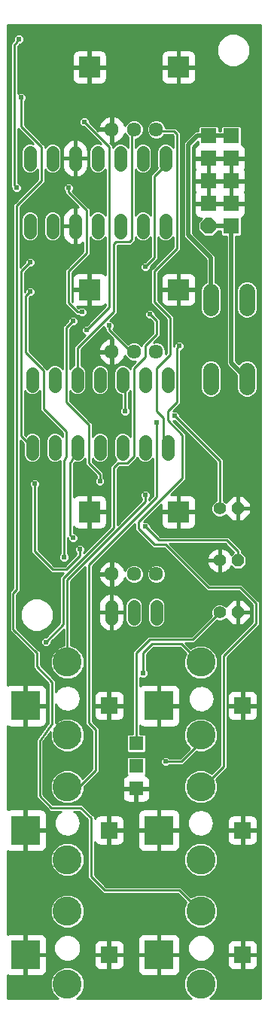
<source format=gtl>
G75*
%MOIN*%
%OFA0B0*%
%FSLAX24Y24*%
%IPPOS*%
%LPD*%
%AMOC8*
5,1,8,0,0,1.08239X$1,22.5*
%
%ADD10OC8,0.0560*%
%ADD11C,0.0560*%
%ADD12C,0.0712*%
%ADD13OC8,0.0700*%
%ADD14R,0.0700X0.0700*%
%ADD15R,0.1306X0.1306*%
%ADD16C,0.1286*%
%ADD17R,0.0768X0.0768*%
%ADD18C,0.0560*%
%ADD19R,0.0945X0.0945*%
%ADD20C,0.0634*%
%ADD21R,0.0640X0.0640*%
%ADD22C,0.0197*%
%ADD23C,0.0238*%
%ADD24C,0.0100*%
%ADD25C,0.0098*%
D10*
X010608Y017610D03*
X010608Y019910D03*
X010608Y022210D03*
D11*
X009808Y022210D03*
X009808Y019910D03*
X009808Y017610D03*
D12*
X009408Y027604D02*
X009408Y028316D01*
X009408Y031104D02*
X009408Y031816D01*
X011008Y031816D02*
X011008Y031104D01*
X011008Y028316D02*
X011008Y027604D01*
D13*
X009308Y034710D03*
D14*
X009308Y035710D03*
X009308Y036710D03*
X009308Y037710D03*
X009308Y038710D03*
X010308Y038710D03*
X010308Y037710D03*
X010308Y036710D03*
X010308Y035710D03*
X010308Y034710D03*
D15*
X007116Y013481D03*
X007116Y007969D03*
X007116Y002457D03*
X001211Y002457D03*
X001211Y007969D03*
X001211Y013481D03*
D16*
X003061Y012182D03*
X003061Y009898D03*
X003061Y006670D03*
X003061Y004386D03*
X003061Y001158D03*
X003061Y015410D03*
X008967Y015410D03*
X008967Y012182D03*
X008967Y009898D03*
X008967Y006670D03*
X008967Y004386D03*
X008967Y001158D03*
D17*
X010817Y002457D03*
X010817Y007969D03*
X010817Y013481D03*
X004911Y013481D03*
X004911Y007969D03*
X004911Y002457D03*
D18*
X005008Y017330D02*
X005008Y017890D01*
X006008Y017890D02*
X006008Y017330D01*
X007008Y017330D02*
X007008Y017890D01*
X006508Y024630D02*
X006508Y025190D01*
X006508Y027630D02*
X006508Y028190D01*
X005508Y028190D02*
X005508Y027630D01*
X005508Y025190D02*
X005508Y024630D01*
X004508Y024630D02*
X004508Y025190D01*
X004508Y027630D02*
X004508Y028190D01*
X003508Y028190D02*
X003508Y027630D01*
X003508Y025190D02*
X003508Y024630D01*
X002508Y024630D02*
X002508Y025190D01*
X002508Y027630D02*
X002508Y028190D01*
X001508Y028190D02*
X001508Y027630D01*
X001508Y025190D02*
X001508Y024630D01*
X001408Y034430D02*
X001408Y034990D01*
X001408Y037430D02*
X001408Y037990D01*
X002408Y037990D02*
X002408Y037430D01*
X002408Y034990D02*
X002408Y034430D01*
X003408Y034430D02*
X003408Y034990D01*
X003408Y037430D02*
X003408Y037990D01*
X004408Y037990D02*
X004408Y037430D01*
X004408Y034990D02*
X004408Y034430D01*
X005408Y034430D02*
X005408Y034990D01*
X005408Y037430D02*
X005408Y037990D01*
X006408Y037990D02*
X006408Y037430D01*
X006408Y034990D02*
X006408Y034430D01*
X007408Y034430D02*
X007408Y034990D01*
X007408Y037430D02*
X007408Y037990D01*
X007508Y028190D02*
X007508Y027630D01*
X007508Y025190D02*
X007508Y024630D01*
D19*
X007982Y022064D03*
X007982Y031906D03*
X007982Y041749D03*
X004045Y041749D03*
X004045Y031906D03*
X004045Y022064D03*
D20*
X005029Y019308D03*
X006014Y019308D03*
X006998Y019308D03*
X006998Y029150D03*
X006014Y029150D03*
X005029Y029150D03*
X005029Y038993D03*
X006014Y038993D03*
X006998Y038993D03*
D21*
X006108Y011810D03*
X006108Y010810D03*
X006108Y009810D03*
D22*
X011008Y027960D02*
X010308Y028660D01*
X010308Y034710D01*
X009308Y034710D01*
X008408Y034310D02*
X009408Y033310D01*
X009408Y031460D01*
X008408Y034310D02*
X008408Y038310D01*
X008808Y038710D01*
X009308Y038710D01*
X010308Y038710D01*
D23*
X009758Y033685D03*
X008708Y030210D03*
X008008Y029410D03*
X007808Y026310D03*
X007008Y026010D03*
X006508Y022810D03*
X006508Y021410D03*
X005908Y021110D03*
X005908Y022510D03*
X005608Y026510D03*
X004908Y030310D03*
X005508Y030710D03*
X006508Y032910D03*
X006708Y030810D03*
X004502Y023410D03*
X003808Y020810D03*
X003608Y020410D03*
X003308Y020910D03*
X002908Y020060D03*
X002508Y019110D03*
X001608Y019110D03*
X002113Y016305D03*
X003408Y018310D03*
X003608Y018910D03*
X005708Y016010D03*
X006408Y014910D03*
X007408Y011010D03*
X009208Y016610D03*
X008708Y018710D03*
X008708Y019910D03*
X009408Y023210D03*
X010208Y025010D03*
X010883Y021060D03*
X011308Y018910D03*
X011508Y021060D03*
X007408Y020210D03*
X003908Y030110D03*
X003708Y030910D03*
X003308Y030510D03*
X002358Y029985D03*
X001408Y031810D03*
X001408Y033110D03*
X000558Y031285D03*
X000658Y035885D03*
X000808Y036410D03*
X001008Y040410D03*
X000908Y042985D03*
X003108Y036410D03*
X003808Y039335D03*
X001608Y023310D03*
X000558Y018935D03*
D24*
X000808Y018610D02*
X000658Y018460D01*
X000658Y016860D01*
X001708Y015810D01*
X001708Y015210D01*
X002383Y014535D01*
X002383Y012685D01*
X001833Y011935D01*
X001833Y009485D01*
X002358Y008960D01*
X003658Y008960D01*
X004108Y008510D01*
X004108Y005910D01*
X004708Y005310D01*
X008008Y005310D01*
X008508Y004810D01*
X008818Y004510D01*
X008967Y004386D01*
X008967Y009898D02*
X009372Y010174D01*
X009983Y010785D01*
X009983Y015685D01*
X011408Y017110D01*
X011408Y018010D01*
X010708Y018710D01*
X009308Y018710D01*
X007408Y020610D01*
X006908Y020610D01*
X006208Y021310D01*
X006208Y021610D01*
X008158Y023560D01*
X008158Y025460D01*
X007508Y026110D01*
X007508Y026510D01*
X007908Y026910D01*
X007908Y029310D01*
X008008Y029410D01*
X007608Y029010D02*
X007608Y030660D01*
X006908Y031360D01*
X006908Y032710D01*
X007908Y033710D01*
X007908Y038785D01*
X007783Y038910D01*
X007081Y038910D01*
X006998Y038993D01*
X007408Y037710D02*
X007408Y037410D01*
X006908Y036910D01*
X006908Y033310D01*
X006508Y032910D01*
X005808Y034010D02*
X005908Y034110D01*
X005908Y038887D01*
X006014Y038993D01*
X004908Y038210D02*
X003808Y039310D01*
X003808Y039335D01*
X003108Y036410D02*
X003108Y036210D01*
X003908Y035410D01*
X003908Y033510D01*
X003108Y032710D01*
X003108Y031310D01*
X003508Y030910D01*
X003708Y030910D01*
X003908Y030110D02*
X004908Y031110D01*
X004908Y038210D01*
X005208Y034010D02*
X005108Y033910D01*
X005108Y030910D01*
X003508Y029310D01*
X003508Y027910D01*
X003008Y026910D02*
X004008Y025910D01*
X004008Y024210D01*
X004502Y023716D01*
X004502Y023410D01*
X005108Y024010D02*
X005108Y021360D01*
X002883Y019135D01*
X002883Y017076D01*
X002113Y016305D01*
X002108Y016310D01*
X003061Y015410D02*
X003061Y019063D01*
X006508Y022510D01*
X006508Y022810D01*
X006508Y021410D02*
X007108Y020810D01*
X010108Y020810D01*
X010608Y020310D01*
X010608Y019910D01*
X009808Y017610D02*
X008608Y016410D01*
X006708Y016410D01*
X006108Y015810D01*
X006108Y011810D01*
X006408Y014910D02*
X006408Y015810D01*
X006808Y016210D01*
X008108Y016210D01*
X008508Y015810D01*
X008842Y015510D01*
X008967Y015410D01*
X008967Y012182D02*
X009008Y012055D01*
X009008Y011910D01*
X008108Y011010D01*
X007408Y011010D01*
X004308Y010610D02*
X003596Y009898D01*
X003061Y009898D01*
X004308Y012421D02*
X004008Y012721D01*
X004008Y019710D01*
X007008Y022710D01*
X007008Y026010D01*
X007308Y026210D02*
X007008Y026510D01*
X007008Y028410D01*
X007608Y029010D01*
X007008Y029910D02*
X007008Y030510D01*
X006708Y030810D01*
X007008Y029910D02*
X006508Y029410D01*
X006508Y028910D01*
X006008Y028410D01*
X006008Y024510D01*
X005708Y024210D01*
X005308Y024210D01*
X005108Y024010D01*
X005608Y026510D02*
X005608Y027810D01*
X005508Y027910D01*
X005808Y029210D02*
X005954Y029210D01*
X006014Y029150D01*
X005808Y029210D02*
X004908Y030110D01*
X004908Y030310D01*
X005208Y034010D02*
X005808Y034010D01*
X007308Y026210D02*
X007308Y025110D01*
X007508Y024910D01*
X007808Y026310D02*
X009808Y024310D01*
X009808Y022210D01*
X004308Y012421D02*
X004308Y010610D01*
X003008Y019510D02*
X002408Y019510D01*
X001608Y020310D01*
X001608Y023310D01*
X001508Y024910D02*
X001008Y025410D01*
X001008Y032710D01*
X001408Y033110D01*
X001408Y031810D02*
X001208Y031610D01*
X001208Y029110D01*
X002008Y028310D01*
X002008Y026610D01*
X003008Y025610D01*
X003008Y024510D01*
X002908Y024310D01*
X002908Y020060D01*
X003008Y019510D02*
X003608Y020110D01*
X003608Y020410D01*
X003308Y020910D02*
X003183Y021035D01*
X003183Y024235D01*
X003508Y024760D01*
X003508Y024910D01*
X003008Y026910D02*
X003008Y030210D01*
X003308Y030510D01*
X000808Y035610D02*
X001908Y036710D01*
X001908Y038210D01*
X001008Y039110D01*
X001008Y040410D01*
X000708Y042710D02*
X000908Y042985D01*
X000708Y042710D02*
X000708Y036510D01*
X000808Y036410D01*
X000808Y035610D02*
X000808Y018610D01*
D25*
X000414Y001553D02*
X000414Y000519D01*
X002638Y000519D01*
X002635Y000520D01*
X002423Y000732D01*
X002309Y001008D01*
X002309Y001308D01*
X002423Y001584D01*
X002635Y001796D01*
X002911Y001910D01*
X003211Y001910D01*
X003487Y001796D01*
X003699Y001584D01*
X003813Y001308D01*
X003813Y001008D01*
X003699Y000732D01*
X003487Y000520D01*
X003484Y000519D01*
X008543Y000519D01*
X008540Y000520D01*
X008329Y000732D01*
X008214Y001008D01*
X008214Y001308D01*
X008329Y001584D01*
X008540Y001796D01*
X008817Y001910D01*
X009116Y001910D01*
X009393Y001796D01*
X009604Y001584D01*
X009719Y001308D01*
X009719Y001008D01*
X009604Y000732D01*
X009393Y000520D01*
X009390Y000519D01*
X011613Y000519D01*
X011613Y043608D01*
X000414Y043608D01*
X000414Y014386D01*
X000421Y014390D01*
X000473Y014412D01*
X000529Y014423D01*
X001161Y014423D01*
X001161Y013530D01*
X001260Y013530D01*
X002153Y013530D01*
X002153Y014162D01*
X002141Y014218D01*
X002120Y014271D01*
X002088Y014318D01*
X002048Y014358D01*
X002000Y014390D01*
X001948Y014412D01*
X001892Y014423D01*
X001260Y014423D01*
X001260Y013530D01*
X001260Y013432D01*
X002153Y013432D01*
X002153Y012800D01*
X002141Y012744D01*
X002120Y012691D01*
X002088Y012644D01*
X002048Y012603D01*
X002000Y012572D01*
X001948Y012550D01*
X001892Y012539D01*
X001260Y012539D01*
X001260Y013432D01*
X001161Y013432D01*
X001161Y012539D01*
X000529Y012539D01*
X000473Y012550D01*
X000421Y012572D01*
X000414Y012576D01*
X000414Y008874D01*
X000421Y008878D01*
X000473Y008900D01*
X000529Y008911D01*
X001161Y008911D01*
X001161Y008018D01*
X001260Y008018D01*
X002153Y008018D01*
X002153Y008650D01*
X002141Y008706D01*
X002120Y008759D01*
X002088Y008806D01*
X002048Y008846D01*
X002000Y008878D01*
X001948Y008900D01*
X001892Y008911D01*
X001260Y008911D01*
X001260Y008018D01*
X001260Y007920D01*
X002153Y007920D01*
X002153Y007288D01*
X002141Y007232D01*
X002120Y007179D01*
X002088Y007132D01*
X002048Y007092D01*
X002000Y007060D01*
X001948Y007038D01*
X001892Y007027D01*
X001260Y007027D01*
X001260Y007920D01*
X001161Y007920D01*
X001161Y007027D01*
X000529Y007027D01*
X000473Y007038D01*
X000421Y007060D01*
X000414Y007064D01*
X000414Y003362D01*
X000421Y003366D01*
X000473Y003388D01*
X000529Y003399D01*
X001161Y003399D01*
X001161Y002506D01*
X001260Y002506D01*
X002153Y002506D01*
X002153Y003138D01*
X002141Y003194D01*
X002120Y003247D01*
X002088Y003294D01*
X002048Y003335D01*
X002000Y003366D01*
X001948Y003388D01*
X001892Y003399D01*
X001260Y003399D01*
X001260Y002506D01*
X001260Y002408D01*
X002153Y002408D01*
X002153Y001776D01*
X002141Y001720D01*
X002120Y001667D01*
X002088Y001620D01*
X002048Y001580D01*
X002000Y001548D01*
X001948Y001526D01*
X001892Y001515D01*
X001260Y001515D01*
X001260Y002408D01*
X001161Y002408D01*
X001161Y001515D01*
X000529Y001515D01*
X000473Y001526D01*
X000421Y001548D01*
X000414Y001553D01*
X000414Y001476D02*
X002379Y001476D01*
X002339Y001379D02*
X000414Y001379D01*
X000414Y001282D02*
X002309Y001282D01*
X002309Y001185D02*
X000414Y001185D01*
X000414Y001088D02*
X002309Y001088D01*
X002316Y000992D02*
X000414Y000992D01*
X000414Y000895D02*
X002356Y000895D01*
X002396Y000798D02*
X000414Y000798D01*
X000414Y000701D02*
X002455Y000701D01*
X002552Y000604D02*
X000414Y000604D01*
X001161Y001573D02*
X001260Y001573D01*
X001260Y001670D02*
X001161Y001670D01*
X001161Y001767D02*
X001260Y001767D01*
X001260Y001864D02*
X001161Y001864D01*
X001161Y001961D02*
X001260Y001961D01*
X001260Y002058D02*
X001161Y002058D01*
X001161Y002155D02*
X001260Y002155D01*
X001260Y002252D02*
X001161Y002252D01*
X001161Y002349D02*
X001260Y002349D01*
X001260Y002445D02*
X002538Y002445D01*
X002548Y002419D02*
X002718Y002250D01*
X002939Y002159D01*
X003178Y002159D01*
X003399Y002250D01*
X003568Y002419D01*
X003660Y002640D01*
X003660Y002880D01*
X003568Y003101D01*
X003399Y003270D01*
X003178Y003361D01*
X002939Y003361D01*
X002718Y003270D01*
X002548Y003101D01*
X002457Y002880D01*
X002457Y002640D01*
X002548Y002419D01*
X002619Y002349D02*
X002153Y002349D01*
X002153Y002252D02*
X002716Y002252D01*
X002800Y001864D02*
X002153Y001864D01*
X002153Y001961D02*
X004261Y001961D01*
X004271Y001936D02*
X004249Y001989D01*
X004238Y002045D01*
X004238Y002408D01*
X004862Y002408D01*
X004862Y002506D01*
X004238Y002506D01*
X004238Y002870D01*
X004249Y002925D01*
X004271Y002978D01*
X004303Y003025D01*
X004343Y003066D01*
X004391Y003097D01*
X004443Y003119D01*
X004499Y003130D01*
X004862Y003130D01*
X004862Y002506D01*
X004961Y002506D01*
X005584Y002506D01*
X005584Y002870D01*
X005573Y002925D01*
X005552Y002978D01*
X005520Y003025D01*
X005480Y003066D01*
X005432Y003097D01*
X005380Y003119D01*
X005324Y003130D01*
X004961Y003130D01*
X004961Y002506D01*
X004961Y002408D01*
X005584Y002408D01*
X005584Y002045D01*
X005573Y001989D01*
X005552Y001936D01*
X005520Y001889D01*
X005480Y001849D01*
X005432Y001817D01*
X005380Y001795D01*
X005324Y001784D01*
X004961Y001784D01*
X004961Y002408D01*
X004862Y002408D01*
X004862Y001784D01*
X004499Y001784D01*
X004443Y001795D01*
X004391Y001817D01*
X004343Y001849D01*
X004303Y001889D01*
X004271Y001936D01*
X004328Y001864D02*
X003322Y001864D01*
X003400Y002252D02*
X004238Y002252D01*
X004238Y002349D02*
X003497Y002349D01*
X003579Y002445D02*
X004862Y002445D01*
X004862Y002349D02*
X004961Y002349D01*
X004961Y002445D02*
X007067Y002445D01*
X007067Y002408D02*
X006174Y002408D01*
X006174Y001776D01*
X006185Y001720D01*
X006207Y001667D01*
X006239Y001620D01*
X006279Y001580D01*
X006326Y001548D01*
X006379Y001526D01*
X006435Y001515D01*
X007067Y001515D01*
X007067Y002408D01*
X007165Y002408D01*
X007165Y001515D01*
X007797Y001515D01*
X007853Y001526D01*
X007906Y001548D01*
X007953Y001580D01*
X007994Y001620D01*
X008025Y001667D01*
X008047Y001720D01*
X008058Y001776D01*
X008058Y002408D01*
X007165Y002408D01*
X007165Y002506D01*
X008058Y002506D01*
X008058Y003138D01*
X008047Y003194D01*
X008025Y003247D01*
X007994Y003294D01*
X007953Y003335D01*
X007906Y003366D01*
X007853Y003388D01*
X007797Y003399D01*
X007165Y003399D01*
X007165Y002506D01*
X007067Y002506D01*
X007067Y002408D01*
X007067Y002349D02*
X007165Y002349D01*
X007165Y002445D02*
X008463Y002445D01*
X008473Y002419D02*
X008643Y002250D01*
X008864Y002159D01*
X009103Y002159D01*
X009324Y002250D01*
X009493Y002419D01*
X009585Y002640D01*
X009585Y002880D01*
X009493Y003101D01*
X009324Y003270D01*
X009103Y003361D01*
X008864Y003361D01*
X008643Y003270D01*
X008473Y003101D01*
X008382Y002880D01*
X008382Y002640D01*
X008473Y002419D01*
X008544Y002349D02*
X008058Y002349D01*
X008058Y002252D02*
X008641Y002252D01*
X008423Y002542D02*
X008058Y002542D01*
X008058Y002639D02*
X008382Y002639D01*
X008382Y002736D02*
X008058Y002736D01*
X008058Y002833D02*
X008382Y002833D01*
X008403Y002930D02*
X008058Y002930D01*
X008058Y003027D02*
X008443Y003027D01*
X008497Y003124D02*
X008058Y003124D01*
X008036Y003221D02*
X008594Y003221D01*
X008758Y003318D02*
X007970Y003318D01*
X008329Y003960D02*
X008214Y004237D01*
X008214Y004536D01*
X008315Y004778D01*
X007942Y005151D01*
X004774Y005151D01*
X004642Y005151D01*
X003949Y005844D01*
X003949Y008444D01*
X003592Y008801D01*
X003339Y008801D01*
X003399Y008778D01*
X003399Y008778D01*
X003589Y008563D01*
X003589Y008563D01*
X003657Y008285D01*
X003589Y008007D01*
X003589Y008007D01*
X003399Y007792D01*
X003399Y007792D01*
X003130Y007690D01*
X003130Y007690D01*
X002846Y007725D01*
X002610Y007888D01*
X002610Y007888D01*
X002476Y008142D01*
X002476Y008428D01*
X002610Y008682D01*
X002610Y008682D01*
X002781Y008801D01*
X002292Y008801D01*
X002199Y008894D01*
X001674Y009419D01*
X001674Y011923D01*
X001666Y011976D01*
X001674Y011987D01*
X001674Y012001D01*
X001712Y012039D01*
X002224Y012737D01*
X002224Y014469D01*
X001549Y015144D01*
X001549Y015744D01*
X000499Y016794D01*
X000499Y018526D01*
X000592Y018619D01*
X000592Y018619D01*
X000649Y018676D01*
X000649Y035676D01*
X000742Y035769D01*
X001749Y036776D01*
X001749Y037236D01*
X001738Y037210D01*
X001629Y037100D01*
X001486Y037041D01*
X001331Y037041D01*
X001188Y037100D01*
X001078Y037210D01*
X001019Y037353D01*
X001019Y038067D01*
X001078Y038210D01*
X001188Y038320D01*
X001331Y038379D01*
X001486Y038379D01*
X001534Y038359D01*
X000942Y038951D01*
X000942Y038951D01*
X000867Y039026D01*
X000867Y036638D01*
X000903Y036638D01*
X001037Y036505D01*
X001037Y036315D01*
X000903Y036182D01*
X000714Y036182D01*
X000580Y036315D01*
X000580Y036413D01*
X000549Y036444D01*
X000549Y042698D01*
X000541Y042750D01*
X000549Y042762D01*
X000549Y042776D01*
X000587Y042814D01*
X000680Y042942D01*
X000680Y043080D01*
X000814Y043213D01*
X001003Y043213D01*
X001137Y043080D01*
X001137Y042890D01*
X001003Y042757D01*
X000939Y042757D01*
X000867Y042658D01*
X000867Y040592D01*
X000914Y040638D01*
X001103Y040638D01*
X001237Y040505D01*
X001237Y040315D01*
X001167Y040246D01*
X011613Y040246D01*
X011613Y040149D02*
X001167Y040149D01*
X001167Y040053D02*
X011613Y040053D01*
X011613Y039956D02*
X001167Y039956D01*
X001167Y039859D02*
X011613Y039859D01*
X011613Y039762D02*
X001167Y039762D01*
X001167Y039665D02*
X011613Y039665D01*
X011613Y039568D02*
X005220Y039568D01*
X005262Y039554D02*
X005171Y039584D01*
X005079Y039598D01*
X005079Y039042D01*
X004980Y039042D01*
X004980Y038943D01*
X005079Y038943D01*
X005079Y038387D01*
X005171Y038402D01*
X005262Y038431D01*
X005347Y038474D01*
X005424Y038530D01*
X005492Y038598D01*
X005548Y038675D01*
X005591Y038760D01*
X005617Y038838D01*
X005653Y038751D01*
X005749Y038655D01*
X005749Y038184D01*
X005738Y038210D01*
X005629Y038320D01*
X005486Y038379D01*
X005331Y038379D01*
X005188Y038320D01*
X005078Y038210D01*
X005067Y038184D01*
X005067Y038276D01*
X004952Y038391D01*
X004980Y038387D01*
X004980Y038943D01*
X004424Y038943D01*
X004428Y038915D01*
X004037Y039307D01*
X004037Y039430D01*
X003903Y039563D01*
X003714Y039563D01*
X003580Y039430D01*
X003580Y039240D01*
X003714Y039107D01*
X003786Y039107D01*
X004534Y038359D01*
X004486Y038379D01*
X004331Y038379D01*
X004188Y038320D01*
X004078Y038210D01*
X004019Y038067D01*
X004019Y037353D01*
X004078Y037210D01*
X004188Y037100D01*
X004331Y037041D01*
X004486Y037041D01*
X004629Y037100D01*
X004738Y037210D01*
X004749Y037236D01*
X004749Y035184D01*
X004738Y035210D01*
X004629Y035320D01*
X004486Y035379D01*
X004331Y035379D01*
X004188Y035320D01*
X004078Y035210D01*
X004067Y035184D01*
X004067Y035476D01*
X003974Y035569D01*
X003282Y036261D01*
X003337Y036315D01*
X003337Y036505D01*
X003203Y036638D01*
X003014Y036638D01*
X002880Y036505D01*
X002880Y036315D01*
X002949Y036246D01*
X002949Y036144D01*
X003551Y035542D01*
X003542Y035545D01*
X003453Y035559D01*
X003439Y035559D01*
X003439Y034741D01*
X003377Y034741D01*
X003377Y034679D01*
X002839Y034679D01*
X002839Y034385D01*
X002853Y034297D01*
X002881Y034211D01*
X002921Y034132D01*
X002974Y034059D01*
X003037Y033996D01*
X003110Y033943D01*
X003190Y033902D01*
X003275Y033875D01*
X003363Y033861D01*
X003377Y033861D01*
X003377Y034679D01*
X003439Y034679D01*
X003439Y033861D01*
X003453Y033861D01*
X003542Y033875D01*
X003627Y033902D01*
X003707Y033943D01*
X003749Y033974D01*
X003749Y033576D01*
X003042Y032869D01*
X002949Y032776D01*
X002949Y031244D01*
X003349Y030844D01*
X003442Y030751D01*
X003545Y030751D01*
X003614Y030682D01*
X003803Y030682D01*
X003937Y030815D01*
X003937Y031005D01*
X003803Y031138D01*
X003614Y031138D01*
X003559Y031084D01*
X003487Y031156D01*
X003488Y031156D01*
X003544Y031144D01*
X003996Y031144D01*
X003996Y031857D01*
X003284Y031857D01*
X003284Y031405D01*
X003295Y031349D01*
X003295Y031348D01*
X003267Y031376D01*
X003267Y032644D01*
X004067Y033444D01*
X004067Y034236D01*
X004078Y034210D01*
X004188Y034100D01*
X004331Y034041D01*
X004486Y034041D01*
X004629Y034100D01*
X004738Y034210D01*
X004749Y034236D01*
X004749Y032553D01*
X004742Y032563D01*
X004702Y032603D01*
X004655Y032635D01*
X004602Y032657D01*
X004546Y032668D01*
X004094Y032668D01*
X004094Y031955D01*
X003996Y031955D01*
X003996Y031857D01*
X004094Y031857D01*
X004094Y031144D01*
X004546Y031144D01*
X004602Y031156D01*
X004655Y031177D01*
X004702Y031209D01*
X004742Y031249D01*
X004749Y031259D01*
X004749Y031176D01*
X003911Y030338D01*
X003814Y030338D01*
X003680Y030205D01*
X003680Y030015D01*
X003814Y029882D01*
X003855Y029882D01*
X003349Y029376D01*
X003349Y028545D01*
X003288Y028520D01*
X003178Y028410D01*
X003167Y028384D01*
X003167Y030144D01*
X003305Y030282D01*
X003403Y030282D01*
X003537Y030415D01*
X003537Y030605D01*
X003403Y030738D01*
X003214Y030738D01*
X003080Y030605D01*
X003080Y030507D01*
X002942Y030369D01*
X002849Y030276D01*
X002849Y028384D01*
X002838Y028410D01*
X002729Y028520D01*
X002586Y028579D01*
X002431Y028579D01*
X002288Y028520D01*
X002178Y028410D01*
X002165Y028378D01*
X002074Y028469D01*
X001367Y029176D01*
X001367Y031544D01*
X001405Y031582D01*
X001503Y031582D01*
X001637Y031715D01*
X001637Y031905D01*
X001503Y032038D01*
X001314Y032038D01*
X001180Y031905D01*
X001180Y031807D01*
X001167Y031794D01*
X001167Y032644D01*
X001405Y032882D01*
X001503Y032882D01*
X001637Y033015D01*
X001637Y033205D01*
X001503Y033338D01*
X001314Y033338D01*
X001180Y033205D01*
X001180Y033107D01*
X000967Y032894D01*
X000967Y035544D01*
X002067Y036644D01*
X002067Y037236D01*
X002078Y037210D01*
X002188Y037100D01*
X002331Y037041D01*
X002486Y037041D01*
X002629Y037100D01*
X002738Y037210D01*
X002797Y037353D01*
X002797Y038067D01*
X002738Y038210D01*
X002629Y038320D01*
X002486Y038379D01*
X002331Y038379D01*
X002188Y038320D01*
X002078Y038210D01*
X002067Y038184D01*
X002067Y038276D01*
X001974Y038369D01*
X001167Y039176D01*
X001167Y040246D01*
X001237Y040343D02*
X011613Y040343D01*
X011613Y040440D02*
X001237Y040440D01*
X001204Y040537D02*
X011613Y040537D01*
X011613Y040634D02*
X001107Y040634D01*
X000909Y040634D02*
X000867Y040634D01*
X000867Y040731D02*
X011613Y040731D01*
X011613Y040828D02*
X000867Y040828D01*
X000867Y040925D02*
X011613Y040925D01*
X011613Y041022D02*
X008595Y041022D01*
X008592Y041020D02*
X008639Y041051D01*
X008679Y041092D01*
X008711Y041139D01*
X008733Y041192D01*
X008744Y041248D01*
X008744Y041699D01*
X008031Y041699D01*
X008031Y040987D01*
X008483Y040987D01*
X008539Y040998D01*
X008592Y041020D01*
X008697Y041119D02*
X011613Y041119D01*
X011613Y041216D02*
X008738Y041216D01*
X008744Y041313D02*
X011613Y041313D01*
X011613Y041409D02*
X008744Y041409D01*
X008744Y041506D02*
X011613Y041506D01*
X011613Y041603D02*
X008744Y041603D01*
X008744Y041798D02*
X008744Y042250D01*
X008733Y042305D01*
X008711Y042358D01*
X008679Y042405D01*
X008639Y042446D01*
X008592Y042477D01*
X008539Y042499D01*
X008483Y042510D01*
X008031Y042510D01*
X008031Y041798D01*
X007933Y041798D01*
X007933Y042510D01*
X007481Y042510D01*
X007425Y042499D01*
X007373Y042477D01*
X007325Y042446D01*
X007285Y042405D01*
X007254Y042358D01*
X007232Y042305D01*
X007221Y042250D01*
X007221Y041798D01*
X007933Y041798D01*
X007933Y041699D01*
X008031Y041699D01*
X008031Y041798D01*
X008744Y041798D01*
X008744Y041894D02*
X009979Y041894D01*
X009990Y041883D02*
X009782Y042091D01*
X009669Y042363D01*
X009669Y042657D01*
X009782Y042929D01*
X009990Y043137D01*
X010261Y043249D01*
X010555Y043249D01*
X010827Y043137D01*
X011035Y042929D01*
X011147Y042657D01*
X011147Y042363D01*
X011035Y042091D01*
X010827Y041883D01*
X010555Y041771D01*
X010261Y041771D01*
X009990Y041883D01*
X009882Y041991D02*
X008744Y041991D01*
X008744Y042088D02*
X009785Y042088D01*
X009743Y042185D02*
X008744Y042185D01*
X008737Y042282D02*
X009703Y042282D01*
X009669Y042379D02*
X008697Y042379D01*
X008594Y042476D02*
X009669Y042476D01*
X009669Y042573D02*
X000867Y042573D01*
X000876Y042669D02*
X009674Y042669D01*
X009714Y042766D02*
X001012Y042766D01*
X001109Y042863D02*
X009755Y042863D01*
X009813Y042960D02*
X001137Y042960D01*
X001137Y043057D02*
X009910Y043057D01*
X010032Y043154D02*
X001062Y043154D01*
X000755Y043154D02*
X000414Y043154D01*
X000414Y043057D02*
X000680Y043057D01*
X000680Y042960D02*
X000414Y042960D01*
X000414Y042863D02*
X000623Y042863D01*
X000549Y042766D02*
X000414Y042766D01*
X000414Y042669D02*
X000549Y042669D01*
X000549Y042573D02*
X000414Y042573D01*
X000414Y042476D02*
X000549Y042476D01*
X000549Y042379D02*
X000414Y042379D01*
X000414Y042282D02*
X000549Y042282D01*
X000549Y042185D02*
X000414Y042185D01*
X000414Y042088D02*
X000549Y042088D01*
X000549Y041991D02*
X000414Y041991D01*
X000414Y041894D02*
X000549Y041894D01*
X000549Y041797D02*
X000414Y041797D01*
X000414Y041700D02*
X000549Y041700D01*
X000549Y041603D02*
X000414Y041603D01*
X000414Y041506D02*
X000549Y041506D01*
X000549Y041409D02*
X000414Y041409D01*
X000414Y041313D02*
X000549Y041313D01*
X000549Y041216D02*
X000414Y041216D01*
X000414Y041119D02*
X000549Y041119D01*
X000549Y041022D02*
X000414Y041022D01*
X000414Y040925D02*
X000549Y040925D01*
X000549Y040828D02*
X000414Y040828D01*
X000414Y040731D02*
X000549Y040731D01*
X000549Y040634D02*
X000414Y040634D01*
X000414Y040537D02*
X000549Y040537D01*
X000549Y040440D02*
X000414Y040440D01*
X000414Y040343D02*
X000549Y040343D01*
X000549Y040246D02*
X000414Y040246D01*
X000414Y040149D02*
X000549Y040149D01*
X000549Y040053D02*
X000414Y040053D01*
X000414Y039956D02*
X000549Y039956D01*
X000549Y039859D02*
X000414Y039859D01*
X000414Y039762D02*
X000549Y039762D01*
X000549Y039665D02*
X000414Y039665D01*
X000414Y039568D02*
X000549Y039568D01*
X000549Y039471D02*
X000414Y039471D01*
X000414Y039374D02*
X000549Y039374D01*
X000549Y039277D02*
X000414Y039277D01*
X000414Y039180D02*
X000549Y039180D01*
X000549Y039083D02*
X000414Y039083D01*
X000414Y038986D02*
X000549Y038986D01*
X000549Y038889D02*
X000414Y038889D01*
X000414Y038792D02*
X000549Y038792D01*
X000549Y038696D02*
X000414Y038696D01*
X000414Y038599D02*
X000549Y038599D01*
X000549Y038502D02*
X000414Y038502D01*
X000414Y038405D02*
X000549Y038405D01*
X000549Y038308D02*
X000414Y038308D01*
X000414Y038211D02*
X000549Y038211D01*
X000549Y038114D02*
X000414Y038114D01*
X000414Y038017D02*
X000549Y038017D01*
X000549Y037920D02*
X000414Y037920D01*
X000414Y037823D02*
X000549Y037823D01*
X000549Y037726D02*
X000414Y037726D01*
X000414Y037629D02*
X000549Y037629D01*
X000549Y037532D02*
X000414Y037532D01*
X000414Y037436D02*
X000549Y037436D01*
X000549Y037339D02*
X000414Y037339D01*
X000414Y037242D02*
X000549Y037242D01*
X000549Y037145D02*
X000414Y037145D01*
X000414Y037048D02*
X000549Y037048D01*
X000549Y036951D02*
X000414Y036951D01*
X000414Y036854D02*
X000549Y036854D01*
X000549Y036757D02*
X000414Y036757D01*
X000414Y036660D02*
X000549Y036660D01*
X000549Y036563D02*
X000414Y036563D01*
X000414Y036466D02*
X000549Y036466D01*
X000580Y036369D02*
X000414Y036369D01*
X000414Y036272D02*
X000623Y036272D01*
X000414Y036175D02*
X001149Y036175D01*
X001052Y036079D02*
X000414Y036079D01*
X000414Y035982D02*
X000955Y035982D01*
X000858Y035885D02*
X000414Y035885D01*
X000414Y035788D02*
X000761Y035788D01*
X000664Y035691D02*
X000414Y035691D01*
X000414Y035594D02*
X000649Y035594D01*
X000649Y035497D02*
X000414Y035497D01*
X000414Y035400D02*
X000649Y035400D01*
X000649Y035303D02*
X000414Y035303D01*
X000414Y035206D02*
X000649Y035206D01*
X000649Y035109D02*
X000414Y035109D01*
X000414Y035012D02*
X000649Y035012D01*
X000649Y034915D02*
X000414Y034915D01*
X000414Y034819D02*
X000649Y034819D01*
X000649Y034722D02*
X000414Y034722D01*
X000414Y034625D02*
X000649Y034625D01*
X000649Y034528D02*
X000414Y034528D01*
X000414Y034431D02*
X000649Y034431D01*
X000649Y034334D02*
X000414Y034334D01*
X000414Y034237D02*
X000649Y034237D01*
X000649Y034140D02*
X000414Y034140D01*
X000414Y034043D02*
X000649Y034043D01*
X000649Y033946D02*
X000414Y033946D01*
X000414Y033849D02*
X000649Y033849D01*
X000649Y033752D02*
X000414Y033752D01*
X000414Y033655D02*
X000649Y033655D01*
X000649Y033559D02*
X000414Y033559D01*
X000414Y033462D02*
X000649Y033462D01*
X000649Y033365D02*
X000414Y033365D01*
X000414Y033268D02*
X000649Y033268D01*
X000649Y033171D02*
X000414Y033171D01*
X000414Y033074D02*
X000649Y033074D01*
X000649Y032977D02*
X000414Y032977D01*
X000414Y032880D02*
X000649Y032880D01*
X000649Y032783D02*
X000414Y032783D01*
X000414Y032686D02*
X000649Y032686D01*
X000649Y032589D02*
X000414Y032589D01*
X000414Y032492D02*
X000649Y032492D01*
X000649Y032395D02*
X000414Y032395D01*
X000414Y032298D02*
X000649Y032298D01*
X000649Y032202D02*
X000414Y032202D01*
X000414Y032105D02*
X000649Y032105D01*
X000649Y032008D02*
X000414Y032008D01*
X000414Y031911D02*
X000649Y031911D01*
X000649Y031814D02*
X000414Y031814D01*
X000414Y031717D02*
X000649Y031717D01*
X000649Y031620D02*
X000414Y031620D01*
X000414Y031523D02*
X000649Y031523D01*
X000649Y031426D02*
X000414Y031426D01*
X000414Y031329D02*
X000649Y031329D01*
X000649Y031232D02*
X000414Y031232D01*
X000414Y031135D02*
X000649Y031135D01*
X000649Y031038D02*
X000414Y031038D01*
X000414Y030942D02*
X000649Y030942D01*
X000649Y030845D02*
X000414Y030845D01*
X000414Y030748D02*
X000649Y030748D01*
X000649Y030651D02*
X000414Y030651D01*
X000414Y030554D02*
X000649Y030554D01*
X000649Y030457D02*
X000414Y030457D01*
X000414Y030360D02*
X000649Y030360D01*
X000649Y030263D02*
X000414Y030263D01*
X000414Y030166D02*
X000649Y030166D01*
X000649Y030069D02*
X000414Y030069D01*
X000414Y029972D02*
X000649Y029972D01*
X000649Y029875D02*
X000414Y029875D01*
X000414Y029778D02*
X000649Y029778D01*
X000649Y029681D02*
X000414Y029681D01*
X000414Y029585D02*
X000649Y029585D01*
X000649Y029488D02*
X000414Y029488D01*
X000414Y029391D02*
X000649Y029391D01*
X000649Y029294D02*
X000414Y029294D01*
X000414Y029197D02*
X000649Y029197D01*
X000649Y029100D02*
X000414Y029100D01*
X000414Y029003D02*
X000649Y029003D01*
X000649Y028906D02*
X000414Y028906D01*
X000414Y028809D02*
X000649Y028809D01*
X000649Y028712D02*
X000414Y028712D01*
X000414Y028615D02*
X000649Y028615D01*
X000649Y028518D02*
X000414Y028518D01*
X000414Y028421D02*
X000649Y028421D01*
X000649Y028325D02*
X000414Y028325D01*
X000414Y028228D02*
X000649Y028228D01*
X000649Y028131D02*
X000414Y028131D01*
X000414Y028034D02*
X000649Y028034D01*
X000649Y027937D02*
X000414Y027937D01*
X000414Y027840D02*
X000649Y027840D01*
X000649Y027743D02*
X000414Y027743D01*
X000414Y027646D02*
X000649Y027646D01*
X000649Y027549D02*
X000414Y027549D01*
X000414Y027452D02*
X000649Y027452D01*
X000649Y027355D02*
X000414Y027355D01*
X000414Y027258D02*
X000649Y027258D01*
X000649Y027161D02*
X000414Y027161D01*
X000414Y027064D02*
X000649Y027064D01*
X000649Y026968D02*
X000414Y026968D01*
X000414Y026871D02*
X000649Y026871D01*
X000649Y026774D02*
X000414Y026774D01*
X000414Y026677D02*
X000649Y026677D01*
X000649Y026580D02*
X000414Y026580D01*
X000414Y026483D02*
X000649Y026483D01*
X000649Y026386D02*
X000414Y026386D01*
X000414Y026289D02*
X000649Y026289D01*
X000649Y026192D02*
X000414Y026192D01*
X000414Y026095D02*
X000649Y026095D01*
X000649Y025998D02*
X000414Y025998D01*
X000414Y025901D02*
X000649Y025901D01*
X000649Y025804D02*
X000414Y025804D01*
X000414Y025708D02*
X000649Y025708D01*
X000649Y025611D02*
X000414Y025611D01*
X000414Y025514D02*
X000649Y025514D01*
X000649Y025417D02*
X000414Y025417D01*
X000414Y025320D02*
X000649Y025320D01*
X000649Y025223D02*
X000414Y025223D01*
X000414Y025126D02*
X000649Y025126D01*
X000649Y025029D02*
X000414Y025029D01*
X000414Y024932D02*
X000649Y024932D01*
X000649Y024835D02*
X000414Y024835D01*
X000414Y024738D02*
X000649Y024738D01*
X000649Y024641D02*
X000414Y024641D01*
X000414Y024544D02*
X000649Y024544D01*
X000649Y024448D02*
X000414Y024448D01*
X000414Y024351D02*
X000649Y024351D01*
X000649Y024254D02*
X000414Y024254D01*
X000414Y024157D02*
X000649Y024157D01*
X000649Y024060D02*
X000414Y024060D01*
X000414Y023963D02*
X000649Y023963D01*
X000649Y023866D02*
X000414Y023866D01*
X000414Y023769D02*
X000649Y023769D01*
X000649Y023672D02*
X000414Y023672D01*
X000414Y023575D02*
X000649Y023575D01*
X000649Y023478D02*
X000414Y023478D01*
X000414Y023381D02*
X000649Y023381D01*
X000649Y023284D02*
X000414Y023284D01*
X000414Y023187D02*
X000649Y023187D01*
X000649Y023091D02*
X000414Y023091D01*
X000414Y022994D02*
X000649Y022994D01*
X000649Y022897D02*
X000414Y022897D01*
X000414Y022800D02*
X000649Y022800D01*
X000649Y022703D02*
X000414Y022703D01*
X000414Y022606D02*
X000649Y022606D01*
X000649Y022509D02*
X000414Y022509D01*
X000414Y022412D02*
X000649Y022412D01*
X000649Y022315D02*
X000414Y022315D01*
X000414Y022218D02*
X000649Y022218D01*
X000649Y022121D02*
X000414Y022121D01*
X000414Y022024D02*
X000649Y022024D01*
X000649Y021927D02*
X000414Y021927D01*
X000414Y021831D02*
X000649Y021831D01*
X000649Y021734D02*
X000414Y021734D01*
X000414Y021637D02*
X000649Y021637D01*
X000649Y021540D02*
X000414Y021540D01*
X000414Y021443D02*
X000649Y021443D01*
X000649Y021346D02*
X000414Y021346D01*
X000414Y021249D02*
X000649Y021249D01*
X000649Y021152D02*
X000414Y021152D01*
X000414Y021055D02*
X000649Y021055D01*
X000649Y020958D02*
X000414Y020958D01*
X000414Y020861D02*
X000649Y020861D01*
X000649Y020764D02*
X000414Y020764D01*
X000414Y020667D02*
X000649Y020667D01*
X000649Y020570D02*
X000414Y020570D01*
X000414Y020474D02*
X000649Y020474D01*
X000649Y020377D02*
X000414Y020377D01*
X000414Y020280D02*
X000649Y020280D01*
X000649Y020183D02*
X000414Y020183D01*
X000414Y020086D02*
X000649Y020086D01*
X000649Y019989D02*
X000414Y019989D01*
X000414Y019892D02*
X000649Y019892D01*
X000649Y019795D02*
X000414Y019795D01*
X000414Y019698D02*
X000649Y019698D01*
X000649Y019601D02*
X000414Y019601D01*
X000414Y019504D02*
X000649Y019504D01*
X000649Y019407D02*
X000414Y019407D01*
X000414Y019310D02*
X000649Y019310D01*
X000649Y019214D02*
X000414Y019214D01*
X000414Y019117D02*
X000649Y019117D01*
X000649Y019020D02*
X000414Y019020D01*
X000414Y018923D02*
X000649Y018923D01*
X000649Y018826D02*
X000414Y018826D01*
X000414Y018729D02*
X000649Y018729D01*
X000605Y018632D02*
X000414Y018632D01*
X000414Y018535D02*
X000508Y018535D01*
X000499Y018438D02*
X000414Y018438D01*
X000414Y018341D02*
X000499Y018341D01*
X000499Y018244D02*
X000414Y018244D01*
X000414Y018147D02*
X000499Y018147D01*
X000499Y018050D02*
X000414Y018050D01*
X000414Y017954D02*
X000499Y017954D01*
X000499Y017857D02*
X000414Y017857D01*
X000414Y017760D02*
X000499Y017760D01*
X000499Y017663D02*
X000414Y017663D01*
X000414Y017566D02*
X000499Y017566D01*
X000499Y017469D02*
X000414Y017469D01*
X000414Y017372D02*
X000499Y017372D01*
X000499Y017275D02*
X000414Y017275D01*
X000414Y017178D02*
X000499Y017178D01*
X000499Y017081D02*
X000414Y017081D01*
X000414Y016984D02*
X000499Y016984D01*
X000499Y016887D02*
X000414Y016887D01*
X000414Y016790D02*
X000503Y016790D01*
X000414Y016693D02*
X000600Y016693D01*
X000697Y016597D02*
X000414Y016597D01*
X000414Y016500D02*
X000793Y016500D01*
X000890Y016403D02*
X000414Y016403D01*
X000414Y016306D02*
X000987Y016306D01*
X001084Y016209D02*
X000414Y016209D01*
X000414Y016112D02*
X001181Y016112D01*
X001278Y016015D02*
X000414Y016015D01*
X000414Y015918D02*
X001375Y015918D01*
X001472Y015821D02*
X000414Y015821D01*
X000414Y015724D02*
X001549Y015724D01*
X001549Y015627D02*
X000414Y015627D01*
X000414Y015530D02*
X001549Y015530D01*
X001549Y015433D02*
X000414Y015433D01*
X000414Y015337D02*
X001549Y015337D01*
X001549Y015240D02*
X000414Y015240D01*
X000414Y015143D02*
X001550Y015143D01*
X001647Y015046D02*
X000414Y015046D01*
X000414Y014949D02*
X001744Y014949D01*
X001841Y014852D02*
X000414Y014852D01*
X000414Y014755D02*
X001938Y014755D01*
X002035Y014658D02*
X000414Y014658D01*
X000414Y014561D02*
X002132Y014561D01*
X002224Y014464D02*
X000414Y014464D01*
X000414Y012526D02*
X002069Y012526D01*
X002067Y012623D02*
X002140Y012623D01*
X002131Y012720D02*
X002211Y012720D01*
X002224Y012816D02*
X002153Y012816D01*
X002153Y012913D02*
X002224Y012913D01*
X002224Y013010D02*
X002153Y013010D01*
X002153Y013107D02*
X002224Y013107D01*
X002224Y013204D02*
X002153Y013204D01*
X002153Y013301D02*
X002224Y013301D01*
X002224Y013398D02*
X002153Y013398D01*
X002224Y013495D02*
X001260Y013495D01*
X001260Y013592D02*
X001161Y013592D01*
X001161Y013689D02*
X001260Y013689D01*
X001260Y013786D02*
X001161Y013786D01*
X001161Y013883D02*
X001260Y013883D01*
X001260Y013980D02*
X001161Y013980D01*
X001161Y014076D02*
X001260Y014076D01*
X001260Y014173D02*
X001161Y014173D01*
X001161Y014270D02*
X001260Y014270D01*
X001260Y014367D02*
X001161Y014367D01*
X001161Y013398D02*
X001260Y013398D01*
X001260Y013301D02*
X001161Y013301D01*
X001161Y013204D02*
X001260Y013204D01*
X001260Y013107D02*
X001161Y013107D01*
X001161Y013010D02*
X001260Y013010D01*
X001260Y012913D02*
X001161Y012913D01*
X001161Y012816D02*
X001260Y012816D01*
X001260Y012720D02*
X001161Y012720D01*
X001161Y012623D02*
X001260Y012623D01*
X001714Y012041D02*
X000414Y012041D01*
X000414Y011944D02*
X001671Y011944D01*
X001674Y011847D02*
X000414Y011847D01*
X000414Y011750D02*
X001674Y011750D01*
X001674Y011653D02*
X000414Y011653D01*
X000414Y011556D02*
X001674Y011556D01*
X001674Y011460D02*
X000414Y011460D01*
X000414Y011363D02*
X001674Y011363D01*
X001674Y011266D02*
X000414Y011266D01*
X000414Y011169D02*
X001674Y011169D01*
X001674Y011072D02*
X000414Y011072D01*
X000414Y010975D02*
X001674Y010975D01*
X001674Y010878D02*
X000414Y010878D01*
X000414Y010781D02*
X001674Y010781D01*
X001674Y010684D02*
X000414Y010684D01*
X000414Y010587D02*
X001674Y010587D01*
X001674Y010490D02*
X000414Y010490D01*
X000414Y010393D02*
X001674Y010393D01*
X001674Y010296D02*
X000414Y010296D01*
X000414Y010199D02*
X001674Y010199D01*
X001674Y010103D02*
X000414Y010103D01*
X000414Y010006D02*
X001674Y010006D01*
X001674Y009909D02*
X000414Y009909D01*
X000414Y009812D02*
X001674Y009812D01*
X001674Y009715D02*
X000414Y009715D01*
X000414Y009618D02*
X001674Y009618D01*
X001674Y009521D02*
X000414Y009521D01*
X000414Y009424D02*
X001674Y009424D01*
X001766Y009327D02*
X000414Y009327D01*
X000414Y009230D02*
X001863Y009230D01*
X001960Y009133D02*
X000414Y009133D01*
X000414Y009036D02*
X002057Y009036D01*
X002154Y008939D02*
X000414Y008939D01*
X001161Y008843D02*
X001260Y008843D01*
X001260Y008746D02*
X001161Y008746D01*
X001161Y008649D02*
X001260Y008649D01*
X001260Y008552D02*
X001161Y008552D01*
X001161Y008455D02*
X001260Y008455D01*
X001260Y008358D02*
X001161Y008358D01*
X001161Y008261D02*
X001260Y008261D01*
X001260Y008164D02*
X001161Y008164D01*
X001161Y008067D02*
X001260Y008067D01*
X001260Y007970D02*
X002566Y007970D01*
X002516Y008067D02*
X002153Y008067D01*
X002153Y008164D02*
X002476Y008164D01*
X002476Y008261D02*
X002153Y008261D01*
X002153Y008358D02*
X002476Y008358D01*
X002490Y008455D02*
X002153Y008455D01*
X002153Y008552D02*
X002541Y008552D01*
X002592Y008649D02*
X002153Y008649D01*
X002125Y008746D02*
X002701Y008746D01*
X002911Y009146D02*
X003211Y009146D01*
X003487Y009261D01*
X003699Y009472D01*
X003813Y009749D01*
X003813Y009890D01*
X004467Y010544D01*
X004467Y012487D01*
X004374Y012580D01*
X004167Y012787D01*
X004167Y019644D01*
X006049Y021526D01*
X006049Y021244D01*
X006749Y020544D01*
X006842Y020451D01*
X007342Y020451D01*
X009149Y018644D01*
X009242Y018551D01*
X010642Y018551D01*
X011249Y017944D01*
X011249Y017176D01*
X009917Y015844D01*
X009824Y015751D01*
X009824Y010851D01*
X009451Y010478D01*
X009393Y010536D01*
X009116Y010650D01*
X008817Y010650D01*
X008540Y010536D01*
X008329Y010324D01*
X008214Y010048D01*
X008214Y009749D01*
X008329Y009472D01*
X008540Y009261D01*
X008817Y009146D01*
X009116Y009146D01*
X009393Y009261D01*
X009604Y009472D01*
X009719Y009749D01*
X009719Y010048D01*
X009646Y010223D01*
X010142Y010719D01*
X010142Y015619D01*
X011567Y017044D01*
X011567Y018076D01*
X011474Y018169D01*
X010774Y018869D01*
X009374Y018869D01*
X007593Y020651D01*
X010042Y020651D01*
X010420Y020273D01*
X010316Y020168D01*
X010295Y020208D01*
X010242Y020281D01*
X010179Y020344D01*
X010107Y020397D01*
X010027Y020438D01*
X009942Y020465D01*
X009853Y020479D01*
X009839Y020479D01*
X009839Y019941D01*
X009777Y019941D01*
X009777Y019879D01*
X009239Y019879D01*
X009239Y019865D01*
X009253Y019777D01*
X009281Y019691D01*
X009321Y019612D01*
X009374Y019539D01*
X009437Y019476D01*
X009510Y019423D01*
X009590Y019382D01*
X009675Y019355D01*
X009763Y019341D01*
X009777Y019341D01*
X009777Y019879D01*
X009839Y019879D01*
X009839Y019341D01*
X009853Y019341D01*
X009942Y019355D01*
X010027Y019382D01*
X010107Y019423D01*
X010179Y019476D01*
X010242Y019539D01*
X010295Y019612D01*
X010316Y019652D01*
X010447Y019521D01*
X010769Y019521D01*
X010997Y019749D01*
X010997Y020071D01*
X010769Y020299D01*
X010767Y020299D01*
X010767Y020376D01*
X010267Y020876D01*
X010174Y020969D01*
X007174Y020969D01*
X006737Y021407D01*
X006737Y021505D01*
X006603Y021638D01*
X006462Y021638D01*
X007221Y022397D01*
X007221Y022113D01*
X007933Y022113D01*
X007933Y022825D01*
X007649Y022825D01*
X008317Y023494D01*
X008317Y025526D01*
X008224Y025619D01*
X007762Y026082D01*
X007811Y026082D01*
X009649Y024244D01*
X009649Y022565D01*
X009588Y022540D01*
X009478Y022430D01*
X009419Y022287D01*
X009419Y022133D01*
X009478Y021990D01*
X009588Y021880D01*
X009731Y021821D01*
X009886Y021821D01*
X010029Y021880D01*
X010081Y021932D01*
X010372Y021641D01*
X010577Y021641D01*
X010577Y022179D01*
X010639Y022179D01*
X010639Y021641D01*
X010844Y021641D01*
X011177Y021974D01*
X011177Y022179D01*
X010639Y022179D01*
X010639Y022241D01*
X010577Y022241D01*
X010577Y022779D01*
X010372Y022779D01*
X010081Y022488D01*
X010029Y022540D01*
X009967Y022565D01*
X009967Y024376D01*
X008037Y026307D01*
X008037Y026405D01*
X007903Y026538D01*
X007762Y026538D01*
X008067Y026844D01*
X008067Y029182D01*
X008103Y029182D01*
X008237Y029315D01*
X008237Y029505D01*
X008103Y029638D01*
X007914Y029638D01*
X007780Y029505D01*
X007780Y029407D01*
X007767Y029394D01*
X007767Y030726D01*
X007674Y030819D01*
X007067Y031426D01*
X007067Y032644D01*
X008067Y033644D01*
X008067Y038851D01*
X007974Y038944D01*
X007849Y039069D01*
X007424Y039069D01*
X007424Y039077D01*
X007359Y039234D01*
X007239Y039354D01*
X007083Y039419D01*
X006913Y039419D01*
X006757Y039354D01*
X006637Y039234D01*
X006572Y039077D01*
X006572Y038908D01*
X006637Y038751D01*
X006757Y038631D01*
X006913Y038567D01*
X007083Y038567D01*
X007239Y038631D01*
X007359Y038751D01*
X007717Y038751D01*
X007749Y038719D01*
X007749Y038184D01*
X007738Y038210D01*
X007629Y038320D01*
X007486Y038379D01*
X007331Y038379D01*
X007188Y038320D01*
X007078Y038210D01*
X007019Y038067D01*
X007019Y037353D01*
X007050Y037277D01*
X006749Y036976D01*
X006749Y035184D01*
X006738Y035210D01*
X006629Y035320D01*
X006486Y035379D01*
X006331Y035379D01*
X006188Y035320D01*
X006078Y035210D01*
X006067Y035184D01*
X006067Y037236D01*
X006078Y037210D01*
X006188Y037100D01*
X006331Y037041D01*
X006486Y037041D01*
X006629Y037100D01*
X006738Y037210D01*
X006797Y037353D01*
X006797Y038067D01*
X006738Y038210D01*
X006629Y038320D01*
X006486Y038379D01*
X006331Y038379D01*
X006188Y038320D01*
X006078Y038210D01*
X006067Y038184D01*
X006067Y038567D01*
X006099Y038567D01*
X006255Y038631D01*
X006375Y038751D01*
X006440Y038908D01*
X006440Y039077D01*
X006375Y039234D01*
X006255Y039354D01*
X006099Y039419D01*
X005929Y039419D01*
X005772Y039354D01*
X005653Y039234D01*
X005617Y039147D01*
X005591Y039225D01*
X005548Y039310D01*
X005492Y039388D01*
X005424Y039455D01*
X005347Y039511D01*
X005262Y039554D01*
X005402Y039471D02*
X011613Y039471D01*
X011613Y039374D02*
X007191Y039374D01*
X007316Y039277D02*
X011613Y039277D01*
X011613Y039180D02*
X007382Y039180D01*
X007422Y039083D02*
X008849Y039083D01*
X008849Y039105D02*
X008849Y038918D01*
X008722Y038918D01*
X008322Y038518D01*
X008201Y038396D01*
X008201Y034224D01*
X009201Y033224D01*
X009201Y032234D01*
X009145Y032211D01*
X009014Y032080D01*
X008943Y031909D01*
X008943Y031011D01*
X009014Y030840D01*
X009145Y030709D01*
X009316Y030638D01*
X009501Y030638D01*
X009672Y030709D01*
X009803Y030840D01*
X009874Y031011D01*
X009874Y031909D01*
X009803Y032080D01*
X009672Y032211D01*
X009616Y032234D01*
X009616Y033396D01*
X009494Y033518D01*
X008616Y034396D01*
X008616Y038224D01*
X008849Y038457D01*
X008849Y038328D01*
X008821Y038316D01*
X008774Y038285D01*
X008734Y038244D01*
X008702Y038197D01*
X008680Y038144D01*
X008669Y038088D01*
X008669Y037751D01*
X009267Y037751D01*
X009267Y037669D01*
X008669Y037669D01*
X008669Y037332D01*
X008680Y037276D01*
X008702Y037223D01*
X008711Y037210D01*
X008702Y037197D01*
X008680Y037144D01*
X008669Y037088D01*
X008669Y036751D01*
X009267Y036751D01*
X009267Y036669D01*
X008669Y036669D01*
X008669Y036332D01*
X008680Y036276D01*
X008702Y036223D01*
X008711Y036210D01*
X008702Y036197D01*
X008680Y036144D01*
X008669Y036088D01*
X008669Y035751D01*
X009267Y035751D01*
X009267Y035669D01*
X008669Y035669D01*
X008669Y035332D01*
X008680Y035276D01*
X008702Y035223D01*
X008734Y035176D01*
X008774Y035135D01*
X008821Y035104D01*
X008874Y035082D01*
X008930Y035071D01*
X009020Y035071D01*
X008849Y034900D01*
X008849Y034520D01*
X009118Y034251D01*
X009498Y034251D01*
X009750Y034502D01*
X009849Y034502D01*
X009849Y034315D01*
X009913Y034251D01*
X010101Y034251D01*
X010101Y028574D01*
X010543Y028132D01*
X010543Y027511D01*
X010614Y027340D01*
X010745Y027209D01*
X010916Y027138D01*
X011101Y027138D01*
X011272Y027209D01*
X011403Y027340D01*
X011474Y027511D01*
X011474Y028409D01*
X011403Y028580D01*
X011272Y028711D01*
X011101Y028782D01*
X010916Y028782D01*
X010745Y028711D01*
X010648Y028614D01*
X010516Y028746D01*
X010516Y034251D01*
X010703Y034251D01*
X010767Y034315D01*
X010767Y035092D01*
X010795Y035104D01*
X010843Y035135D01*
X010883Y035176D01*
X010915Y035223D01*
X010936Y035276D01*
X010947Y035332D01*
X010947Y035669D01*
X010349Y035669D01*
X010349Y035751D01*
X010267Y035751D01*
X010267Y035669D01*
X009669Y035669D01*
X009349Y035669D01*
X009349Y035751D01*
X009267Y035751D01*
X009267Y036669D01*
X009349Y036669D01*
X009349Y036071D01*
X009349Y035751D01*
X010267Y035751D01*
X010267Y036669D01*
X009669Y036669D01*
X009349Y036669D01*
X009349Y036751D01*
X009267Y036751D01*
X009267Y037669D01*
X009349Y037669D01*
X009349Y037071D01*
X009349Y036751D01*
X010267Y036751D01*
X010267Y036669D01*
X010349Y036669D01*
X010349Y036071D01*
X010349Y035751D01*
X010947Y035751D01*
X010947Y036088D01*
X010936Y036144D01*
X010915Y036197D01*
X010906Y036210D01*
X010915Y036223D01*
X010936Y036276D01*
X010947Y036332D01*
X010947Y036669D01*
X010349Y036669D01*
X010349Y036751D01*
X010267Y036751D01*
X010267Y037669D01*
X009669Y037669D01*
X009349Y037669D01*
X009349Y037751D01*
X010267Y037751D01*
X010267Y037669D01*
X010349Y037669D01*
X010349Y037071D01*
X010349Y036751D01*
X010947Y036751D01*
X010947Y037088D01*
X010936Y037144D01*
X010915Y037197D01*
X010906Y037210D01*
X010915Y037223D01*
X010936Y037276D01*
X010947Y037332D01*
X010947Y037669D01*
X010349Y037669D01*
X010349Y037751D01*
X010947Y037751D01*
X010947Y038088D01*
X010936Y038144D01*
X010915Y038197D01*
X010883Y038244D01*
X010843Y038285D01*
X010795Y038316D01*
X010767Y038328D01*
X010767Y039105D01*
X010703Y039169D01*
X009913Y039169D01*
X009849Y039105D01*
X009849Y038918D01*
X009767Y038918D01*
X009767Y039105D01*
X009703Y039169D01*
X008913Y039169D01*
X008849Y039105D01*
X008849Y038986D02*
X007932Y038986D01*
X007974Y038944D02*
X007974Y038944D01*
X008029Y038889D02*
X008694Y038889D01*
X008597Y038792D02*
X008067Y038792D01*
X008067Y038696D02*
X008500Y038696D01*
X008403Y038599D02*
X008067Y038599D01*
X008067Y038502D02*
X008306Y038502D01*
X008209Y038405D02*
X008067Y038405D01*
X008067Y038308D02*
X008201Y038308D01*
X008201Y038211D02*
X008067Y038211D01*
X008067Y038114D02*
X008201Y038114D01*
X008201Y038017D02*
X008067Y038017D01*
X008067Y037920D02*
X008201Y037920D01*
X008201Y037823D02*
X008067Y037823D01*
X008067Y037726D02*
X008201Y037726D01*
X008201Y037629D02*
X008067Y037629D01*
X008067Y037532D02*
X008201Y037532D01*
X008201Y037436D02*
X008067Y037436D01*
X008067Y037339D02*
X008201Y037339D01*
X008201Y037242D02*
X008067Y037242D01*
X008067Y037145D02*
X008201Y037145D01*
X008201Y037048D02*
X008067Y037048D01*
X008067Y036951D02*
X008201Y036951D01*
X008201Y036854D02*
X008067Y036854D01*
X008067Y036757D02*
X008201Y036757D01*
X008201Y036660D02*
X008067Y036660D01*
X008067Y036563D02*
X008201Y036563D01*
X008201Y036466D02*
X008067Y036466D01*
X008067Y036369D02*
X008201Y036369D01*
X008201Y036272D02*
X008067Y036272D01*
X008067Y036175D02*
X008201Y036175D01*
X008201Y036079D02*
X008067Y036079D01*
X008067Y035982D02*
X008201Y035982D01*
X008201Y035885D02*
X008067Y035885D01*
X008067Y035788D02*
X008201Y035788D01*
X008201Y035691D02*
X008067Y035691D01*
X008067Y035594D02*
X008201Y035594D01*
X008201Y035497D02*
X008067Y035497D01*
X008067Y035400D02*
X008201Y035400D01*
X008201Y035303D02*
X008067Y035303D01*
X008067Y035206D02*
X008201Y035206D01*
X008201Y035109D02*
X008067Y035109D01*
X008067Y035012D02*
X008201Y035012D01*
X008201Y034915D02*
X008067Y034915D01*
X008067Y034819D02*
X008201Y034819D01*
X008201Y034722D02*
X008067Y034722D01*
X008067Y034625D02*
X008201Y034625D01*
X008201Y034528D02*
X008067Y034528D01*
X008067Y034431D02*
X008201Y034431D01*
X008201Y034334D02*
X008067Y034334D01*
X008067Y034237D02*
X008201Y034237D01*
X008285Y034140D02*
X008067Y034140D01*
X008067Y034043D02*
X008381Y034043D01*
X008478Y033946D02*
X008067Y033946D01*
X008067Y033849D02*
X008575Y033849D01*
X008672Y033752D02*
X008067Y033752D01*
X008067Y033655D02*
X008769Y033655D01*
X008866Y033559D02*
X007982Y033559D01*
X007885Y033462D02*
X008963Y033462D01*
X009060Y033365D02*
X007788Y033365D01*
X007691Y033268D02*
X009157Y033268D01*
X009201Y033171D02*
X007594Y033171D01*
X007497Y033074D02*
X009201Y033074D01*
X009201Y032977D02*
X007400Y032977D01*
X007303Y032880D02*
X009201Y032880D01*
X009201Y032783D02*
X007206Y032783D01*
X007110Y032686D02*
X009201Y032686D01*
X009201Y032589D02*
X008653Y032589D01*
X008639Y032603D02*
X008592Y032635D01*
X008539Y032657D01*
X008483Y032668D01*
X008031Y032668D01*
X008031Y031955D01*
X007933Y031955D01*
X007933Y031857D01*
X007221Y031857D01*
X007221Y031405D01*
X007232Y031349D01*
X007254Y031297D01*
X007285Y031249D01*
X007325Y031209D01*
X007373Y031177D01*
X007425Y031156D01*
X007481Y031144D01*
X007933Y031144D01*
X007933Y031857D01*
X008031Y031857D01*
X008031Y031144D01*
X008483Y031144D01*
X008539Y031156D01*
X008592Y031177D01*
X008639Y031209D01*
X008679Y031249D01*
X008711Y031297D01*
X008733Y031349D01*
X008744Y031405D01*
X008744Y031857D01*
X008031Y031857D01*
X008031Y031955D01*
X008744Y031955D01*
X008744Y032407D01*
X008733Y032463D01*
X008711Y032515D01*
X008679Y032563D01*
X008639Y032603D01*
X008721Y032492D02*
X009201Y032492D01*
X009201Y032395D02*
X008744Y032395D01*
X008744Y032298D02*
X009201Y032298D01*
X009135Y032202D02*
X008744Y032202D01*
X008744Y032105D02*
X009038Y032105D01*
X008984Y032008D02*
X008744Y032008D01*
X008744Y031814D02*
X008943Y031814D01*
X008944Y031911D02*
X008031Y031911D01*
X008031Y032008D02*
X007933Y032008D01*
X007933Y031955D02*
X007933Y032668D01*
X007481Y032668D01*
X007425Y032657D01*
X007373Y032635D01*
X007325Y032603D01*
X007285Y032563D01*
X007254Y032515D01*
X007232Y032463D01*
X007221Y032407D01*
X007221Y031955D01*
X007933Y031955D01*
X007933Y031911D02*
X007067Y031911D01*
X007067Y032008D02*
X007221Y032008D01*
X007221Y032105D02*
X007067Y032105D01*
X007067Y032202D02*
X007221Y032202D01*
X007221Y032298D02*
X007067Y032298D01*
X007067Y032395D02*
X007221Y032395D01*
X007244Y032492D02*
X007067Y032492D01*
X007067Y032589D02*
X007312Y032589D01*
X007144Y033171D02*
X006994Y033171D01*
X006974Y033151D02*
X007067Y033244D01*
X007067Y034236D01*
X007078Y034210D01*
X007188Y034100D01*
X007331Y034041D01*
X007486Y034041D01*
X007629Y034100D01*
X007738Y034210D01*
X007749Y034236D01*
X007749Y033776D01*
X006842Y032869D01*
X006749Y032776D01*
X006749Y031294D01*
X007449Y030594D01*
X007449Y029076D01*
X007414Y029041D01*
X007424Y029065D01*
X007424Y029235D01*
X007359Y029392D01*
X007239Y029511D01*
X007083Y029576D01*
X006913Y029576D01*
X006890Y029567D01*
X007074Y029751D01*
X007167Y029844D01*
X007167Y030576D01*
X006937Y030807D01*
X006937Y030905D01*
X006803Y031038D01*
X006614Y031038D01*
X006480Y030905D01*
X006480Y030715D01*
X006614Y030582D01*
X006711Y030582D01*
X006849Y030444D01*
X006849Y029976D01*
X006349Y029476D01*
X006349Y029417D01*
X006255Y029511D01*
X006099Y029576D01*
X005929Y029576D01*
X005772Y029511D01*
X005752Y029491D01*
X005082Y030161D01*
X005137Y030215D01*
X005137Y030405D01*
X005003Y030538D01*
X004962Y030538D01*
X005267Y030844D01*
X005267Y033844D01*
X005274Y033851D01*
X005874Y033851D01*
X005967Y033944D01*
X006067Y034044D01*
X006067Y034236D01*
X006078Y034210D01*
X006188Y034100D01*
X006331Y034041D01*
X006486Y034041D01*
X006629Y034100D01*
X006738Y034210D01*
X006749Y034236D01*
X006749Y033376D01*
X006511Y033138D01*
X006414Y033138D01*
X006280Y033005D01*
X006280Y032815D01*
X006414Y032682D01*
X006603Y032682D01*
X006737Y032815D01*
X006737Y032913D01*
X006974Y033151D01*
X007047Y033074D02*
X006897Y033074D01*
X006950Y032977D02*
X006800Y032977D01*
X006853Y032880D02*
X006737Y032880D01*
X006756Y032783D02*
X006704Y032783D01*
X006749Y032686D02*
X006607Y032686D01*
X006749Y032589D02*
X005267Y032589D01*
X005267Y032492D02*
X006749Y032492D01*
X006749Y032395D02*
X005267Y032395D01*
X005267Y032298D02*
X006749Y032298D01*
X006749Y032202D02*
X005267Y032202D01*
X005267Y032105D02*
X006749Y032105D01*
X006749Y032008D02*
X005267Y032008D01*
X005267Y031911D02*
X006749Y031911D01*
X006749Y031814D02*
X005267Y031814D01*
X005267Y031717D02*
X006749Y031717D01*
X006749Y031620D02*
X005267Y031620D01*
X005267Y031523D02*
X006749Y031523D01*
X006749Y031426D02*
X005267Y031426D01*
X005267Y031329D02*
X006749Y031329D01*
X006811Y031232D02*
X005267Y031232D01*
X005267Y031135D02*
X006908Y031135D01*
X007005Y031038D02*
X005267Y031038D01*
X005267Y030942D02*
X006517Y030942D01*
X006480Y030845D02*
X005267Y030845D01*
X005171Y030748D02*
X006480Y030748D01*
X006545Y030651D02*
X005074Y030651D01*
X004977Y030554D02*
X006739Y030554D01*
X006836Y030457D02*
X005084Y030457D01*
X005137Y030360D02*
X006849Y030360D01*
X006849Y030263D02*
X005137Y030263D01*
X005087Y030166D02*
X006849Y030166D01*
X006849Y030069D02*
X005174Y030069D01*
X005271Y029972D02*
X006845Y029972D01*
X006748Y029875D02*
X005368Y029875D01*
X005465Y029778D02*
X006651Y029778D01*
X006555Y029681D02*
X005562Y029681D01*
X005659Y029585D02*
X006458Y029585D01*
X006361Y029488D02*
X006279Y029488D01*
X006097Y028724D02*
X005849Y028476D01*
X005849Y028384D01*
X005838Y028410D01*
X005729Y028520D01*
X005586Y028579D01*
X005431Y028579D01*
X005288Y028520D01*
X005178Y028410D01*
X005119Y028267D01*
X005119Y027553D01*
X005178Y027410D01*
X005288Y027300D01*
X005431Y027241D01*
X005449Y027241D01*
X005449Y026674D01*
X005380Y026605D01*
X005380Y026415D01*
X005514Y026282D01*
X005703Y026282D01*
X005837Y026415D01*
X005837Y026605D01*
X005767Y026674D01*
X005767Y027339D01*
X005838Y027410D01*
X005849Y027436D01*
X005849Y025384D01*
X005838Y025410D01*
X005729Y025520D01*
X005586Y025579D01*
X005431Y025579D01*
X005288Y025520D01*
X005178Y025410D01*
X005119Y025267D01*
X005119Y024553D01*
X005178Y024410D01*
X005230Y024357D01*
X005149Y024276D01*
X004949Y024076D01*
X004949Y021426D01*
X003767Y020244D01*
X003767Y020246D01*
X003837Y020315D01*
X003837Y020505D01*
X003703Y020638D01*
X003514Y020638D01*
X003380Y020505D01*
X003380Y020315D01*
X003449Y020246D01*
X003449Y020176D01*
X002942Y019669D01*
X002474Y019669D01*
X001767Y020376D01*
X001767Y023146D01*
X001837Y023215D01*
X001837Y023405D01*
X001703Y023538D01*
X001514Y023538D01*
X001380Y023405D01*
X001380Y023215D01*
X001449Y023146D01*
X001449Y020244D01*
X002249Y019444D01*
X002342Y019351D01*
X002874Y019351D01*
X002724Y019201D01*
X002724Y017141D01*
X002116Y016534D01*
X002018Y016534D01*
X001885Y016400D01*
X001885Y016211D01*
X002018Y016077D01*
X002208Y016077D01*
X002341Y016211D01*
X002341Y016308D01*
X002902Y016869D01*
X002902Y016158D01*
X002635Y016048D01*
X002423Y015836D01*
X002309Y015560D01*
X002309Y015260D01*
X002423Y014984D01*
X002635Y014772D01*
X002911Y014658D01*
X002485Y014658D01*
X002449Y014694D02*
X001867Y015276D01*
X001867Y015876D01*
X001774Y015969D01*
X000817Y016926D01*
X000817Y018394D01*
X000967Y018544D01*
X000967Y025226D01*
X001119Y025074D01*
X001119Y024553D01*
X001178Y024410D01*
X001288Y024300D01*
X001431Y024241D01*
X001586Y024241D01*
X001729Y024300D01*
X001838Y024410D01*
X001897Y024553D01*
X001897Y025267D01*
X001838Y025410D01*
X001729Y025520D01*
X001586Y025579D01*
X001431Y025579D01*
X001288Y025520D01*
X001206Y025438D01*
X001167Y025476D01*
X001167Y027436D01*
X001178Y027410D01*
X001288Y027300D01*
X001431Y027241D01*
X001586Y027241D01*
X001729Y027300D01*
X001838Y027410D01*
X001849Y027436D01*
X001849Y026544D01*
X002849Y025544D01*
X002849Y025384D01*
X002838Y025410D01*
X002729Y025520D01*
X002586Y025579D01*
X002431Y025579D01*
X002288Y025520D01*
X002178Y025410D01*
X002119Y025267D01*
X002119Y024553D01*
X002178Y024410D01*
X002288Y024300D01*
X002431Y024241D01*
X002586Y024241D01*
X002729Y024300D01*
X002740Y024311D01*
X002749Y024284D01*
X002749Y020224D01*
X002680Y020155D01*
X002680Y019965D01*
X002814Y019832D01*
X003003Y019832D01*
X003137Y019965D01*
X003137Y020155D01*
X003067Y020224D01*
X003067Y020926D01*
X003080Y020913D01*
X003080Y020815D01*
X003214Y020682D01*
X003403Y020682D01*
X003537Y020815D01*
X003537Y021005D01*
X003403Y021138D01*
X003342Y021138D01*
X003342Y021415D01*
X003348Y021407D01*
X003388Y021366D01*
X003436Y021335D01*
X003488Y021313D01*
X003544Y021302D01*
X003996Y021302D01*
X003996Y022014D01*
X004094Y022014D01*
X004094Y021302D01*
X004546Y021302D01*
X004602Y021313D01*
X004655Y021335D01*
X004702Y021366D01*
X004742Y021407D01*
X004774Y021454D01*
X004796Y021507D01*
X004807Y021563D01*
X004807Y022014D01*
X004094Y022014D01*
X004094Y022113D01*
X003996Y022113D01*
X003996Y022825D01*
X003544Y022825D01*
X003488Y022814D01*
X003436Y022792D01*
X003388Y022761D01*
X003348Y022720D01*
X003342Y022712D01*
X003342Y024190D01*
X003386Y024259D01*
X003431Y024241D01*
X003586Y024241D01*
X003729Y024300D01*
X003838Y024410D01*
X003849Y024436D01*
X003849Y024144D01*
X004343Y023650D01*
X004343Y023574D01*
X004274Y023505D01*
X004274Y023315D01*
X004407Y023182D01*
X004596Y023182D01*
X004730Y023315D01*
X004730Y023505D01*
X004661Y023574D01*
X004661Y023782D01*
X004568Y023876D01*
X004167Y024276D01*
X004167Y024436D01*
X004178Y024410D01*
X004288Y024300D01*
X004431Y024241D01*
X004586Y024241D01*
X004729Y024300D01*
X004838Y024410D01*
X004897Y024553D01*
X004897Y025267D01*
X004838Y025410D01*
X004729Y025520D01*
X004586Y025579D01*
X004431Y025579D01*
X004288Y025520D01*
X004178Y025410D01*
X004167Y025384D01*
X004167Y025976D01*
X004074Y026069D01*
X003167Y026976D01*
X003167Y027436D01*
X003178Y027410D01*
X003288Y027300D01*
X003431Y027241D01*
X003586Y027241D01*
X003729Y027300D01*
X003838Y027410D01*
X003897Y027553D01*
X003897Y028267D01*
X003838Y028410D01*
X003729Y028520D01*
X003667Y028545D01*
X003667Y029244D01*
X004680Y030257D01*
X004680Y030215D01*
X004749Y030146D01*
X004749Y030044D01*
X005079Y029714D01*
X005079Y029199D01*
X004980Y029199D01*
X004980Y029101D01*
X004424Y029101D01*
X004438Y029008D01*
X004468Y028918D01*
X004511Y028833D01*
X004567Y028755D01*
X004635Y028688D01*
X004712Y028632D01*
X004797Y028588D01*
X004888Y028559D01*
X004980Y028544D01*
X004980Y029101D01*
X005079Y029101D01*
X005079Y028544D01*
X005171Y028559D01*
X005262Y028588D01*
X005347Y028632D01*
X005424Y028688D01*
X005492Y028755D01*
X005548Y028833D01*
X005591Y028918D01*
X005617Y028996D01*
X005653Y028909D01*
X005772Y028789D01*
X005929Y028724D01*
X006097Y028724D01*
X006085Y028712D02*
X005449Y028712D01*
X005531Y028809D02*
X005752Y028809D01*
X005655Y028906D02*
X005585Y028906D01*
X005315Y028615D02*
X005988Y028615D01*
X005891Y028518D02*
X005730Y028518D01*
X005827Y028421D02*
X005849Y028421D01*
X005849Y027355D02*
X005784Y027355D01*
X005767Y027258D02*
X005849Y027258D01*
X005849Y027161D02*
X005767Y027161D01*
X005767Y027064D02*
X005849Y027064D01*
X005849Y026968D02*
X005767Y026968D01*
X005767Y026871D02*
X005849Y026871D01*
X005849Y026774D02*
X005767Y026774D01*
X005767Y026677D02*
X005849Y026677D01*
X005837Y026580D02*
X005849Y026580D01*
X005837Y026483D02*
X005849Y026483D01*
X005849Y026386D02*
X005807Y026386D01*
X005849Y026289D02*
X005710Y026289D01*
X005849Y026192D02*
X003951Y026192D01*
X003854Y026289D02*
X005506Y026289D01*
X005409Y026386D02*
X003757Y026386D01*
X003660Y026483D02*
X005380Y026483D01*
X005380Y026580D02*
X003564Y026580D01*
X003467Y026677D02*
X005449Y026677D01*
X005449Y026774D02*
X003370Y026774D01*
X003273Y026871D02*
X005449Y026871D01*
X005449Y026968D02*
X003176Y026968D01*
X003167Y027064D02*
X005449Y027064D01*
X005449Y027161D02*
X003167Y027161D01*
X003167Y027258D02*
X003388Y027258D01*
X003233Y027355D02*
X003167Y027355D01*
X003167Y028421D02*
X003189Y028421D01*
X003167Y028518D02*
X003286Y028518D01*
X003349Y028615D02*
X003167Y028615D01*
X003167Y028712D02*
X003349Y028712D01*
X003349Y028809D02*
X003167Y028809D01*
X003167Y028906D02*
X003349Y028906D01*
X003349Y029003D02*
X003167Y029003D01*
X003167Y029100D02*
X003349Y029100D01*
X003349Y029197D02*
X003167Y029197D01*
X003167Y029294D02*
X003349Y029294D01*
X003364Y029391D02*
X003167Y029391D01*
X003167Y029488D02*
X003461Y029488D01*
X003558Y029585D02*
X003167Y029585D01*
X003167Y029681D02*
X003655Y029681D01*
X003751Y029778D02*
X003167Y029778D01*
X003167Y029875D02*
X003848Y029875D01*
X003723Y029972D02*
X003167Y029972D01*
X003167Y030069D02*
X003680Y030069D01*
X003680Y030166D02*
X003190Y030166D01*
X003286Y030263D02*
X003738Y030263D01*
X003933Y030360D02*
X003481Y030360D01*
X003537Y030457D02*
X004030Y030457D01*
X004127Y030554D02*
X003537Y030554D01*
X003490Y030651D02*
X004224Y030651D01*
X004321Y030748D02*
X003869Y030748D01*
X003937Y030845D02*
X004418Y030845D01*
X004515Y030942D02*
X003937Y030942D01*
X003903Y031038D02*
X004612Y031038D01*
X004708Y031135D02*
X003806Y031135D01*
X003611Y031135D02*
X003508Y031135D01*
X003348Y030845D02*
X001367Y030845D01*
X001367Y030942D02*
X003252Y030942D01*
X003155Y031038D02*
X001367Y031038D01*
X001367Y031135D02*
X003058Y031135D01*
X002961Y031232D02*
X001367Y031232D01*
X001367Y031329D02*
X002949Y031329D01*
X002949Y031426D02*
X001367Y031426D01*
X001367Y031523D02*
X002949Y031523D01*
X002949Y031620D02*
X001541Y031620D01*
X001637Y031717D02*
X002949Y031717D01*
X002949Y031814D02*
X001637Y031814D01*
X001630Y031911D02*
X002949Y031911D01*
X002949Y032008D02*
X001533Y032008D01*
X001283Y032008D02*
X001167Y032008D01*
X001167Y032105D02*
X002949Y032105D01*
X002949Y032202D02*
X001167Y032202D01*
X001167Y032298D02*
X002949Y032298D01*
X002949Y032395D02*
X001167Y032395D01*
X001167Y032492D02*
X002949Y032492D01*
X002949Y032589D02*
X001167Y032589D01*
X001210Y032686D02*
X002949Y032686D01*
X002956Y032783D02*
X001306Y032783D01*
X001403Y032880D02*
X003053Y032880D01*
X003150Y032977D02*
X001598Y032977D01*
X001637Y033074D02*
X003247Y033074D01*
X003344Y033171D02*
X001637Y033171D01*
X001573Y033268D02*
X003441Y033268D01*
X003538Y033365D02*
X000967Y033365D01*
X000967Y033462D02*
X003635Y033462D01*
X003732Y033559D02*
X000967Y033559D01*
X000967Y033655D02*
X003749Y033655D01*
X003749Y033752D02*
X000967Y033752D01*
X000967Y033849D02*
X003749Y033849D01*
X003749Y033946D02*
X003711Y033946D01*
X003439Y033946D02*
X003377Y033946D01*
X003377Y034043D02*
X003439Y034043D01*
X003439Y034140D02*
X003377Y034140D01*
X003377Y034237D02*
X003439Y034237D01*
X003439Y034334D02*
X003377Y034334D01*
X003377Y034431D02*
X003439Y034431D01*
X003439Y034528D02*
X003377Y034528D01*
X003377Y034625D02*
X003439Y034625D01*
X003377Y034722D02*
X002797Y034722D01*
X002839Y034741D02*
X003377Y034741D01*
X003377Y035559D01*
X003363Y035559D01*
X003275Y035545D01*
X003190Y035518D01*
X003110Y035477D01*
X003037Y035424D01*
X002974Y035361D01*
X002921Y035288D01*
X002881Y035209D01*
X002853Y035123D01*
X002839Y035035D01*
X002839Y034741D01*
X002839Y034819D02*
X002797Y034819D01*
X002797Y034915D02*
X002839Y034915D01*
X002839Y035012D02*
X002797Y035012D01*
X002797Y035067D02*
X002738Y035210D01*
X002629Y035320D01*
X002486Y035379D01*
X002331Y035379D01*
X002188Y035320D01*
X002078Y035210D01*
X002019Y035067D01*
X002019Y034353D01*
X002078Y034210D01*
X002188Y034100D01*
X002331Y034041D01*
X002486Y034041D01*
X002629Y034100D01*
X002738Y034210D01*
X002797Y034353D01*
X002797Y035067D01*
X002780Y035109D02*
X002851Y035109D01*
X002880Y035206D02*
X002740Y035206D01*
X002646Y035303D02*
X002932Y035303D01*
X003013Y035400D02*
X000967Y035400D01*
X000967Y035303D02*
X001171Y035303D01*
X001188Y035320D02*
X001078Y035210D01*
X001019Y035067D01*
X001019Y034353D01*
X001078Y034210D01*
X001188Y034100D01*
X001331Y034041D01*
X001486Y034041D01*
X001629Y034100D01*
X001738Y034210D01*
X001797Y034353D01*
X001797Y035067D01*
X001738Y035210D01*
X001629Y035320D01*
X001486Y035379D01*
X001331Y035379D01*
X001188Y035320D01*
X001077Y035206D02*
X000967Y035206D01*
X000967Y035109D02*
X001036Y035109D01*
X001019Y035012D02*
X000967Y035012D01*
X000967Y034915D02*
X001019Y034915D01*
X001019Y034819D02*
X000967Y034819D01*
X000967Y034722D02*
X001019Y034722D01*
X001019Y034625D02*
X000967Y034625D01*
X000967Y034528D02*
X001019Y034528D01*
X001019Y034431D02*
X000967Y034431D01*
X000967Y034334D02*
X001027Y034334D01*
X001067Y034237D02*
X000967Y034237D01*
X000967Y034140D02*
X001148Y034140D01*
X001325Y034043D02*
X000967Y034043D01*
X000967Y033946D02*
X003106Y033946D01*
X002990Y034043D02*
X002491Y034043D01*
X002325Y034043D02*
X001491Y034043D01*
X001669Y034140D02*
X002148Y034140D01*
X002067Y034237D02*
X001750Y034237D01*
X001790Y034334D02*
X002027Y034334D01*
X002019Y034431D02*
X001797Y034431D01*
X001797Y034528D02*
X002019Y034528D01*
X002019Y034625D02*
X001797Y034625D01*
X001797Y034722D02*
X002019Y034722D01*
X002019Y034819D02*
X001797Y034819D01*
X001797Y034915D02*
X002019Y034915D01*
X002019Y035012D02*
X001797Y035012D01*
X001780Y035109D02*
X002036Y035109D01*
X002077Y035206D02*
X001740Y035206D01*
X001646Y035303D02*
X002171Y035303D01*
X001890Y036466D02*
X002880Y036466D01*
X002880Y036369D02*
X001793Y036369D01*
X001696Y036272D02*
X002923Y036272D01*
X002949Y036175D02*
X001599Y036175D01*
X001502Y036079D02*
X003015Y036079D01*
X003111Y035982D02*
X001405Y035982D01*
X001308Y035885D02*
X003208Y035885D01*
X003305Y035788D02*
X001211Y035788D01*
X001114Y035691D02*
X003402Y035691D01*
X003499Y035594D02*
X001017Y035594D01*
X000967Y035497D02*
X003150Y035497D01*
X003377Y035497D02*
X003439Y035497D01*
X003439Y035400D02*
X003377Y035400D01*
X003377Y035303D02*
X003439Y035303D01*
X003439Y035206D02*
X003377Y035206D01*
X003377Y035109D02*
X003439Y035109D01*
X003439Y035012D02*
X003377Y035012D01*
X003377Y034915D02*
X003439Y034915D01*
X003439Y034819D02*
X003377Y034819D01*
X003659Y035885D02*
X004749Y035885D01*
X004749Y035982D02*
X003562Y035982D01*
X003465Y036079D02*
X004749Y036079D01*
X004749Y036175D02*
X003368Y036175D01*
X003293Y036272D02*
X004749Y036272D01*
X004749Y036369D02*
X003337Y036369D01*
X003337Y036466D02*
X004749Y036466D01*
X004749Y036563D02*
X003278Y036563D01*
X003363Y036861D02*
X003275Y036875D01*
X003190Y036902D01*
X003110Y036943D01*
X003037Y036996D01*
X002974Y037059D01*
X002921Y037132D01*
X002881Y037211D01*
X002853Y037297D01*
X002839Y037385D01*
X002839Y037679D01*
X003377Y037679D01*
X003377Y037741D01*
X002839Y037741D01*
X002839Y038035D01*
X002853Y038123D01*
X002881Y038209D01*
X002921Y038288D01*
X002974Y038361D01*
X003037Y038424D01*
X003110Y038477D01*
X003190Y038518D01*
X003275Y038545D01*
X003363Y038559D01*
X003377Y038559D01*
X003377Y037741D01*
X003439Y037741D01*
X003439Y038559D01*
X003453Y038559D01*
X003542Y038545D01*
X003627Y038518D01*
X003707Y038477D01*
X003779Y038424D01*
X003842Y038361D01*
X003895Y038288D01*
X003936Y038209D01*
X003963Y038123D01*
X003977Y038035D01*
X003977Y037741D01*
X003439Y037741D01*
X003439Y037679D01*
X003439Y036861D01*
X003453Y036861D01*
X003542Y036875D01*
X003627Y036902D01*
X003707Y036943D01*
X003779Y036996D01*
X003842Y037059D01*
X003895Y037132D01*
X003936Y037211D01*
X003963Y037297D01*
X003977Y037385D01*
X003977Y037679D01*
X003439Y037679D01*
X003377Y037679D01*
X003377Y036861D01*
X003363Y036861D01*
X003377Y036951D02*
X003439Y036951D01*
X003439Y037048D02*
X003377Y037048D01*
X003377Y037145D02*
X003439Y037145D01*
X003439Y037242D02*
X003377Y037242D01*
X003377Y037339D02*
X003439Y037339D01*
X003439Y037436D02*
X003377Y037436D01*
X003377Y037532D02*
X003439Y037532D01*
X003439Y037629D02*
X003377Y037629D01*
X003377Y037726D02*
X002797Y037726D01*
X002797Y037629D02*
X002839Y037629D01*
X002839Y037532D02*
X002797Y037532D01*
X002797Y037436D02*
X002839Y037436D01*
X002846Y037339D02*
X002792Y037339D01*
X002752Y037242D02*
X002871Y037242D01*
X002915Y037145D02*
X002673Y037145D01*
X002503Y037048D02*
X002985Y037048D01*
X003099Y036951D02*
X002067Y036951D01*
X002067Y037048D02*
X002314Y037048D01*
X002143Y037145D02*
X002067Y037145D01*
X002067Y036854D02*
X004749Y036854D01*
X004749Y036951D02*
X003717Y036951D01*
X003831Y037048D02*
X004314Y037048D01*
X004503Y037048D02*
X004749Y037048D01*
X004749Y037145D02*
X004673Y037145D01*
X004749Y036757D02*
X002067Y036757D01*
X002067Y036660D02*
X004749Y036660D01*
X004749Y035788D02*
X003756Y035788D01*
X003853Y035691D02*
X004749Y035691D01*
X004749Y035594D02*
X003949Y035594D01*
X004046Y035497D02*
X004749Y035497D01*
X004749Y035400D02*
X004067Y035400D01*
X004067Y035303D02*
X004171Y035303D01*
X004077Y035206D02*
X004067Y035206D01*
X004067Y034140D02*
X004148Y034140D01*
X004067Y034043D02*
X004325Y034043D01*
X004491Y034043D02*
X004749Y034043D01*
X004749Y033946D02*
X004067Y033946D01*
X004067Y033849D02*
X004749Y033849D01*
X004749Y033752D02*
X004067Y033752D01*
X004067Y033655D02*
X004749Y033655D01*
X004749Y033559D02*
X004067Y033559D01*
X004067Y033462D02*
X004749Y033462D01*
X004749Y033365D02*
X003988Y033365D01*
X003891Y033268D02*
X004749Y033268D01*
X004749Y033171D02*
X003794Y033171D01*
X003697Y033074D02*
X004749Y033074D01*
X004749Y032977D02*
X003600Y032977D01*
X003503Y032880D02*
X004749Y032880D01*
X004749Y032783D02*
X003406Y032783D01*
X003310Y032686D02*
X004749Y032686D01*
X004749Y032589D02*
X004716Y032589D01*
X004725Y031232D02*
X004749Y031232D01*
X004729Y030166D02*
X004590Y030166D01*
X004493Y030069D02*
X004749Y030069D01*
X004821Y029972D02*
X004396Y029972D01*
X004299Y029875D02*
X004918Y029875D01*
X004980Y029756D02*
X004888Y029741D01*
X004797Y029712D01*
X004712Y029669D01*
X004635Y029612D01*
X004567Y029545D01*
X004511Y029468D01*
X004468Y029383D01*
X004438Y029292D01*
X004424Y029199D01*
X004980Y029199D01*
X004980Y029756D01*
X005015Y029778D02*
X004202Y029778D01*
X004105Y029681D02*
X004737Y029681D01*
X004607Y029585D02*
X004008Y029585D01*
X003911Y029488D02*
X004526Y029488D01*
X004472Y029391D02*
X003814Y029391D01*
X003717Y029294D02*
X004439Y029294D01*
X004424Y029100D02*
X003667Y029100D01*
X003667Y029197D02*
X004980Y029197D01*
X004980Y029294D02*
X005079Y029294D01*
X005079Y029391D02*
X004980Y029391D01*
X004980Y029488D02*
X005079Y029488D01*
X005079Y029585D02*
X004980Y029585D01*
X004980Y029681D02*
X005079Y029681D01*
X005079Y029100D02*
X004980Y029100D01*
X004980Y029003D02*
X005079Y029003D01*
X005079Y028906D02*
X004980Y028906D01*
X004980Y028809D02*
X005079Y028809D01*
X005079Y028712D02*
X004980Y028712D01*
X004980Y028615D02*
X005079Y028615D01*
X005189Y028421D02*
X004827Y028421D01*
X004838Y028410D02*
X004729Y028520D01*
X004586Y028579D01*
X004431Y028579D01*
X004288Y028520D01*
X004178Y028410D01*
X004119Y028267D01*
X004119Y027553D01*
X004178Y027410D01*
X004288Y027300D01*
X004431Y027241D01*
X004586Y027241D01*
X004729Y027300D01*
X004838Y027410D01*
X004897Y027553D01*
X004897Y028267D01*
X004838Y028410D01*
X004874Y028325D02*
X005143Y028325D01*
X005119Y028228D02*
X004897Y028228D01*
X004897Y028131D02*
X005119Y028131D01*
X005119Y028034D02*
X004897Y028034D01*
X004897Y027937D02*
X005119Y027937D01*
X005119Y027840D02*
X004897Y027840D01*
X004897Y027743D02*
X005119Y027743D01*
X005119Y027646D02*
X004897Y027646D01*
X004896Y027549D02*
X005120Y027549D01*
X005161Y027452D02*
X004856Y027452D01*
X004784Y027355D02*
X005233Y027355D01*
X005388Y027258D02*
X004628Y027258D01*
X004388Y027258D02*
X003628Y027258D01*
X003784Y027355D02*
X004233Y027355D01*
X004161Y027452D02*
X003856Y027452D01*
X003896Y027549D02*
X004120Y027549D01*
X004119Y027646D02*
X003897Y027646D01*
X003897Y027743D02*
X004119Y027743D01*
X004119Y027840D02*
X003897Y027840D01*
X003897Y027937D02*
X004119Y027937D01*
X004119Y028034D02*
X003897Y028034D01*
X003897Y028131D02*
X004119Y028131D01*
X004119Y028228D02*
X003897Y028228D01*
X003874Y028325D02*
X004143Y028325D01*
X004189Y028421D02*
X003827Y028421D01*
X003730Y028518D02*
X004286Y028518D01*
X004474Y028906D02*
X003667Y028906D01*
X003667Y028809D02*
X004528Y028809D01*
X004610Y028712D02*
X003667Y028712D01*
X003667Y028615D02*
X004744Y028615D01*
X004730Y028518D02*
X005286Y028518D01*
X005849Y026095D02*
X004048Y026095D01*
X004145Y025998D02*
X005849Y025998D01*
X005849Y025901D02*
X004167Y025901D01*
X004167Y025804D02*
X005849Y025804D01*
X005849Y025708D02*
X004167Y025708D01*
X004167Y025611D02*
X005849Y025611D01*
X005849Y025514D02*
X005735Y025514D01*
X005832Y025417D02*
X005849Y025417D01*
X006165Y024442D02*
X006074Y024351D01*
X005774Y024051D01*
X005374Y024051D01*
X005267Y023944D01*
X005267Y021494D01*
X006349Y022576D01*
X006349Y022646D01*
X006280Y022715D01*
X006280Y022905D01*
X006414Y023038D01*
X006603Y023038D01*
X006737Y022905D01*
X006737Y022715D01*
X006667Y022646D01*
X006667Y022594D01*
X006849Y022776D01*
X006849Y024436D01*
X006838Y024410D01*
X006729Y024300D01*
X006586Y024241D01*
X006431Y024241D01*
X006288Y024300D01*
X006178Y024410D01*
X006165Y024442D01*
X006237Y024351D02*
X006074Y024351D01*
X005977Y024254D02*
X006400Y024254D01*
X006617Y024254D02*
X006849Y024254D01*
X006849Y024351D02*
X006779Y024351D01*
X006849Y024157D02*
X005880Y024157D01*
X005783Y024060D02*
X006849Y024060D01*
X006849Y023963D02*
X005286Y023963D01*
X005267Y023866D02*
X006849Y023866D01*
X006849Y023769D02*
X005267Y023769D01*
X005267Y023672D02*
X006849Y023672D01*
X006849Y023575D02*
X005267Y023575D01*
X005267Y023478D02*
X006849Y023478D01*
X006849Y023381D02*
X005267Y023381D01*
X005267Y023284D02*
X006849Y023284D01*
X006849Y023187D02*
X005267Y023187D01*
X005267Y023091D02*
X006849Y023091D01*
X006849Y022994D02*
X006647Y022994D01*
X006737Y022897D02*
X006849Y022897D01*
X006849Y022800D02*
X006737Y022800D01*
X006724Y022703D02*
X006776Y022703D01*
X006679Y022606D02*
X006667Y022606D01*
X006848Y022024D02*
X007933Y022024D01*
X007933Y022014D02*
X007221Y022014D01*
X007221Y021563D01*
X007232Y021507D01*
X007254Y021454D01*
X007285Y021407D01*
X007325Y021366D01*
X007373Y021335D01*
X007425Y021313D01*
X007481Y021302D01*
X007933Y021302D01*
X007933Y022014D01*
X008031Y022014D01*
X008031Y021302D01*
X008483Y021302D01*
X008539Y021313D01*
X008592Y021335D01*
X008639Y021366D01*
X008679Y021407D01*
X008711Y021454D01*
X008733Y021507D01*
X008744Y021563D01*
X008744Y022014D01*
X008031Y022014D01*
X008031Y022113D01*
X007933Y022113D01*
X007933Y022014D01*
X007933Y021927D02*
X008031Y021927D01*
X008031Y021831D02*
X007933Y021831D01*
X007933Y021734D02*
X008031Y021734D01*
X008031Y021637D02*
X007933Y021637D01*
X007933Y021540D02*
X008031Y021540D01*
X008031Y021443D02*
X007933Y021443D01*
X007933Y021346D02*
X008031Y021346D01*
X008031Y022024D02*
X009464Y022024D01*
X009424Y022121D02*
X008744Y022121D01*
X008744Y022113D02*
X008744Y022564D01*
X008733Y022620D01*
X008711Y022673D01*
X008679Y022720D01*
X008639Y022761D01*
X008592Y022792D01*
X008539Y022814D01*
X008483Y022825D01*
X008031Y022825D01*
X008031Y022113D01*
X008744Y022113D01*
X008744Y022218D02*
X009419Y022218D01*
X009431Y022315D02*
X008744Y022315D01*
X008744Y022412D02*
X009471Y022412D01*
X009557Y022509D02*
X008744Y022509D01*
X008736Y022606D02*
X009649Y022606D01*
X009649Y022703D02*
X008691Y022703D01*
X008574Y022800D02*
X009649Y022800D01*
X009649Y022897D02*
X007720Y022897D01*
X007817Y022994D02*
X009649Y022994D01*
X009649Y023091D02*
X007914Y023091D01*
X008011Y023187D02*
X009649Y023187D01*
X009649Y023284D02*
X008108Y023284D01*
X008205Y023381D02*
X009649Y023381D01*
X009649Y023478D02*
X008302Y023478D01*
X008317Y023575D02*
X009649Y023575D01*
X009649Y023672D02*
X008317Y023672D01*
X008317Y023769D02*
X009649Y023769D01*
X009649Y023866D02*
X008317Y023866D01*
X008317Y023963D02*
X009649Y023963D01*
X009649Y024060D02*
X008317Y024060D01*
X008317Y024157D02*
X009649Y024157D01*
X009639Y024254D02*
X008317Y024254D01*
X008317Y024351D02*
X009542Y024351D01*
X009446Y024448D02*
X008317Y024448D01*
X008317Y024544D02*
X009349Y024544D01*
X009252Y024641D02*
X008317Y024641D01*
X008317Y024738D02*
X009155Y024738D01*
X009058Y024835D02*
X008317Y024835D01*
X008317Y024932D02*
X008961Y024932D01*
X008864Y025029D02*
X008317Y025029D01*
X008317Y025126D02*
X008767Y025126D01*
X008670Y025223D02*
X008317Y025223D01*
X008317Y025320D02*
X008573Y025320D01*
X008476Y025417D02*
X008317Y025417D01*
X008317Y025514D02*
X008379Y025514D01*
X008282Y025611D02*
X008233Y025611D01*
X008186Y025708D02*
X008136Y025708D01*
X008089Y025804D02*
X008039Y025804D01*
X007992Y025901D02*
X007942Y025901D01*
X007895Y025998D02*
X007845Y025998D01*
X007958Y026483D02*
X011613Y026483D01*
X011613Y026580D02*
X007803Y026580D01*
X007900Y026677D02*
X011613Y026677D01*
X011613Y026774D02*
X007997Y026774D01*
X008067Y026871D02*
X011613Y026871D01*
X011613Y026968D02*
X008067Y026968D01*
X008067Y027064D02*
X011613Y027064D01*
X011613Y027161D02*
X011157Y027161D01*
X011321Y027258D02*
X011613Y027258D01*
X011613Y027355D02*
X011409Y027355D01*
X011449Y027452D02*
X011613Y027452D01*
X011613Y027549D02*
X011474Y027549D01*
X011474Y027646D02*
X011613Y027646D01*
X011613Y027743D02*
X011474Y027743D01*
X011474Y027840D02*
X011613Y027840D01*
X011613Y027937D02*
X011474Y027937D01*
X011474Y028034D02*
X011613Y028034D01*
X011613Y028131D02*
X011474Y028131D01*
X011474Y028228D02*
X011613Y028228D01*
X011613Y028325D02*
X011474Y028325D01*
X011468Y028421D02*
X011613Y028421D01*
X011613Y028518D02*
X011428Y028518D01*
X011367Y028615D02*
X011613Y028615D01*
X011613Y028712D02*
X011268Y028712D01*
X011613Y028809D02*
X010516Y028809D01*
X010516Y028906D02*
X011613Y028906D01*
X011613Y029003D02*
X010516Y029003D01*
X010516Y029100D02*
X011613Y029100D01*
X011613Y029197D02*
X010516Y029197D01*
X010516Y029294D02*
X011613Y029294D01*
X011613Y029391D02*
X010516Y029391D01*
X010516Y029488D02*
X011613Y029488D01*
X011613Y029585D02*
X010516Y029585D01*
X010516Y029681D02*
X011613Y029681D01*
X011613Y029778D02*
X010516Y029778D01*
X010516Y029875D02*
X011613Y029875D01*
X011613Y029972D02*
X010516Y029972D01*
X010516Y030069D02*
X011613Y030069D01*
X011613Y030166D02*
X010516Y030166D01*
X010516Y030263D02*
X011613Y030263D01*
X011613Y030360D02*
X010516Y030360D01*
X010516Y030457D02*
X011613Y030457D01*
X011613Y030554D02*
X010516Y030554D01*
X010516Y030651D02*
X010886Y030651D01*
X010916Y030638D02*
X011101Y030638D01*
X011272Y030709D01*
X011403Y030840D01*
X011474Y031011D01*
X011474Y031909D01*
X011403Y032080D01*
X011272Y032211D01*
X011101Y032282D01*
X010916Y032282D01*
X010745Y032211D01*
X010614Y032080D01*
X010543Y031909D01*
X010543Y031011D01*
X010614Y030840D01*
X010745Y030709D01*
X010916Y030638D01*
X010706Y030748D02*
X010516Y030748D01*
X010516Y030845D02*
X010612Y030845D01*
X010572Y030942D02*
X010516Y030942D01*
X010516Y031038D02*
X010543Y031038D01*
X010543Y031135D02*
X010516Y031135D01*
X010516Y031232D02*
X010543Y031232D01*
X010543Y031329D02*
X010516Y031329D01*
X010516Y031426D02*
X010543Y031426D01*
X010543Y031523D02*
X010516Y031523D01*
X010516Y031620D02*
X010543Y031620D01*
X010543Y031717D02*
X010516Y031717D01*
X010516Y031814D02*
X010543Y031814D01*
X010544Y031911D02*
X010516Y031911D01*
X010516Y032008D02*
X010584Y032008D01*
X010638Y032105D02*
X010516Y032105D01*
X010516Y032202D02*
X010735Y032202D01*
X010516Y032298D02*
X011613Y032298D01*
X011613Y032202D02*
X011281Y032202D01*
X011378Y032105D02*
X011613Y032105D01*
X011613Y032008D02*
X011433Y032008D01*
X011473Y031911D02*
X011613Y031911D01*
X011613Y031814D02*
X011474Y031814D01*
X011474Y031717D02*
X011613Y031717D01*
X011613Y031620D02*
X011474Y031620D01*
X011474Y031523D02*
X011613Y031523D01*
X011613Y031426D02*
X011474Y031426D01*
X011474Y031329D02*
X011613Y031329D01*
X011613Y031232D02*
X011474Y031232D01*
X011474Y031135D02*
X011613Y031135D01*
X011613Y031038D02*
X011474Y031038D01*
X011445Y030942D02*
X011613Y030942D01*
X011613Y030845D02*
X011405Y030845D01*
X011310Y030748D02*
X011613Y030748D01*
X011613Y030651D02*
X011131Y030651D01*
X011613Y032395D02*
X010516Y032395D01*
X010516Y032492D02*
X011613Y032492D01*
X011613Y032589D02*
X010516Y032589D01*
X010516Y032686D02*
X011613Y032686D01*
X011613Y032783D02*
X010516Y032783D01*
X010516Y032880D02*
X011613Y032880D01*
X011613Y032977D02*
X010516Y032977D01*
X010516Y033074D02*
X011613Y033074D01*
X011613Y033171D02*
X010516Y033171D01*
X010516Y033268D02*
X011613Y033268D01*
X011613Y033365D02*
X010516Y033365D01*
X010516Y033462D02*
X011613Y033462D01*
X011613Y033559D02*
X010516Y033559D01*
X010516Y033655D02*
X011613Y033655D01*
X011613Y033752D02*
X010516Y033752D01*
X010516Y033849D02*
X011613Y033849D01*
X011613Y033946D02*
X010516Y033946D01*
X010516Y034043D02*
X011613Y034043D01*
X011613Y034140D02*
X010516Y034140D01*
X010516Y034237D02*
X011613Y034237D01*
X011613Y034334D02*
X010767Y034334D01*
X010767Y034431D02*
X011613Y034431D01*
X011613Y034528D02*
X010767Y034528D01*
X010767Y034625D02*
X011613Y034625D01*
X011613Y034722D02*
X010767Y034722D01*
X010767Y034819D02*
X011613Y034819D01*
X011613Y034915D02*
X010767Y034915D01*
X010767Y035012D02*
X011613Y035012D01*
X011613Y035109D02*
X010804Y035109D01*
X010903Y035206D02*
X011613Y035206D01*
X011613Y035303D02*
X010942Y035303D01*
X010947Y035400D02*
X011613Y035400D01*
X011613Y035497D02*
X010947Y035497D01*
X010947Y035594D02*
X011613Y035594D01*
X011613Y035691D02*
X010349Y035691D01*
X010267Y035691D02*
X009349Y035691D01*
X009267Y035691D02*
X008616Y035691D01*
X008616Y035788D02*
X008669Y035788D01*
X008669Y035885D02*
X008616Y035885D01*
X008616Y035982D02*
X008669Y035982D01*
X008669Y036079D02*
X008616Y036079D01*
X008616Y036175D02*
X008693Y036175D01*
X008681Y036272D02*
X008616Y036272D01*
X008616Y036369D02*
X008669Y036369D01*
X008669Y036466D02*
X008616Y036466D01*
X008616Y036563D02*
X008669Y036563D01*
X008669Y036660D02*
X008616Y036660D01*
X008616Y036757D02*
X008669Y036757D01*
X008669Y036854D02*
X008616Y036854D01*
X008616Y036951D02*
X008669Y036951D01*
X008669Y037048D02*
X008616Y037048D01*
X008616Y037145D02*
X008680Y037145D01*
X008694Y037242D02*
X008616Y037242D01*
X008616Y037339D02*
X008669Y037339D01*
X008669Y037436D02*
X008616Y037436D01*
X008616Y037532D02*
X008669Y037532D01*
X008669Y037629D02*
X008616Y037629D01*
X008616Y037726D02*
X009267Y037726D01*
X009349Y037726D02*
X010267Y037726D01*
X010349Y037726D02*
X011613Y037726D01*
X011613Y037629D02*
X010947Y037629D01*
X010947Y037532D02*
X011613Y037532D01*
X011613Y037436D02*
X010947Y037436D01*
X010947Y037339D02*
X011613Y037339D01*
X011613Y037242D02*
X010922Y037242D01*
X010936Y037145D02*
X011613Y037145D01*
X011613Y037048D02*
X010947Y037048D01*
X010947Y036951D02*
X011613Y036951D01*
X011613Y036854D02*
X010947Y036854D01*
X010947Y036757D02*
X011613Y036757D01*
X011613Y036660D02*
X010947Y036660D01*
X010947Y036563D02*
X011613Y036563D01*
X011613Y036466D02*
X010947Y036466D01*
X010947Y036369D02*
X011613Y036369D01*
X011613Y036272D02*
X010935Y036272D01*
X010923Y036175D02*
X011613Y036175D01*
X011613Y036079D02*
X010947Y036079D01*
X010947Y035982D02*
X011613Y035982D01*
X011613Y035885D02*
X010947Y035885D01*
X010947Y035788D02*
X011613Y035788D01*
X011613Y037823D02*
X010947Y037823D01*
X010947Y037920D02*
X011613Y037920D01*
X011613Y038017D02*
X010947Y038017D01*
X010942Y038114D02*
X011613Y038114D01*
X011613Y038211D02*
X010905Y038211D01*
X010808Y038308D02*
X011613Y038308D01*
X011613Y038405D02*
X010767Y038405D01*
X010767Y038502D02*
X011613Y038502D01*
X011613Y038599D02*
X010767Y038599D01*
X010767Y038696D02*
X011613Y038696D01*
X011613Y038792D02*
X010767Y038792D01*
X010767Y038889D02*
X011613Y038889D01*
X011613Y038986D02*
X010767Y038986D01*
X010767Y039083D02*
X011613Y039083D01*
X011613Y041700D02*
X008031Y041700D01*
X008031Y041603D02*
X007933Y041603D01*
X007933Y041699D02*
X007933Y040987D01*
X007481Y040987D01*
X007425Y040998D01*
X007373Y041020D01*
X007325Y041051D01*
X007285Y041092D01*
X007254Y041139D01*
X007232Y041192D01*
X007221Y041248D01*
X007221Y041699D01*
X007933Y041699D01*
X007933Y041700D02*
X004094Y041700D01*
X004094Y041699D02*
X004094Y041798D01*
X003996Y041798D01*
X003996Y042510D01*
X003544Y042510D01*
X003488Y042499D01*
X003436Y042477D01*
X003388Y042446D01*
X003348Y042405D01*
X003317Y042358D01*
X003295Y042305D01*
X003284Y042250D01*
X003284Y041798D01*
X003996Y041798D01*
X003996Y041699D01*
X004094Y041699D01*
X004094Y040987D01*
X004546Y040987D01*
X004602Y040998D01*
X004655Y041020D01*
X004702Y041051D01*
X004742Y041092D01*
X004774Y041139D01*
X004796Y041192D01*
X004807Y041248D01*
X004807Y041699D01*
X004094Y041699D01*
X004094Y041603D02*
X003996Y041603D01*
X003996Y041699D02*
X003996Y040987D01*
X003544Y040987D01*
X003488Y040998D01*
X003436Y041020D01*
X003388Y041051D01*
X003348Y041092D01*
X003317Y041139D01*
X003295Y041192D01*
X003284Y041248D01*
X003284Y041699D01*
X003996Y041699D01*
X003996Y041700D02*
X000867Y041700D01*
X000867Y041603D02*
X003284Y041603D01*
X003284Y041506D02*
X000867Y041506D01*
X000867Y041409D02*
X003284Y041409D01*
X003284Y041313D02*
X000867Y041313D01*
X000867Y041216D02*
X003290Y041216D01*
X003330Y041119D02*
X000867Y041119D01*
X000867Y041022D02*
X003433Y041022D01*
X003284Y041894D02*
X000867Y041894D01*
X000867Y041797D02*
X003996Y041797D01*
X003996Y041894D02*
X004094Y041894D01*
X004094Y041798D02*
X004094Y042510D01*
X004546Y042510D01*
X004602Y042499D01*
X004655Y042477D01*
X004702Y042446D01*
X004742Y042405D01*
X004774Y042358D01*
X004796Y042305D01*
X004807Y042250D01*
X004807Y041798D01*
X004094Y041798D01*
X004094Y041797D02*
X007933Y041797D01*
X007933Y041894D02*
X008031Y041894D01*
X008031Y041797D02*
X010198Y041797D01*
X010619Y041797D02*
X011613Y041797D01*
X011613Y041894D02*
X010838Y041894D01*
X010935Y041991D02*
X011613Y041991D01*
X011613Y042088D02*
X011031Y042088D01*
X011074Y042185D02*
X011613Y042185D01*
X011613Y042282D02*
X011114Y042282D01*
X011147Y042379D02*
X011613Y042379D01*
X011613Y042476D02*
X011147Y042476D01*
X011147Y042573D02*
X011613Y042573D01*
X011613Y042669D02*
X011142Y042669D01*
X011102Y042766D02*
X011613Y042766D01*
X011613Y042863D02*
X011062Y042863D01*
X011003Y042960D02*
X011613Y042960D01*
X011613Y043057D02*
X010906Y043057D01*
X010785Y043154D02*
X011613Y043154D01*
X011613Y043251D02*
X000414Y043251D01*
X000414Y043348D02*
X011613Y043348D01*
X011613Y043445D02*
X000414Y043445D01*
X000414Y043542D02*
X011613Y043542D01*
X009849Y039083D02*
X009767Y039083D01*
X009767Y038986D02*
X009849Y038986D01*
X009349Y037629D02*
X009267Y037629D01*
X009267Y037532D02*
X009349Y037532D01*
X009349Y037436D02*
X009267Y037436D01*
X009267Y037339D02*
X009349Y037339D01*
X009349Y037242D02*
X009267Y037242D01*
X009267Y037145D02*
X009349Y037145D01*
X009349Y037048D02*
X009267Y037048D01*
X009267Y036951D02*
X009349Y036951D01*
X009349Y036854D02*
X009267Y036854D01*
X009267Y036757D02*
X009349Y036757D01*
X009349Y036660D02*
X009267Y036660D01*
X009267Y036563D02*
X009349Y036563D01*
X009349Y036466D02*
X009267Y036466D01*
X009267Y036369D02*
X009349Y036369D01*
X009349Y036272D02*
X009267Y036272D01*
X009267Y036175D02*
X009349Y036175D01*
X009349Y036079D02*
X009267Y036079D01*
X009267Y035982D02*
X009349Y035982D01*
X009349Y035885D02*
X009267Y035885D01*
X009267Y035788D02*
X009349Y035788D01*
X008961Y035012D02*
X008616Y035012D01*
X008616Y034915D02*
X008864Y034915D01*
X008849Y034819D02*
X008616Y034819D01*
X008616Y034722D02*
X008849Y034722D01*
X008849Y034625D02*
X008616Y034625D01*
X008616Y034528D02*
X008849Y034528D01*
X008938Y034431D02*
X008616Y034431D01*
X008678Y034334D02*
X009035Y034334D01*
X008872Y034140D02*
X010101Y034140D01*
X010101Y034043D02*
X008969Y034043D01*
X009066Y033946D02*
X010101Y033946D01*
X010101Y033849D02*
X009163Y033849D01*
X009260Y033752D02*
X010101Y033752D01*
X010101Y033655D02*
X009356Y033655D01*
X009453Y033559D02*
X010101Y033559D01*
X010101Y033462D02*
X009550Y033462D01*
X009616Y033365D02*
X010101Y033365D01*
X010101Y033268D02*
X009616Y033268D01*
X009616Y033171D02*
X010101Y033171D01*
X010101Y033074D02*
X009616Y033074D01*
X009616Y032977D02*
X010101Y032977D01*
X010101Y032880D02*
X009616Y032880D01*
X009616Y032783D02*
X010101Y032783D01*
X010101Y032686D02*
X009616Y032686D01*
X009616Y032589D02*
X010101Y032589D01*
X010101Y032492D02*
X009616Y032492D01*
X009616Y032395D02*
X010101Y032395D01*
X010101Y032298D02*
X009616Y032298D01*
X009681Y032202D02*
X010101Y032202D01*
X010101Y032105D02*
X009778Y032105D01*
X009833Y032008D02*
X010101Y032008D01*
X010101Y031911D02*
X009873Y031911D01*
X009874Y031814D02*
X010101Y031814D01*
X010101Y031717D02*
X009874Y031717D01*
X009874Y031620D02*
X010101Y031620D01*
X010101Y031523D02*
X009874Y031523D01*
X009874Y031426D02*
X010101Y031426D01*
X010101Y031329D02*
X009874Y031329D01*
X009874Y031232D02*
X010101Y031232D01*
X010101Y031135D02*
X009874Y031135D01*
X009874Y031038D02*
X010101Y031038D01*
X010101Y030942D02*
X009845Y030942D01*
X009805Y030845D02*
X010101Y030845D01*
X010101Y030748D02*
X009710Y030748D01*
X009531Y030651D02*
X010101Y030651D01*
X010101Y030554D02*
X007767Y030554D01*
X007767Y030651D02*
X009286Y030651D01*
X009106Y030748D02*
X007746Y030748D01*
X007649Y030845D02*
X009012Y030845D01*
X008972Y030942D02*
X007552Y030942D01*
X007455Y031038D02*
X008943Y031038D01*
X008943Y031135D02*
X007358Y031135D01*
X007302Y031232D02*
X007261Y031232D01*
X007240Y031329D02*
X007164Y031329D01*
X007221Y031426D02*
X007067Y031426D01*
X007067Y031523D02*
X007221Y031523D01*
X007221Y031620D02*
X007067Y031620D01*
X007067Y031717D02*
X007221Y031717D01*
X007221Y031814D02*
X007067Y031814D01*
X007102Y030942D02*
X006900Y030942D01*
X006937Y030845D02*
X007198Y030845D01*
X007295Y030748D02*
X006996Y030748D01*
X007093Y030651D02*
X007392Y030651D01*
X007449Y030554D02*
X007167Y030554D01*
X007167Y030457D02*
X007449Y030457D01*
X007449Y030360D02*
X007167Y030360D01*
X007167Y030263D02*
X007449Y030263D01*
X007449Y030166D02*
X007167Y030166D01*
X007167Y030069D02*
X007449Y030069D01*
X007449Y029972D02*
X007167Y029972D01*
X007167Y029875D02*
X007449Y029875D01*
X007449Y029778D02*
X007102Y029778D01*
X007005Y029681D02*
X007449Y029681D01*
X007449Y029585D02*
X006908Y029585D01*
X007263Y029488D02*
X007449Y029488D01*
X007449Y029391D02*
X007360Y029391D01*
X007400Y029294D02*
X007449Y029294D01*
X007449Y029197D02*
X007424Y029197D01*
X007424Y029100D02*
X007449Y029100D01*
X007767Y029488D02*
X007780Y029488D01*
X007767Y029585D02*
X007860Y029585D01*
X007767Y029681D02*
X010101Y029681D01*
X010101Y029585D02*
X008156Y029585D01*
X008237Y029488D02*
X010101Y029488D01*
X010101Y029391D02*
X008237Y029391D01*
X008215Y029294D02*
X010101Y029294D01*
X010101Y029197D02*
X008118Y029197D01*
X008067Y029100D02*
X010101Y029100D01*
X010101Y029003D02*
X008067Y029003D01*
X008067Y028906D02*
X010101Y028906D01*
X010101Y028809D02*
X008067Y028809D01*
X008067Y028712D02*
X009148Y028712D01*
X009145Y028711D02*
X009014Y028580D01*
X008943Y028409D01*
X008943Y027511D01*
X009014Y027340D01*
X009145Y027209D01*
X009316Y027138D01*
X009501Y027138D01*
X009672Y027209D01*
X009803Y027340D01*
X009874Y027511D01*
X009874Y028409D01*
X009803Y028580D01*
X009672Y028711D01*
X009501Y028782D01*
X009316Y028782D01*
X009145Y028711D01*
X009049Y028615D02*
X008067Y028615D01*
X008067Y028518D02*
X008988Y028518D01*
X008948Y028421D02*
X008067Y028421D01*
X008067Y028325D02*
X008943Y028325D01*
X008943Y028228D02*
X008067Y028228D01*
X008067Y028131D02*
X008943Y028131D01*
X008943Y028034D02*
X008067Y028034D01*
X008067Y027937D02*
X008943Y027937D01*
X008943Y027840D02*
X008067Y027840D01*
X008067Y027743D02*
X008943Y027743D01*
X008943Y027646D02*
X008067Y027646D01*
X008067Y027549D02*
X008943Y027549D01*
X008967Y027452D02*
X008067Y027452D01*
X008067Y027355D02*
X009007Y027355D01*
X009095Y027258D02*
X008067Y027258D01*
X008067Y027161D02*
X009260Y027161D01*
X009557Y027161D02*
X010860Y027161D01*
X010695Y027258D02*
X009721Y027258D01*
X009809Y027355D02*
X010607Y027355D01*
X010567Y027452D02*
X009849Y027452D01*
X009874Y027549D02*
X010543Y027549D01*
X010543Y027646D02*
X009874Y027646D01*
X009874Y027743D02*
X010543Y027743D01*
X010543Y027840D02*
X009874Y027840D01*
X009874Y027937D02*
X010543Y027937D01*
X010543Y028034D02*
X009874Y028034D01*
X009874Y028131D02*
X010543Y028131D01*
X010447Y028228D02*
X009874Y028228D01*
X009874Y028325D02*
X010350Y028325D01*
X010253Y028421D02*
X009868Y028421D01*
X009828Y028518D02*
X010156Y028518D01*
X010101Y028615D02*
X009767Y028615D01*
X009668Y028712D02*
X010101Y028712D01*
X010101Y029778D02*
X007767Y029778D01*
X007767Y029875D02*
X010101Y029875D01*
X010101Y029972D02*
X007767Y029972D01*
X007767Y030069D02*
X010101Y030069D01*
X010101Y030166D02*
X007767Y030166D01*
X007767Y030263D02*
X010101Y030263D01*
X010101Y030360D02*
X007767Y030360D01*
X007767Y030457D02*
X010101Y030457D01*
X010550Y028712D02*
X010748Y028712D01*
X010649Y028615D02*
X010647Y028615D01*
X011613Y026386D02*
X008037Y026386D01*
X008054Y026289D02*
X011613Y026289D01*
X011613Y026192D02*
X008151Y026192D01*
X008248Y026095D02*
X011613Y026095D01*
X011613Y025998D02*
X008345Y025998D01*
X008442Y025901D02*
X011613Y025901D01*
X011613Y025804D02*
X008539Y025804D01*
X008636Y025708D02*
X011613Y025708D01*
X011613Y025611D02*
X008733Y025611D01*
X008830Y025514D02*
X011613Y025514D01*
X011613Y025417D02*
X008927Y025417D01*
X009024Y025320D02*
X011613Y025320D01*
X011613Y025223D02*
X009120Y025223D01*
X009217Y025126D02*
X011613Y025126D01*
X011613Y025029D02*
X009314Y025029D01*
X009411Y024932D02*
X011613Y024932D01*
X011613Y024835D02*
X009508Y024835D01*
X009605Y024738D02*
X011613Y024738D01*
X011613Y024641D02*
X009702Y024641D01*
X009799Y024544D02*
X011613Y024544D01*
X011613Y024448D02*
X009896Y024448D01*
X009967Y024351D02*
X011613Y024351D01*
X011613Y024254D02*
X009967Y024254D01*
X009967Y024157D02*
X011613Y024157D01*
X011613Y024060D02*
X009967Y024060D01*
X009967Y023963D02*
X011613Y023963D01*
X011613Y023866D02*
X009967Y023866D01*
X009967Y023769D02*
X011613Y023769D01*
X011613Y023672D02*
X009967Y023672D01*
X009967Y023575D02*
X011613Y023575D01*
X011613Y023478D02*
X009967Y023478D01*
X009967Y023381D02*
X011613Y023381D01*
X011613Y023284D02*
X009967Y023284D01*
X009967Y023187D02*
X011613Y023187D01*
X011613Y023091D02*
X009967Y023091D01*
X009967Y022994D02*
X011613Y022994D01*
X011613Y022897D02*
X009967Y022897D01*
X009967Y022800D02*
X011613Y022800D01*
X011613Y022703D02*
X010920Y022703D01*
X010844Y022779D02*
X010639Y022779D01*
X010639Y022241D01*
X011177Y022241D01*
X011177Y022446D01*
X010844Y022779D01*
X011017Y022606D02*
X011613Y022606D01*
X011613Y022509D02*
X011114Y022509D01*
X011177Y022412D02*
X011613Y022412D01*
X011613Y022315D02*
X011177Y022315D01*
X011177Y022121D02*
X011613Y022121D01*
X011613Y022024D02*
X011177Y022024D01*
X011131Y021927D02*
X011613Y021927D01*
X011613Y021831D02*
X011034Y021831D01*
X010937Y021734D02*
X011613Y021734D01*
X011613Y021637D02*
X008744Y021637D01*
X008744Y021734D02*
X010280Y021734D01*
X010183Y021831D02*
X009909Y021831D01*
X010076Y021927D02*
X010086Y021927D01*
X010060Y022509D02*
X010102Y022509D01*
X010199Y022606D02*
X009967Y022606D01*
X009967Y022703D02*
X010296Y022703D01*
X010577Y022703D02*
X010639Y022703D01*
X010639Y022606D02*
X010577Y022606D01*
X010577Y022509D02*
X010639Y022509D01*
X010639Y022412D02*
X010577Y022412D01*
X010577Y022315D02*
X010639Y022315D01*
X010639Y022218D02*
X011613Y022218D01*
X011613Y021540D02*
X008739Y021540D01*
X008703Y021443D02*
X011613Y021443D01*
X011613Y021346D02*
X008608Y021346D01*
X008744Y021831D02*
X009707Y021831D01*
X009540Y021927D02*
X008744Y021927D01*
X009374Y020281D02*
X009321Y020208D01*
X009281Y020129D01*
X009253Y020043D01*
X009239Y019955D01*
X009239Y019941D01*
X009777Y019941D01*
X009777Y020479D01*
X009763Y020479D01*
X009675Y020465D01*
X009590Y020438D01*
X009510Y020397D01*
X009437Y020344D01*
X009374Y020281D01*
X009373Y020280D02*
X007964Y020280D01*
X008061Y020183D02*
X009308Y020183D01*
X009267Y020086D02*
X008158Y020086D01*
X008254Y019989D02*
X009244Y019989D01*
X009250Y019795D02*
X008448Y019795D01*
X008351Y019892D02*
X009777Y019892D01*
X009777Y019795D02*
X009839Y019795D01*
X009839Y019698D02*
X009777Y019698D01*
X009777Y019601D02*
X009839Y019601D01*
X009839Y019504D02*
X009777Y019504D01*
X009777Y019407D02*
X009839Y019407D01*
X009839Y019989D02*
X009777Y019989D01*
X009777Y020086D02*
X009839Y020086D01*
X009839Y020183D02*
X009777Y020183D01*
X009777Y020280D02*
X009839Y020280D01*
X009839Y020377D02*
X009777Y020377D01*
X009777Y020474D02*
X009839Y020474D01*
X009889Y020474D02*
X010220Y020474D01*
X010134Y020377D02*
X010316Y020377D01*
X010243Y020280D02*
X010413Y020280D01*
X010331Y020183D02*
X010308Y020183D01*
X010123Y020570D02*
X007673Y020570D01*
X007770Y020474D02*
X009728Y020474D01*
X009482Y020377D02*
X007867Y020377D01*
X007804Y019989D02*
X004512Y019989D01*
X004415Y019892D02*
X004867Y019892D01*
X004888Y019899D02*
X004797Y019869D01*
X004712Y019826D01*
X004635Y019770D01*
X004567Y019702D01*
X004511Y019625D01*
X004468Y019540D01*
X004438Y019450D01*
X004424Y019357D01*
X004980Y019357D01*
X004980Y019258D01*
X005079Y019258D01*
X005079Y018702D01*
X005171Y018716D01*
X005262Y018746D01*
X005347Y018789D01*
X005424Y018845D01*
X005492Y018913D01*
X005548Y018990D01*
X005591Y019075D01*
X005617Y019153D01*
X005653Y019066D01*
X005772Y018946D01*
X005929Y018882D01*
X006099Y018882D01*
X006255Y018946D01*
X006375Y019066D01*
X006440Y019223D01*
X006440Y019392D01*
X006375Y019549D01*
X006255Y019669D01*
X006099Y019734D01*
X005929Y019734D01*
X005772Y019669D01*
X005653Y019549D01*
X005617Y019462D01*
X005591Y019540D01*
X005548Y019625D01*
X005492Y019702D01*
X005424Y019770D01*
X005347Y019826D01*
X005262Y019869D01*
X005171Y019899D01*
X005079Y019913D01*
X005079Y019357D01*
X004980Y019357D01*
X004980Y019913D01*
X004888Y019899D01*
X004980Y019892D02*
X005079Y019892D01*
X005079Y019795D02*
X004980Y019795D01*
X004980Y019698D02*
X005079Y019698D01*
X005079Y019601D02*
X004980Y019601D01*
X004980Y019504D02*
X005079Y019504D01*
X005079Y019407D02*
X004980Y019407D01*
X004980Y019310D02*
X004167Y019310D01*
X004167Y019214D02*
X004431Y019214D01*
X004424Y019258D02*
X004438Y019166D01*
X004468Y019075D01*
X004511Y018990D01*
X004567Y018913D01*
X004635Y018845D01*
X004712Y018789D01*
X004797Y018746D01*
X004888Y018716D01*
X004980Y018702D01*
X004980Y019258D01*
X004424Y019258D01*
X004454Y019117D02*
X004167Y019117D01*
X004167Y019020D02*
X004496Y019020D01*
X004560Y018923D02*
X004167Y018923D01*
X004167Y018826D02*
X004662Y018826D01*
X004849Y018729D02*
X004167Y018729D01*
X004167Y018632D02*
X009161Y018632D01*
X009064Y018729D02*
X005210Y018729D01*
X005079Y018729D02*
X004980Y018729D01*
X004980Y018826D02*
X005079Y018826D01*
X005079Y018923D02*
X004980Y018923D01*
X004980Y019020D02*
X005079Y019020D01*
X005079Y019117D02*
X004980Y019117D01*
X004980Y019214D02*
X005079Y019214D01*
X005397Y018826D02*
X008967Y018826D01*
X008870Y018923D02*
X007182Y018923D01*
X007239Y018946D02*
X007083Y018882D01*
X006913Y018882D01*
X006757Y018946D01*
X006637Y019066D01*
X006572Y019223D01*
X006572Y019392D01*
X006637Y019549D01*
X006757Y019669D01*
X006913Y019734D01*
X007083Y019734D01*
X007239Y019669D01*
X007359Y019549D01*
X007424Y019392D01*
X007424Y019223D01*
X007359Y019066D01*
X007239Y018946D01*
X007313Y019020D02*
X008773Y019020D01*
X008676Y019117D02*
X007380Y019117D01*
X007420Y019214D02*
X008580Y019214D01*
X008483Y019310D02*
X007424Y019310D01*
X007418Y019407D02*
X008386Y019407D01*
X008289Y019504D02*
X007378Y019504D01*
X007307Y019601D02*
X008192Y019601D01*
X008095Y019698D02*
X007169Y019698D01*
X006827Y019698D02*
X006184Y019698D01*
X006323Y019601D02*
X006689Y019601D01*
X006618Y019504D02*
X006393Y019504D01*
X006434Y019407D02*
X006578Y019407D01*
X006572Y019310D02*
X006440Y019310D01*
X006436Y019214D02*
X006576Y019214D01*
X006616Y019117D02*
X006396Y019117D01*
X006328Y019020D02*
X006683Y019020D01*
X006814Y018923D02*
X006198Y018923D01*
X006086Y018279D02*
X005931Y018279D01*
X005788Y018220D01*
X005678Y018110D01*
X005619Y017967D01*
X005619Y017253D01*
X005678Y017110D01*
X005788Y017000D01*
X005931Y016941D01*
X006086Y016941D01*
X006229Y017000D01*
X006338Y017110D01*
X006397Y017253D01*
X006397Y017967D01*
X006338Y018110D01*
X006229Y018220D01*
X006086Y018279D01*
X006170Y018244D02*
X006846Y018244D01*
X006788Y018220D02*
X006678Y018110D01*
X006619Y017967D01*
X006619Y017253D01*
X006678Y017110D01*
X006788Y017000D01*
X006931Y016941D01*
X007086Y016941D01*
X007229Y017000D01*
X007338Y017110D01*
X007397Y017253D01*
X007397Y017967D01*
X007338Y018110D01*
X007229Y018220D01*
X007086Y018279D01*
X006931Y018279D01*
X006788Y018220D01*
X006715Y018147D02*
X006301Y018147D01*
X006363Y018050D02*
X006653Y018050D01*
X006619Y017954D02*
X006397Y017954D01*
X006397Y017857D02*
X006619Y017857D01*
X006619Y017760D02*
X006397Y017760D01*
X006397Y017663D02*
X006619Y017663D01*
X006619Y017566D02*
X006397Y017566D01*
X006397Y017469D02*
X006619Y017469D01*
X006619Y017372D02*
X006397Y017372D01*
X006397Y017275D02*
X006619Y017275D01*
X006650Y017178D02*
X006367Y017178D01*
X006310Y017081D02*
X006707Y017081D01*
X006826Y016984D02*
X006191Y016984D01*
X006379Y016306D02*
X004167Y016306D01*
X004167Y016403D02*
X006476Y016403D01*
X006549Y016476D02*
X005949Y015876D01*
X005949Y012239D01*
X005743Y012239D01*
X005679Y012175D01*
X005679Y011445D01*
X005743Y011381D01*
X006473Y011381D01*
X006537Y011445D01*
X006537Y012175D01*
X006473Y012239D01*
X006267Y012239D01*
X006267Y012615D01*
X006279Y012603D01*
X006326Y012572D01*
X006379Y012550D01*
X006435Y012539D01*
X007067Y012539D01*
X007067Y013432D01*
X007165Y013432D01*
X007165Y013530D01*
X007067Y013530D01*
X007067Y014423D01*
X006435Y014423D01*
X006379Y014412D01*
X006326Y014390D01*
X006279Y014358D01*
X006267Y014347D01*
X006267Y014728D01*
X006314Y014682D01*
X006503Y014682D01*
X006637Y014815D01*
X006637Y015005D01*
X006567Y015074D01*
X006567Y015744D01*
X006874Y016051D01*
X008042Y016051D01*
X008308Y015785D01*
X008214Y015560D01*
X008214Y015260D01*
X008329Y014984D01*
X008540Y014772D01*
X008817Y014658D01*
X009116Y014658D01*
X009393Y014772D01*
X009604Y014984D01*
X009719Y015260D01*
X009719Y015560D01*
X009604Y015836D01*
X009393Y016048D01*
X009116Y016162D01*
X008817Y016162D01*
X008540Y016048D01*
X008518Y016025D01*
X008293Y016251D01*
X008674Y016251D01*
X009670Y017246D01*
X009731Y017221D01*
X009886Y017221D01*
X010029Y017280D01*
X010081Y017332D01*
X010372Y017041D01*
X010577Y017041D01*
X010577Y017579D01*
X010639Y017579D01*
X010639Y017041D01*
X010844Y017041D01*
X011177Y017374D01*
X011177Y017579D01*
X010639Y017579D01*
X010639Y017641D01*
X010577Y017641D01*
X010577Y018179D01*
X010372Y018179D01*
X010081Y017888D01*
X010029Y017940D01*
X009886Y017999D01*
X009731Y017999D01*
X009588Y017940D01*
X009478Y017830D01*
X009419Y017687D01*
X009419Y017533D01*
X009444Y017471D01*
X008542Y016569D01*
X006642Y016569D01*
X006549Y016476D01*
X006573Y016500D02*
X004167Y016500D01*
X004167Y016597D02*
X008570Y016597D01*
X008667Y016693D02*
X004167Y016693D01*
X004167Y016790D02*
X004827Y016790D01*
X004790Y016802D02*
X004875Y016775D01*
X004963Y016761D01*
X004977Y016761D01*
X004977Y017579D01*
X004439Y017579D01*
X004439Y017285D01*
X004453Y017197D01*
X004481Y017111D01*
X004521Y017032D01*
X004574Y016959D01*
X004637Y016896D01*
X004710Y016843D01*
X004790Y016802D01*
X004649Y016887D02*
X004167Y016887D01*
X004167Y016984D02*
X004556Y016984D01*
X004496Y017081D02*
X004167Y017081D01*
X004167Y017178D02*
X004459Y017178D01*
X004441Y017275D02*
X004167Y017275D01*
X004167Y017372D02*
X004439Y017372D01*
X004439Y017469D02*
X004167Y017469D01*
X004167Y017566D02*
X004439Y017566D01*
X004439Y017641D02*
X004977Y017641D01*
X004977Y017579D01*
X005039Y017579D01*
X005039Y016761D01*
X005053Y016761D01*
X005142Y016775D01*
X005227Y016802D01*
X005307Y016843D01*
X005379Y016896D01*
X005442Y016959D01*
X005495Y017032D01*
X005536Y017111D01*
X005563Y017197D01*
X005577Y017285D01*
X005577Y017579D01*
X005039Y017579D01*
X005039Y017641D01*
X004977Y017641D01*
X004977Y018459D01*
X004963Y018459D01*
X004875Y018445D01*
X004790Y018418D01*
X004710Y018377D01*
X004637Y018324D01*
X004574Y018261D01*
X004521Y018188D01*
X004481Y018109D01*
X004453Y018023D01*
X004439Y017935D01*
X004439Y017641D01*
X004439Y017663D02*
X004167Y017663D01*
X004167Y017760D02*
X004439Y017760D01*
X004439Y017857D02*
X004167Y017857D01*
X004167Y017954D02*
X004442Y017954D01*
X004462Y018050D02*
X004167Y018050D01*
X004167Y018147D02*
X004501Y018147D01*
X004562Y018244D02*
X004167Y018244D01*
X004167Y018341D02*
X004661Y018341D01*
X004853Y018438D02*
X004167Y018438D01*
X004167Y018535D02*
X010658Y018535D01*
X010755Y018438D02*
X005163Y018438D01*
X005142Y018445D02*
X005053Y018459D01*
X005039Y018459D01*
X005039Y017641D01*
X005577Y017641D01*
X005577Y017935D01*
X005563Y018023D01*
X005536Y018109D01*
X005495Y018188D01*
X005442Y018261D01*
X005379Y018324D01*
X005307Y018377D01*
X005227Y018418D01*
X005142Y018445D01*
X005039Y018438D02*
X004977Y018438D01*
X004977Y018341D02*
X005039Y018341D01*
X005039Y018244D02*
X004977Y018244D01*
X004977Y018147D02*
X005039Y018147D01*
X005039Y018050D02*
X004977Y018050D01*
X004977Y017954D02*
X005039Y017954D01*
X005039Y017857D02*
X004977Y017857D01*
X004977Y017760D02*
X005039Y017760D01*
X005039Y017663D02*
X004977Y017663D01*
X004977Y017566D02*
X005039Y017566D01*
X005039Y017469D02*
X004977Y017469D01*
X004977Y017372D02*
X005039Y017372D01*
X005039Y017275D02*
X004977Y017275D01*
X004977Y017178D02*
X005039Y017178D01*
X005039Y017081D02*
X004977Y017081D01*
X004977Y016984D02*
X005039Y016984D01*
X005039Y016887D02*
X004977Y016887D01*
X004977Y016790D02*
X005039Y016790D01*
X005190Y016790D02*
X008763Y016790D01*
X008860Y016887D02*
X005367Y016887D01*
X005461Y016984D02*
X005826Y016984D01*
X005707Y017081D02*
X005520Y017081D01*
X005557Y017178D02*
X005650Y017178D01*
X005619Y017275D02*
X005576Y017275D01*
X005577Y017372D02*
X005619Y017372D01*
X005619Y017469D02*
X005577Y017469D01*
X005577Y017566D02*
X005619Y017566D01*
X005619Y017663D02*
X005577Y017663D01*
X005577Y017760D02*
X005619Y017760D01*
X005619Y017857D02*
X005577Y017857D01*
X005574Y017954D02*
X005619Y017954D01*
X005653Y018050D02*
X005555Y018050D01*
X005516Y018147D02*
X005715Y018147D01*
X005846Y018244D02*
X005454Y018244D01*
X005356Y018341D02*
X010852Y018341D01*
X010949Y018244D02*
X007170Y018244D01*
X007301Y018147D02*
X010341Y018147D01*
X010244Y018050D02*
X007363Y018050D01*
X007397Y017954D02*
X009620Y017954D01*
X009504Y017857D02*
X007397Y017857D01*
X007397Y017760D02*
X009449Y017760D01*
X009419Y017663D02*
X007397Y017663D01*
X007397Y017566D02*
X009419Y017566D01*
X009442Y017469D02*
X007397Y017469D01*
X007397Y017372D02*
X009345Y017372D01*
X009248Y017275D02*
X007397Y017275D01*
X007367Y017178D02*
X009151Y017178D01*
X009054Y017081D02*
X007310Y017081D01*
X007191Y016984D02*
X008957Y016984D01*
X009117Y016693D02*
X010767Y016693D01*
X010670Y016597D02*
X009020Y016597D01*
X008923Y016500D02*
X010573Y016500D01*
X010476Y016403D02*
X008826Y016403D01*
X008729Y016306D02*
X010379Y016306D01*
X010282Y016209D02*
X008335Y016209D01*
X008431Y016112D02*
X008696Y016112D01*
X008272Y015821D02*
X006645Y015821D01*
X006567Y015724D02*
X008283Y015724D01*
X008242Y015627D02*
X006567Y015627D01*
X006567Y015530D02*
X008214Y015530D01*
X008214Y015433D02*
X006567Y015433D01*
X006567Y015337D02*
X008214Y015337D01*
X008223Y015240D02*
X006567Y015240D01*
X006567Y015143D02*
X008263Y015143D01*
X008303Y015046D02*
X006595Y015046D01*
X006637Y014949D02*
X008364Y014949D01*
X008461Y014852D02*
X006637Y014852D01*
X006576Y014755D02*
X008582Y014755D01*
X008771Y014345D02*
X008535Y014182D01*
X008401Y013928D01*
X008401Y013642D01*
X008535Y013388D01*
X008771Y013225D01*
X009055Y013190D01*
X009055Y013190D01*
X009324Y013292D01*
X009514Y013507D01*
X009582Y013785D01*
X009514Y014063D01*
X009514Y014063D01*
X009324Y014278D01*
X009324Y014278D01*
X009055Y014380D01*
X008771Y014345D01*
X008771Y014345D01*
X008662Y014270D02*
X008025Y014270D01*
X008025Y014271D02*
X007994Y014318D01*
X007953Y014358D01*
X007906Y014390D01*
X007853Y014412D01*
X007797Y014423D01*
X007165Y014423D01*
X007165Y013530D01*
X008058Y013530D01*
X008058Y014162D01*
X008047Y014218D01*
X008025Y014271D01*
X008056Y014173D02*
X008530Y014173D01*
X008535Y014182D02*
X008535Y014182D01*
X008535Y014182D01*
X008479Y014076D02*
X008058Y014076D01*
X008058Y013980D02*
X008428Y013980D01*
X008401Y013883D02*
X008058Y013883D01*
X008058Y013786D02*
X008401Y013786D01*
X008401Y013689D02*
X008058Y013689D01*
X008058Y013592D02*
X008428Y013592D01*
X008478Y013495D02*
X007165Y013495D01*
X007165Y013432D02*
X008058Y013432D01*
X008058Y012800D01*
X008047Y012744D01*
X008025Y012691D01*
X007994Y012644D01*
X007953Y012603D01*
X007906Y012572D01*
X007853Y012550D01*
X007797Y012539D01*
X007165Y012539D01*
X007165Y013432D01*
X007165Y013398D02*
X007067Y013398D01*
X007067Y013301D02*
X007165Y013301D01*
X007165Y013204D02*
X007067Y013204D01*
X007067Y013107D02*
X007165Y013107D01*
X007165Y013010D02*
X007067Y013010D01*
X007067Y012913D02*
X007165Y012913D01*
X007165Y012816D02*
X007067Y012816D01*
X007067Y012720D02*
X007165Y012720D01*
X007165Y012623D02*
X007067Y012623D01*
X007067Y013592D02*
X007165Y013592D01*
X007165Y013689D02*
X007067Y013689D01*
X007067Y013786D02*
X007165Y013786D01*
X007165Y013883D02*
X007067Y013883D01*
X007067Y013980D02*
X007165Y013980D01*
X007165Y014076D02*
X007067Y014076D01*
X007067Y014173D02*
X007165Y014173D01*
X007165Y014270D02*
X007067Y014270D01*
X007067Y014367D02*
X007165Y014367D01*
X006741Y015918D02*
X008175Y015918D01*
X008078Y016015D02*
X006838Y016015D01*
X006282Y016209D02*
X004167Y016209D01*
X004167Y016112D02*
X006185Y016112D01*
X006088Y016015D02*
X004167Y016015D01*
X004167Y015918D02*
X005991Y015918D01*
X005949Y015821D02*
X004167Y015821D01*
X004167Y015724D02*
X005949Y015724D01*
X005949Y015627D02*
X004167Y015627D01*
X004167Y015530D02*
X005949Y015530D01*
X005949Y015433D02*
X004167Y015433D01*
X004167Y015337D02*
X005949Y015337D01*
X005949Y015240D02*
X004167Y015240D01*
X004167Y015143D02*
X005949Y015143D01*
X005949Y015046D02*
X004167Y015046D01*
X004167Y014949D02*
X005949Y014949D01*
X005949Y014852D02*
X004167Y014852D01*
X004167Y014755D02*
X005949Y014755D01*
X005949Y014658D02*
X004167Y014658D01*
X004167Y014561D02*
X005949Y014561D01*
X005949Y014464D02*
X004167Y014464D01*
X004167Y014367D02*
X005949Y014367D01*
X005949Y014270D02*
X004167Y014270D01*
X004167Y014173D02*
X005949Y014173D01*
X005949Y014076D02*
X005492Y014076D01*
X005480Y014089D02*
X005432Y014121D01*
X005380Y014143D01*
X005324Y014154D01*
X004961Y014154D01*
X004961Y013530D01*
X005584Y013530D01*
X005584Y013893D01*
X005573Y013949D01*
X005552Y014002D01*
X005520Y014049D01*
X005480Y014089D01*
X005561Y013980D02*
X005949Y013980D01*
X005949Y013883D02*
X005584Y013883D01*
X005584Y013786D02*
X005949Y013786D01*
X005949Y013689D02*
X005584Y013689D01*
X005584Y013592D02*
X005949Y013592D01*
X005949Y013495D02*
X004961Y013495D01*
X004961Y013530D02*
X004961Y013432D01*
X005584Y013432D01*
X005584Y013069D01*
X005573Y013013D01*
X005552Y012960D01*
X005520Y012913D01*
X005480Y012872D01*
X005432Y012841D01*
X005380Y012819D01*
X005324Y012808D01*
X004961Y012808D01*
X004961Y013432D01*
X004862Y013432D01*
X004238Y013432D01*
X004238Y013069D01*
X004249Y013013D01*
X004271Y012960D01*
X004303Y012913D01*
X004343Y012872D01*
X004391Y012841D01*
X004443Y012819D01*
X004499Y012808D01*
X004862Y012808D01*
X004862Y013432D01*
X004862Y013530D01*
X004238Y013530D01*
X004238Y013893D01*
X004249Y013949D01*
X004271Y014002D01*
X004303Y014049D01*
X004343Y014089D01*
X004391Y014121D01*
X004443Y014143D01*
X004499Y014154D01*
X004862Y014154D01*
X004862Y013530D01*
X004961Y013530D01*
X004961Y013592D02*
X004862Y013592D01*
X004862Y013689D02*
X004961Y013689D01*
X004961Y013786D02*
X004862Y013786D01*
X004862Y013883D02*
X004961Y013883D01*
X004961Y013980D02*
X004862Y013980D01*
X004862Y014076D02*
X004961Y014076D01*
X004862Y013495D02*
X004167Y013495D01*
X004167Y013592D02*
X004238Y013592D01*
X004238Y013689D02*
X004167Y013689D01*
X004167Y013786D02*
X004238Y013786D01*
X004238Y013883D02*
X004167Y013883D01*
X004167Y013980D02*
X004262Y013980D01*
X004330Y014076D02*
X004167Y014076D01*
X004167Y013398D02*
X004238Y013398D01*
X004238Y013301D02*
X004167Y013301D01*
X004167Y013204D02*
X004238Y013204D01*
X004238Y013107D02*
X004167Y013107D01*
X004167Y013010D02*
X004250Y013010D01*
X004302Y012913D02*
X004167Y012913D01*
X004167Y012816D02*
X004456Y012816D01*
X004332Y012623D02*
X005949Y012623D01*
X005949Y012720D02*
X004235Y012720D01*
X004075Y012429D02*
X003773Y012429D01*
X003733Y012526D02*
X003978Y012526D01*
X003881Y012623D02*
X003684Y012623D01*
X003699Y012608D02*
X003487Y012819D01*
X003211Y012934D01*
X002911Y012934D01*
X002635Y012819D01*
X002542Y012727D01*
X002542Y013541D01*
X002610Y013413D01*
X002846Y013250D01*
X003130Y013215D01*
X003130Y013215D01*
X003399Y013317D01*
X003589Y013532D01*
X003657Y013810D01*
X003589Y014088D01*
X003589Y014088D01*
X003399Y014303D01*
X003399Y014303D01*
X003130Y014405D01*
X002846Y014370D01*
X002846Y014370D01*
X002610Y014207D01*
X002542Y014079D01*
X002542Y014601D01*
X002449Y014694D01*
X002388Y014755D02*
X002677Y014755D01*
X002555Y014852D02*
X002292Y014852D01*
X002195Y014949D02*
X002459Y014949D01*
X002398Y015046D02*
X002098Y015046D01*
X002001Y015143D02*
X002358Y015143D01*
X002317Y015240D02*
X001904Y015240D01*
X001867Y015337D02*
X002309Y015337D01*
X002309Y015433D02*
X001867Y015433D01*
X001867Y015530D02*
X002309Y015530D01*
X002337Y015627D02*
X001867Y015627D01*
X001867Y015724D02*
X002377Y015724D01*
X002417Y015821D02*
X001867Y015821D01*
X001825Y015918D02*
X002505Y015918D01*
X002602Y016015D02*
X001728Y016015D01*
X001631Y016112D02*
X001983Y016112D01*
X001887Y016209D02*
X001535Y016209D01*
X001438Y016306D02*
X001885Y016306D01*
X001888Y016403D02*
X001341Y016403D01*
X001244Y016500D02*
X001984Y016500D01*
X001855Y016771D02*
X002127Y016883D01*
X002335Y017091D01*
X002447Y017363D01*
X002447Y017657D01*
X002335Y017929D01*
X002127Y018137D01*
X001855Y018249D01*
X001561Y018249D01*
X001290Y018137D01*
X001082Y017929D01*
X000969Y017657D01*
X000969Y017363D01*
X001082Y017091D01*
X001290Y016883D01*
X001561Y016771D01*
X001855Y016771D01*
X001902Y016790D02*
X002373Y016790D01*
X002276Y016693D02*
X001050Y016693D01*
X001147Y016597D02*
X002179Y016597D01*
X002131Y016887D02*
X002470Y016887D01*
X002567Y016984D02*
X002228Y016984D01*
X002325Y017081D02*
X002664Y017081D01*
X002724Y017178D02*
X002371Y017178D01*
X002411Y017275D02*
X002724Y017275D01*
X002724Y017372D02*
X002447Y017372D01*
X002447Y017469D02*
X002724Y017469D01*
X002724Y017566D02*
X002447Y017566D01*
X002445Y017663D02*
X002724Y017663D01*
X002724Y017760D02*
X002405Y017760D01*
X002365Y017857D02*
X002724Y017857D01*
X002724Y017954D02*
X002310Y017954D01*
X002213Y018050D02*
X002724Y018050D01*
X002724Y018147D02*
X002101Y018147D01*
X001867Y018244D02*
X002724Y018244D01*
X002724Y018341D02*
X000817Y018341D01*
X000817Y018244D02*
X001550Y018244D01*
X001316Y018147D02*
X000817Y018147D01*
X000817Y018050D02*
X001203Y018050D01*
X001106Y017954D02*
X000817Y017954D01*
X000817Y017857D02*
X001052Y017857D01*
X001012Y017760D02*
X000817Y017760D01*
X000817Y017663D02*
X000971Y017663D01*
X000969Y017566D02*
X000817Y017566D01*
X000817Y017469D02*
X000969Y017469D01*
X000969Y017372D02*
X000817Y017372D01*
X000817Y017275D02*
X001006Y017275D01*
X001046Y017178D02*
X000817Y017178D01*
X000817Y017081D02*
X001092Y017081D01*
X001189Y016984D02*
X000817Y016984D01*
X000856Y016887D02*
X001286Y016887D01*
X001514Y016790D02*
X000953Y016790D01*
X000862Y018438D02*
X002724Y018438D01*
X002724Y018535D02*
X000958Y018535D01*
X000967Y018632D02*
X002724Y018632D01*
X002724Y018729D02*
X000967Y018729D01*
X000967Y018826D02*
X002724Y018826D01*
X002724Y018923D02*
X000967Y018923D01*
X000967Y019020D02*
X002724Y019020D01*
X002724Y019117D02*
X000967Y019117D01*
X000967Y019214D02*
X002737Y019214D01*
X002834Y019310D02*
X000967Y019310D01*
X000967Y019407D02*
X002286Y019407D01*
X002189Y019504D02*
X000967Y019504D01*
X000967Y019601D02*
X002092Y019601D01*
X001995Y019698D02*
X000967Y019698D01*
X000967Y019795D02*
X001898Y019795D01*
X001801Y019892D02*
X000967Y019892D01*
X000967Y019989D02*
X001704Y019989D01*
X001607Y020086D02*
X000967Y020086D01*
X000967Y020183D02*
X001510Y020183D01*
X001449Y020280D02*
X000967Y020280D01*
X000967Y020377D02*
X001449Y020377D01*
X001449Y020474D02*
X000967Y020474D01*
X000967Y020570D02*
X001449Y020570D01*
X001449Y020667D02*
X000967Y020667D01*
X000967Y020764D02*
X001449Y020764D01*
X001449Y020861D02*
X000967Y020861D01*
X000967Y020958D02*
X001449Y020958D01*
X001449Y021055D02*
X000967Y021055D01*
X000967Y021152D02*
X001449Y021152D01*
X001449Y021249D02*
X000967Y021249D01*
X000967Y021346D02*
X001449Y021346D01*
X001449Y021443D02*
X000967Y021443D01*
X000967Y021540D02*
X001449Y021540D01*
X001449Y021637D02*
X000967Y021637D01*
X000967Y021734D02*
X001449Y021734D01*
X001449Y021831D02*
X000967Y021831D01*
X000967Y021927D02*
X001449Y021927D01*
X001449Y022024D02*
X000967Y022024D01*
X000967Y022121D02*
X001449Y022121D01*
X001449Y022218D02*
X000967Y022218D01*
X000967Y022315D02*
X001449Y022315D01*
X001449Y022412D02*
X000967Y022412D01*
X000967Y022509D02*
X001449Y022509D01*
X001449Y022606D02*
X000967Y022606D01*
X000967Y022703D02*
X001449Y022703D01*
X001449Y022800D02*
X000967Y022800D01*
X000967Y022897D02*
X001449Y022897D01*
X001449Y022994D02*
X000967Y022994D01*
X000967Y023091D02*
X001449Y023091D01*
X001408Y023187D02*
X000967Y023187D01*
X000967Y023284D02*
X001380Y023284D01*
X001380Y023381D02*
X000967Y023381D01*
X000967Y023478D02*
X001454Y023478D01*
X001400Y024254D02*
X000967Y024254D01*
X000967Y024351D02*
X001237Y024351D01*
X001163Y024448D02*
X000967Y024448D01*
X000967Y024544D02*
X001122Y024544D01*
X001119Y024641D02*
X000967Y024641D01*
X000967Y024738D02*
X001119Y024738D01*
X001119Y024835D02*
X000967Y024835D01*
X000967Y024932D02*
X001119Y024932D01*
X001119Y025029D02*
X000967Y025029D01*
X000967Y025126D02*
X001067Y025126D01*
X000970Y025223D02*
X000967Y025223D01*
X001167Y025514D02*
X001282Y025514D01*
X001167Y025611D02*
X002782Y025611D01*
X002735Y025514D02*
X002849Y025514D01*
X002849Y025417D02*
X002832Y025417D01*
X002686Y025708D02*
X001167Y025708D01*
X001167Y025804D02*
X002589Y025804D01*
X002492Y025901D02*
X001167Y025901D01*
X001167Y025998D02*
X002395Y025998D01*
X002298Y026095D02*
X001167Y026095D01*
X001167Y026192D02*
X002201Y026192D01*
X002104Y026289D02*
X001167Y026289D01*
X001167Y026386D02*
X002007Y026386D01*
X001910Y026483D02*
X001167Y026483D01*
X001167Y026580D02*
X001849Y026580D01*
X001849Y026677D02*
X001167Y026677D01*
X001167Y026774D02*
X001849Y026774D01*
X001849Y026871D02*
X001167Y026871D01*
X001167Y026968D02*
X001849Y026968D01*
X001849Y027064D02*
X001167Y027064D01*
X001167Y027161D02*
X001849Y027161D01*
X001849Y027258D02*
X001628Y027258D01*
X001784Y027355D02*
X001849Y027355D01*
X002122Y028421D02*
X002189Y028421D01*
X002286Y028518D02*
X002025Y028518D01*
X001928Y028615D02*
X002849Y028615D01*
X002849Y028518D02*
X002730Y028518D01*
X002827Y028421D02*
X002849Y028421D01*
X002849Y028712D02*
X001831Y028712D01*
X001734Y028809D02*
X002849Y028809D01*
X002849Y028906D02*
X001637Y028906D01*
X001540Y029003D02*
X002849Y029003D01*
X002849Y029100D02*
X001443Y029100D01*
X001367Y029197D02*
X002849Y029197D01*
X002849Y029294D02*
X001367Y029294D01*
X001367Y029391D02*
X002849Y029391D01*
X002849Y029488D02*
X001367Y029488D01*
X001367Y029585D02*
X002849Y029585D01*
X002849Y029681D02*
X001367Y029681D01*
X001367Y029778D02*
X002849Y029778D01*
X002849Y029875D02*
X001367Y029875D01*
X001367Y029972D02*
X002849Y029972D01*
X002849Y030069D02*
X001367Y030069D01*
X001367Y030166D02*
X002849Y030166D01*
X002849Y030263D02*
X001367Y030263D01*
X001367Y030360D02*
X002933Y030360D01*
X003030Y030457D02*
X001367Y030457D01*
X001367Y030554D02*
X003080Y030554D01*
X003126Y030651D02*
X001367Y030651D01*
X001367Y030748D02*
X003548Y030748D01*
X003284Y031426D02*
X003267Y031426D01*
X003267Y031523D02*
X003284Y031523D01*
X003284Y031620D02*
X003267Y031620D01*
X003267Y031717D02*
X003284Y031717D01*
X003284Y031814D02*
X003267Y031814D01*
X003267Y031911D02*
X003996Y031911D01*
X003996Y031955D02*
X003284Y031955D01*
X003284Y032407D01*
X003295Y032463D01*
X003317Y032515D01*
X003348Y032563D01*
X003388Y032603D01*
X003436Y032635D01*
X003488Y032657D01*
X003544Y032668D01*
X003996Y032668D01*
X003996Y031955D01*
X003996Y032008D02*
X004094Y032008D01*
X004094Y032105D02*
X003996Y032105D01*
X003996Y032202D02*
X004094Y032202D01*
X004094Y032298D02*
X003996Y032298D01*
X003996Y032395D02*
X004094Y032395D01*
X004094Y032492D02*
X003996Y032492D01*
X003996Y032589D02*
X004094Y032589D01*
X004094Y031814D02*
X003996Y031814D01*
X003996Y031717D02*
X004094Y031717D01*
X004094Y031620D02*
X003996Y031620D01*
X003996Y031523D02*
X004094Y031523D01*
X004094Y031426D02*
X003996Y031426D01*
X003996Y031329D02*
X004094Y031329D01*
X004094Y031232D02*
X003996Y031232D01*
X003375Y032589D02*
X003267Y032589D01*
X003267Y032492D02*
X003307Y032492D01*
X003284Y032395D02*
X003267Y032395D01*
X003267Y032298D02*
X003284Y032298D01*
X003284Y032202D02*
X003267Y032202D01*
X003267Y032105D02*
X003284Y032105D01*
X003284Y032008D02*
X003267Y032008D01*
X002917Y034140D02*
X002669Y034140D01*
X002750Y034237D02*
X002872Y034237D01*
X002847Y034334D02*
X002790Y034334D01*
X002797Y034431D02*
X002839Y034431D01*
X002839Y034528D02*
X002797Y034528D01*
X002797Y034625D02*
X002839Y034625D01*
X002939Y036563D02*
X001987Y036563D01*
X001749Y036854D02*
X000867Y036854D01*
X000867Y036951D02*
X001749Y036951D01*
X001749Y037048D02*
X001503Y037048D01*
X001673Y037145D02*
X001749Y037145D01*
X001730Y036757D02*
X000867Y036757D01*
X000867Y036660D02*
X001633Y036660D01*
X001536Y036563D02*
X000978Y036563D01*
X001037Y036466D02*
X001439Y036466D01*
X001342Y036369D02*
X001037Y036369D01*
X000993Y036272D02*
X001245Y036272D01*
X001314Y037048D02*
X000867Y037048D01*
X000867Y037145D02*
X001143Y037145D01*
X001065Y037242D02*
X000867Y037242D01*
X000867Y037339D02*
X001025Y037339D01*
X001019Y037436D02*
X000867Y037436D01*
X000867Y037532D02*
X001019Y037532D01*
X001019Y037629D02*
X000867Y037629D01*
X000867Y037726D02*
X001019Y037726D01*
X001019Y037823D02*
X000867Y037823D01*
X000867Y037920D02*
X001019Y037920D01*
X001019Y038017D02*
X000867Y038017D01*
X000867Y038114D02*
X001038Y038114D01*
X001079Y038211D02*
X000867Y038211D01*
X000867Y038308D02*
X001176Y038308D01*
X001294Y038599D02*
X000867Y038599D01*
X000867Y038696D02*
X001198Y038696D01*
X001101Y038792D02*
X000867Y038792D01*
X000867Y038889D02*
X001004Y038889D01*
X000907Y038986D02*
X000867Y038986D01*
X000867Y038502D02*
X001391Y038502D01*
X001488Y038405D02*
X000867Y038405D01*
X001167Y039180D02*
X003640Y039180D01*
X003580Y039277D02*
X001167Y039277D01*
X001167Y039374D02*
X003580Y039374D01*
X003621Y039471D02*
X001167Y039471D01*
X001167Y039568D02*
X004839Y039568D01*
X004797Y039554D02*
X004888Y039584D01*
X004980Y039598D01*
X004980Y039042D01*
X004424Y039042D01*
X004438Y039135D01*
X004468Y039225D01*
X004511Y039310D01*
X004567Y039388D01*
X004635Y039455D01*
X004712Y039511D01*
X004797Y039554D01*
X004980Y039568D02*
X005079Y039568D01*
X005079Y039471D02*
X004980Y039471D01*
X004980Y039374D02*
X005079Y039374D01*
X005079Y039277D02*
X004980Y039277D01*
X004980Y039180D02*
X005079Y039180D01*
X005079Y039083D02*
X004980Y039083D01*
X004980Y038986D02*
X004357Y038986D01*
X004430Y039083D02*
X004260Y039083D01*
X004163Y039180D02*
X004453Y039180D01*
X004494Y039277D02*
X004066Y039277D01*
X004037Y039374D02*
X004557Y039374D01*
X004657Y039471D02*
X003995Y039471D01*
X003907Y038986D02*
X001357Y038986D01*
X001454Y038889D02*
X004004Y038889D01*
X004101Y038792D02*
X001551Y038792D01*
X001648Y038696D02*
X004198Y038696D01*
X004294Y038599D02*
X001745Y038599D01*
X001842Y038502D02*
X003159Y038502D01*
X003018Y038405D02*
X001939Y038405D01*
X001974Y038369D02*
X001974Y038369D01*
X002036Y038308D02*
X002176Y038308D01*
X002079Y038211D02*
X002067Y038211D01*
X002641Y038308D02*
X002936Y038308D01*
X002882Y038211D02*
X002738Y038211D01*
X002778Y038114D02*
X002852Y038114D01*
X002839Y038017D02*
X002797Y038017D01*
X002797Y037920D02*
X002839Y037920D01*
X002839Y037823D02*
X002797Y037823D01*
X003377Y037823D02*
X003439Y037823D01*
X003439Y037726D02*
X004019Y037726D01*
X004019Y037629D02*
X003977Y037629D01*
X003977Y037532D02*
X004019Y037532D01*
X004019Y037436D02*
X003977Y037436D01*
X003970Y037339D02*
X004025Y037339D01*
X004065Y037242D02*
X003946Y037242D01*
X003902Y037145D02*
X004143Y037145D01*
X004019Y037823D02*
X003977Y037823D01*
X003977Y037920D02*
X004019Y037920D01*
X004019Y038017D02*
X003977Y038017D01*
X003965Y038114D02*
X004038Y038114D01*
X004079Y038211D02*
X003935Y038211D01*
X003881Y038308D02*
X004176Y038308D01*
X004391Y038502D02*
X003658Y038502D01*
X003798Y038405D02*
X004488Y038405D01*
X004980Y038405D02*
X005079Y038405D01*
X005079Y038502D02*
X004980Y038502D01*
X004980Y038599D02*
X005079Y038599D01*
X005079Y038696D02*
X004980Y038696D01*
X004980Y038792D02*
X005079Y038792D01*
X005079Y038889D02*
X004980Y038889D01*
X005181Y038405D02*
X005749Y038405D01*
X005749Y038502D02*
X005385Y038502D01*
X005492Y038599D02*
X005749Y038599D01*
X005708Y038696D02*
X005558Y038696D01*
X005602Y038792D02*
X005636Y038792D01*
X005630Y039180D02*
X005606Y039180D01*
X005565Y039277D02*
X005696Y039277D01*
X005821Y039374D02*
X005502Y039374D01*
X005641Y038308D02*
X005749Y038308D01*
X005738Y038211D02*
X005749Y038211D01*
X006067Y038211D02*
X006079Y038211D01*
X006067Y038308D02*
X006176Y038308D01*
X006067Y038405D02*
X007749Y038405D01*
X007749Y038502D02*
X006067Y038502D01*
X006176Y038599D02*
X006836Y038599D01*
X006693Y038696D02*
X006319Y038696D01*
X006392Y038792D02*
X006620Y038792D01*
X006580Y038889D02*
X006432Y038889D01*
X006440Y038986D02*
X006572Y038986D01*
X006574Y039083D02*
X006437Y039083D01*
X006397Y039180D02*
X006615Y039180D01*
X006680Y039277D02*
X006332Y039277D01*
X006206Y039374D02*
X006805Y039374D01*
X007160Y038599D02*
X007749Y038599D01*
X007749Y038696D02*
X007303Y038696D01*
X007176Y038308D02*
X006641Y038308D01*
X006738Y038211D02*
X007079Y038211D01*
X007038Y038114D02*
X006778Y038114D01*
X006797Y038017D02*
X007019Y038017D01*
X007019Y037920D02*
X006797Y037920D01*
X006797Y037823D02*
X007019Y037823D01*
X007019Y037726D02*
X006797Y037726D01*
X006797Y037629D02*
X007019Y037629D01*
X007019Y037532D02*
X006797Y037532D01*
X006797Y037436D02*
X007019Y037436D01*
X007025Y037339D02*
X006792Y037339D01*
X006752Y037242D02*
X007015Y037242D01*
X006918Y037145D02*
X006673Y037145D01*
X006821Y037048D02*
X006503Y037048D01*
X006314Y037048D02*
X006067Y037048D01*
X006067Y037145D02*
X006143Y037145D01*
X006067Y036951D02*
X006749Y036951D01*
X006749Y036854D02*
X006067Y036854D01*
X006067Y036757D02*
X006749Y036757D01*
X006749Y036660D02*
X006067Y036660D01*
X006067Y036563D02*
X006749Y036563D01*
X006749Y036466D02*
X006067Y036466D01*
X006067Y036369D02*
X006749Y036369D01*
X006749Y036272D02*
X006067Y036272D01*
X006067Y036175D02*
X006749Y036175D01*
X006749Y036079D02*
X006067Y036079D01*
X006067Y035982D02*
X006749Y035982D01*
X006749Y035885D02*
X006067Y035885D01*
X006067Y035788D02*
X006749Y035788D01*
X006749Y035691D02*
X006067Y035691D01*
X006067Y035594D02*
X006749Y035594D01*
X006749Y035497D02*
X006067Y035497D01*
X006067Y035400D02*
X006749Y035400D01*
X006749Y035303D02*
X006646Y035303D01*
X006740Y035206D02*
X006749Y035206D01*
X006749Y034140D02*
X006669Y034140D01*
X006749Y034043D02*
X006491Y034043D01*
X006325Y034043D02*
X006067Y034043D01*
X006067Y034140D02*
X006148Y034140D01*
X005970Y033946D02*
X006749Y033946D01*
X006749Y033849D02*
X005273Y033849D01*
X005267Y033752D02*
X006749Y033752D01*
X006749Y033655D02*
X005267Y033655D01*
X005267Y033559D02*
X006749Y033559D01*
X006749Y033462D02*
X005267Y033462D01*
X005267Y033365D02*
X006738Y033365D01*
X006641Y033268D02*
X005267Y033268D01*
X005267Y033171D02*
X006544Y033171D01*
X006409Y032686D02*
X005267Y032686D01*
X005267Y032783D02*
X006312Y032783D01*
X006280Y032880D02*
X005267Y032880D01*
X005267Y032977D02*
X006280Y032977D01*
X006349Y033074D02*
X005267Y033074D01*
X004749Y034140D02*
X004669Y034140D01*
X004740Y035206D02*
X004749Y035206D01*
X004749Y035303D02*
X004646Y035303D01*
X005067Y038211D02*
X005079Y038211D01*
X005036Y038308D02*
X005176Y038308D01*
X004658Y041022D02*
X007370Y041022D01*
X007267Y041119D02*
X004760Y041119D01*
X004801Y041216D02*
X007227Y041216D01*
X007221Y041313D02*
X004807Y041313D01*
X004807Y041409D02*
X007221Y041409D01*
X007221Y041506D02*
X004807Y041506D01*
X004807Y041603D02*
X007221Y041603D01*
X007221Y041894D02*
X004807Y041894D01*
X004807Y041991D02*
X007221Y041991D01*
X007221Y042088D02*
X004807Y042088D01*
X004807Y042185D02*
X007221Y042185D01*
X007227Y042282D02*
X004800Y042282D01*
X004760Y042379D02*
X007267Y042379D01*
X007370Y042476D02*
X004657Y042476D01*
X004094Y042476D02*
X003996Y042476D01*
X003996Y042379D02*
X004094Y042379D01*
X004094Y042282D02*
X003996Y042282D01*
X003996Y042185D02*
X004094Y042185D01*
X004094Y042088D02*
X003996Y042088D01*
X003996Y041991D02*
X004094Y041991D01*
X004094Y041506D02*
X003996Y041506D01*
X003996Y041409D02*
X004094Y041409D01*
X004094Y041313D02*
X003996Y041313D01*
X003996Y041216D02*
X004094Y041216D01*
X004094Y041119D02*
X003996Y041119D01*
X003996Y041022D02*
X004094Y041022D01*
X003330Y042379D02*
X000867Y042379D01*
X000867Y042476D02*
X003433Y042476D01*
X003290Y042282D02*
X000867Y042282D01*
X000867Y042185D02*
X003284Y042185D01*
X003284Y042088D02*
X000867Y042088D01*
X000867Y041991D02*
X003284Y041991D01*
X003810Y039083D02*
X001260Y039083D01*
X001243Y033268D02*
X000967Y033268D01*
X000967Y033171D02*
X001180Y033171D01*
X001147Y033074D02*
X000967Y033074D01*
X000967Y032977D02*
X001050Y032977D01*
X001167Y031911D02*
X001186Y031911D01*
X001180Y031814D02*
X001167Y031814D01*
X001167Y027355D02*
X001233Y027355D01*
X001167Y027258D02*
X001388Y027258D01*
X001735Y025514D02*
X002282Y025514D01*
X002185Y025417D02*
X001832Y025417D01*
X001876Y025320D02*
X002141Y025320D01*
X002119Y025223D02*
X001897Y025223D01*
X001897Y025126D02*
X002119Y025126D01*
X002119Y025029D02*
X001897Y025029D01*
X001897Y024932D02*
X002119Y024932D01*
X002119Y024835D02*
X001897Y024835D01*
X001897Y024738D02*
X002119Y024738D01*
X002119Y024641D02*
X001897Y024641D01*
X001894Y024544D02*
X002122Y024544D01*
X002163Y024448D02*
X001854Y024448D01*
X001779Y024351D02*
X002237Y024351D01*
X002400Y024254D02*
X001617Y024254D01*
X001763Y023478D02*
X002749Y023478D01*
X002749Y023381D02*
X001837Y023381D01*
X001837Y023284D02*
X002749Y023284D01*
X002749Y023187D02*
X001809Y023187D01*
X001767Y023091D02*
X002749Y023091D01*
X002749Y022994D02*
X001767Y022994D01*
X001767Y022897D02*
X002749Y022897D01*
X002749Y022800D02*
X001767Y022800D01*
X001767Y022703D02*
X002749Y022703D01*
X002749Y022606D02*
X001767Y022606D01*
X001767Y022509D02*
X002749Y022509D01*
X002749Y022412D02*
X001767Y022412D01*
X001767Y022315D02*
X002749Y022315D01*
X002749Y022218D02*
X001767Y022218D01*
X001767Y022121D02*
X002749Y022121D01*
X002749Y022024D02*
X001767Y022024D01*
X001767Y021927D02*
X002749Y021927D01*
X002749Y021831D02*
X001767Y021831D01*
X001767Y021734D02*
X002749Y021734D01*
X002749Y021637D02*
X001767Y021637D01*
X001767Y021540D02*
X002749Y021540D01*
X002749Y021443D02*
X001767Y021443D01*
X001767Y021346D02*
X002749Y021346D01*
X002749Y021249D02*
X001767Y021249D01*
X001767Y021152D02*
X002749Y021152D01*
X002749Y021055D02*
X001767Y021055D01*
X001767Y020958D02*
X002749Y020958D01*
X002749Y020861D02*
X001767Y020861D01*
X001767Y020764D02*
X002749Y020764D01*
X002749Y020667D02*
X001767Y020667D01*
X001767Y020570D02*
X002749Y020570D01*
X002749Y020474D02*
X001767Y020474D01*
X001767Y020377D02*
X002749Y020377D01*
X002749Y020280D02*
X001864Y020280D01*
X001961Y020183D02*
X002708Y020183D01*
X002680Y020086D02*
X002058Y020086D01*
X002154Y019989D02*
X002680Y019989D01*
X002753Y019892D02*
X002251Y019892D01*
X002348Y019795D02*
X003068Y019795D01*
X003063Y019892D02*
X003165Y019892D01*
X003137Y019989D02*
X003262Y019989D01*
X003359Y020086D02*
X003137Y020086D01*
X003108Y020183D02*
X003449Y020183D01*
X003416Y020280D02*
X003067Y020280D01*
X003067Y020377D02*
X003380Y020377D01*
X003380Y020474D02*
X003067Y020474D01*
X003067Y020570D02*
X003446Y020570D01*
X003485Y020764D02*
X004287Y020764D01*
X004190Y020667D02*
X003067Y020667D01*
X003067Y020764D02*
X003131Y020764D01*
X003080Y020861D02*
X003067Y020861D01*
X003342Y021152D02*
X004675Y021152D01*
X004578Y021055D02*
X003486Y021055D01*
X003537Y020958D02*
X004481Y020958D01*
X004384Y020861D02*
X003537Y020861D01*
X003342Y021249D02*
X004772Y021249D01*
X004869Y021346D02*
X004671Y021346D01*
X004766Y021443D02*
X004949Y021443D01*
X004949Y021540D02*
X004802Y021540D01*
X004807Y021637D02*
X004949Y021637D01*
X004949Y021734D02*
X004807Y021734D01*
X004807Y021831D02*
X004949Y021831D01*
X004949Y021927D02*
X004807Y021927D01*
X004949Y022024D02*
X004094Y022024D01*
X004094Y022113D02*
X004807Y022113D01*
X004807Y022564D01*
X004796Y022620D01*
X004774Y022673D01*
X004742Y022720D01*
X004702Y022761D01*
X004655Y022792D01*
X004602Y022814D01*
X004546Y022825D01*
X004094Y022825D01*
X004094Y022113D01*
X004094Y022121D02*
X003996Y022121D01*
X003996Y022218D02*
X004094Y022218D01*
X004094Y022315D02*
X003996Y022315D01*
X003996Y022412D02*
X004094Y022412D01*
X004094Y022509D02*
X003996Y022509D01*
X003996Y022606D02*
X004094Y022606D01*
X004094Y022703D02*
X003996Y022703D01*
X003996Y022800D02*
X004094Y022800D01*
X004305Y023284D02*
X003342Y023284D01*
X003342Y023187D02*
X004402Y023187D01*
X004602Y023187D02*
X004949Y023187D01*
X004949Y023091D02*
X003342Y023091D01*
X003342Y022994D02*
X004949Y022994D01*
X004949Y022897D02*
X003342Y022897D01*
X003342Y022800D02*
X003454Y022800D01*
X003342Y023381D02*
X004274Y023381D01*
X004274Y023478D02*
X003342Y023478D01*
X003342Y023575D02*
X004343Y023575D01*
X004321Y023672D02*
X003342Y023672D01*
X003342Y023769D02*
X004224Y023769D01*
X004127Y023866D02*
X003342Y023866D01*
X003342Y023963D02*
X004030Y023963D01*
X003933Y024060D02*
X003342Y024060D01*
X003342Y024157D02*
X003849Y024157D01*
X003849Y024254D02*
X003617Y024254D01*
X003779Y024351D02*
X003849Y024351D01*
X004167Y024351D02*
X004237Y024351D01*
X004190Y024254D02*
X004400Y024254D01*
X004287Y024157D02*
X005030Y024157D01*
X004949Y024060D02*
X004384Y024060D01*
X004481Y023963D02*
X004949Y023963D01*
X004949Y023866D02*
X004577Y023866D01*
X004661Y023769D02*
X004949Y023769D01*
X004949Y023672D02*
X004661Y023672D01*
X004661Y023575D02*
X004949Y023575D01*
X004949Y023478D02*
X004730Y023478D01*
X004730Y023381D02*
X004949Y023381D01*
X004949Y023284D02*
X004699Y023284D01*
X004637Y022800D02*
X004949Y022800D01*
X004949Y022703D02*
X004754Y022703D01*
X004799Y022606D02*
X004949Y022606D01*
X004949Y022509D02*
X004807Y022509D01*
X004807Y022412D02*
X004949Y022412D01*
X004949Y022315D02*
X004807Y022315D01*
X004807Y022218D02*
X004949Y022218D01*
X004949Y022121D02*
X004807Y022121D01*
X005267Y022121D02*
X005894Y022121D01*
X005797Y022024D02*
X005267Y022024D01*
X005267Y021927D02*
X005701Y021927D01*
X005604Y021831D02*
X005267Y021831D01*
X005267Y021734D02*
X005507Y021734D01*
X005410Y021637D02*
X005267Y021637D01*
X005267Y021540D02*
X005313Y021540D01*
X005267Y022218D02*
X005991Y022218D01*
X006088Y022315D02*
X005267Y022315D01*
X005267Y022412D02*
X006185Y022412D01*
X006282Y022509D02*
X005267Y022509D01*
X005267Y022606D02*
X006349Y022606D01*
X006293Y022703D02*
X005267Y022703D01*
X005267Y022800D02*
X006280Y022800D01*
X006280Y022897D02*
X005267Y022897D01*
X005267Y022994D02*
X006369Y022994D01*
X006751Y021927D02*
X007221Y021927D01*
X007221Y021831D02*
X006654Y021831D01*
X006557Y021734D02*
X007221Y021734D01*
X007221Y021637D02*
X006604Y021637D01*
X006701Y021540D02*
X007225Y021540D01*
X007261Y021443D02*
X006737Y021443D01*
X006798Y021346D02*
X007356Y021346D01*
X007088Y021055D02*
X011613Y021055D01*
X011613Y020958D02*
X010185Y020958D01*
X010282Y020861D02*
X011613Y020861D01*
X011613Y020764D02*
X010379Y020764D01*
X010476Y020667D02*
X011613Y020667D01*
X011613Y020570D02*
X010573Y020570D01*
X010670Y020474D02*
X011613Y020474D01*
X011613Y020377D02*
X010767Y020377D01*
X010789Y020280D02*
X011613Y020280D01*
X011613Y020183D02*
X010886Y020183D01*
X010983Y020086D02*
X011613Y020086D01*
X011613Y019989D02*
X010997Y019989D01*
X010997Y019892D02*
X011613Y019892D01*
X011613Y019795D02*
X010997Y019795D01*
X010947Y019698D02*
X011613Y019698D01*
X011613Y019601D02*
X010850Y019601D01*
X010818Y018826D02*
X011613Y018826D01*
X011613Y018923D02*
X009321Y018923D01*
X009224Y019020D02*
X011613Y019020D01*
X011613Y019117D02*
X009127Y019117D01*
X009030Y019214D02*
X011613Y019214D01*
X011613Y019310D02*
X008933Y019310D01*
X008836Y019407D02*
X009541Y019407D01*
X009409Y019504D02*
X008739Y019504D01*
X008642Y019601D02*
X009329Y019601D01*
X009279Y019698D02*
X008545Y019698D01*
X007998Y019795D02*
X005390Y019795D01*
X005495Y019698D02*
X005843Y019698D01*
X005705Y019601D02*
X005560Y019601D01*
X005603Y019504D02*
X005634Y019504D01*
X005632Y019117D02*
X005605Y019117D01*
X005563Y019020D02*
X005699Y019020D01*
X005830Y018923D02*
X005499Y018923D01*
X005192Y019892D02*
X007901Y019892D01*
X007707Y020086D02*
X004609Y020086D01*
X004706Y020183D02*
X007610Y020183D01*
X007513Y020280D02*
X004803Y020280D01*
X004900Y020377D02*
X007416Y020377D01*
X006991Y021152D02*
X011613Y021152D01*
X011613Y021249D02*
X006894Y021249D01*
X006529Y020764D02*
X005288Y020764D01*
X005191Y020667D02*
X006626Y020667D01*
X006723Y020570D02*
X005094Y020570D01*
X004997Y020474D02*
X006820Y020474D01*
X006749Y020544D02*
X006749Y020544D01*
X006432Y020861D02*
X005385Y020861D01*
X005482Y020958D02*
X006335Y020958D01*
X006238Y021055D02*
X005579Y021055D01*
X005675Y021152D02*
X006141Y021152D01*
X006049Y021249D02*
X005772Y021249D01*
X005869Y021346D02*
X006049Y021346D01*
X006049Y021443D02*
X005966Y021443D01*
X005127Y024254D02*
X004617Y024254D01*
X004779Y024351D02*
X005224Y024351D01*
X005163Y024448D02*
X004854Y024448D01*
X004894Y024544D02*
X005122Y024544D01*
X005119Y024641D02*
X004897Y024641D01*
X004897Y024738D02*
X005119Y024738D01*
X005119Y024835D02*
X004897Y024835D01*
X004897Y024932D02*
X005119Y024932D01*
X005119Y025029D02*
X004897Y025029D01*
X004897Y025126D02*
X005119Y025126D01*
X005119Y025223D02*
X004897Y025223D01*
X004876Y025320D02*
X005141Y025320D01*
X005185Y025417D02*
X004832Y025417D01*
X004735Y025514D02*
X005282Y025514D01*
X004282Y025514D02*
X004167Y025514D01*
X004167Y025417D02*
X004185Y025417D01*
X003400Y024254D02*
X003382Y024254D01*
X002749Y024254D02*
X002617Y024254D01*
X002749Y024157D02*
X000967Y024157D01*
X000967Y024060D02*
X002749Y024060D01*
X002749Y023963D02*
X000967Y023963D01*
X000967Y023866D02*
X002749Y023866D01*
X002749Y023769D02*
X000967Y023769D01*
X000967Y023672D02*
X002749Y023672D01*
X002749Y023575D02*
X000967Y023575D01*
X002445Y019698D02*
X002971Y019698D01*
X003243Y019020D02*
X003849Y019020D01*
X003849Y019117D02*
X003340Y019117D01*
X003437Y019214D02*
X003849Y019214D01*
X003849Y019310D02*
X003534Y019310D01*
X003631Y019407D02*
X003849Y019407D01*
X003849Y019504D02*
X003728Y019504D01*
X003825Y019601D02*
X003849Y019601D01*
X003849Y019626D02*
X003849Y012655D01*
X004149Y012355D01*
X004149Y010676D01*
X003728Y010254D01*
X003699Y010324D01*
X003487Y010536D01*
X003211Y010650D01*
X002911Y010650D01*
X002635Y010536D01*
X002423Y010324D01*
X002309Y010048D01*
X002309Y009749D01*
X002423Y009472D01*
X002635Y009261D01*
X002911Y009146D01*
X002708Y009230D02*
X002313Y009230D01*
X002410Y009133D02*
X011613Y009133D01*
X011613Y009036D02*
X003807Y009036D01*
X003724Y009119D02*
X002424Y009119D01*
X001992Y009551D01*
X001992Y011883D01*
X002309Y012314D01*
X002309Y012032D01*
X002423Y011756D01*
X002635Y011544D01*
X002911Y011430D01*
X003211Y011430D01*
X003487Y011544D01*
X003699Y011756D01*
X003813Y012032D01*
X003813Y012331D01*
X003699Y012608D01*
X003587Y012720D02*
X003849Y012720D01*
X003849Y012816D02*
X003490Y012816D01*
X003357Y013301D02*
X003849Y013301D01*
X003849Y013204D02*
X002542Y013204D01*
X002542Y013107D02*
X003849Y013107D01*
X003849Y013010D02*
X002542Y013010D01*
X002542Y012913D02*
X002862Y012913D01*
X002846Y013250D02*
X002846Y013250D01*
X002771Y013301D02*
X002542Y013301D01*
X002542Y013398D02*
X002631Y013398D01*
X002610Y013413D02*
X002610Y013413D01*
X002610Y013413D01*
X002567Y013495D02*
X002542Y013495D01*
X002542Y012816D02*
X002632Y012816D01*
X002309Y012235D02*
X002251Y012235D01*
X002309Y012138D02*
X002180Y012138D01*
X002108Y012041D02*
X002309Y012041D01*
X002345Y011944D02*
X002037Y011944D01*
X001992Y011847D02*
X002385Y011847D01*
X002429Y011750D02*
X001992Y011750D01*
X001992Y011653D02*
X002526Y011653D01*
X002623Y011556D02*
X001992Y011556D01*
X001992Y011460D02*
X002839Y011460D01*
X002759Y010587D02*
X001992Y010587D01*
X001992Y010490D02*
X002589Y010490D01*
X002492Y010393D02*
X001992Y010393D01*
X001992Y010296D02*
X002412Y010296D01*
X002372Y010199D02*
X001992Y010199D01*
X001992Y010103D02*
X002332Y010103D01*
X002309Y010006D02*
X001992Y010006D01*
X001992Y009909D02*
X002309Y009909D01*
X002309Y009812D02*
X001992Y009812D01*
X001992Y009715D02*
X002323Y009715D01*
X002363Y009618D02*
X001992Y009618D01*
X002022Y009521D02*
X002403Y009521D01*
X002471Y009424D02*
X002119Y009424D01*
X002216Y009327D02*
X002568Y009327D01*
X002251Y008843D02*
X002052Y008843D01*
X002153Y007873D02*
X002631Y007873D01*
X002771Y007776D02*
X002153Y007776D01*
X002153Y007679D02*
X003949Y007679D01*
X003949Y007582D02*
X002153Y007582D01*
X002153Y007486D02*
X003949Y007486D01*
X003949Y007389D02*
X003291Y007389D01*
X003211Y007422D02*
X002911Y007422D01*
X002635Y007307D01*
X002423Y007096D01*
X002309Y006819D01*
X002309Y006520D01*
X002423Y006244D01*
X002635Y006032D01*
X002911Y005918D01*
X003211Y005918D01*
X003487Y006032D01*
X003699Y006244D01*
X003813Y006520D01*
X003813Y006819D01*
X003699Y007096D01*
X003487Y007307D01*
X003211Y007422D01*
X003358Y007776D02*
X003949Y007776D01*
X003949Y007873D02*
X003471Y007873D01*
X003557Y007970D02*
X003949Y007970D01*
X003949Y008067D02*
X003604Y008067D01*
X003628Y008164D02*
X003949Y008164D01*
X003949Y008261D02*
X003652Y008261D01*
X003639Y008358D02*
X003949Y008358D01*
X003938Y008455D02*
X003616Y008455D01*
X003592Y008552D02*
X003841Y008552D01*
X003744Y008649D02*
X003513Y008649D01*
X003427Y008746D02*
X003647Y008746D01*
X003724Y009119D02*
X004174Y008669D01*
X004267Y008576D01*
X004267Y008481D01*
X004271Y008490D01*
X004303Y008537D01*
X004343Y008578D01*
X004391Y008609D01*
X004443Y008631D01*
X004499Y008642D01*
X004862Y008642D01*
X004862Y008018D01*
X004961Y008018D01*
X005584Y008018D01*
X005584Y008381D01*
X005573Y008437D01*
X005552Y008490D01*
X005520Y008537D01*
X005480Y008578D01*
X005432Y008609D01*
X005380Y008631D01*
X005324Y008642D01*
X004961Y008642D01*
X004961Y008018D01*
X004961Y007920D01*
X005584Y007920D01*
X005584Y007557D01*
X005573Y007501D01*
X005552Y007448D01*
X005520Y007401D01*
X005480Y007361D01*
X005432Y007329D01*
X005380Y007307D01*
X005324Y007296D01*
X004961Y007296D01*
X004961Y007920D01*
X004862Y007920D01*
X004862Y007296D01*
X004499Y007296D01*
X004443Y007307D01*
X004391Y007329D01*
X004343Y007361D01*
X004303Y007401D01*
X004271Y007448D01*
X004267Y007457D01*
X004267Y005976D01*
X004774Y005469D01*
X008074Y005469D01*
X008530Y005013D01*
X008540Y005024D01*
X008817Y005139D01*
X009116Y005139D01*
X009393Y005024D01*
X009604Y004812D01*
X009719Y004536D01*
X009719Y004237D01*
X009604Y003960D01*
X009393Y003749D01*
X009116Y003634D01*
X008817Y003634D01*
X008540Y003749D01*
X008329Y003960D01*
X008314Y003996D02*
X003713Y003996D01*
X003699Y003960D02*
X003813Y004237D01*
X003813Y004536D01*
X003699Y004812D01*
X003487Y005024D01*
X003211Y005139D01*
X002911Y005139D01*
X002635Y005024D01*
X002423Y004812D01*
X002309Y004536D01*
X002309Y004237D01*
X002423Y003960D01*
X002635Y003749D01*
X002911Y003634D01*
X003211Y003634D01*
X003487Y003749D01*
X003699Y003960D01*
X003638Y003899D02*
X008390Y003899D01*
X008487Y003802D02*
X003541Y003802D01*
X003383Y003705D02*
X008645Y003705D01*
X008274Y004093D02*
X003754Y004093D01*
X003794Y004190D02*
X008234Y004190D01*
X008214Y004287D02*
X003813Y004287D01*
X003813Y004384D02*
X008214Y004384D01*
X008214Y004481D02*
X003813Y004481D01*
X003796Y004578D02*
X008232Y004578D01*
X008272Y004675D02*
X003756Y004675D01*
X003716Y004772D02*
X008312Y004772D01*
X008225Y004869D02*
X003642Y004869D01*
X003546Y004965D02*
X008128Y004965D01*
X008031Y005062D02*
X003394Y005062D01*
X003252Y005935D02*
X003949Y005935D01*
X003949Y006032D02*
X003486Y006032D01*
X003583Y006129D02*
X003949Y006129D01*
X003949Y006226D02*
X003680Y006226D01*
X003731Y006322D02*
X003949Y006322D01*
X003949Y006419D02*
X003771Y006419D01*
X003811Y006516D02*
X003949Y006516D01*
X003949Y006613D02*
X003813Y006613D01*
X003813Y006710D02*
X003949Y006710D01*
X003949Y006807D02*
X003813Y006807D01*
X003778Y006904D02*
X003949Y006904D01*
X003949Y007001D02*
X003738Y007001D01*
X003697Y007098D02*
X003949Y007098D01*
X003949Y007195D02*
X003600Y007195D01*
X003503Y007292D02*
X003949Y007292D01*
X004267Y007292D02*
X006174Y007292D01*
X006174Y007288D02*
X006185Y007232D01*
X006207Y007179D01*
X006239Y007132D01*
X006279Y007092D01*
X006326Y007060D01*
X006379Y007038D01*
X006435Y007027D01*
X007067Y007027D01*
X007067Y007920D01*
X006174Y007920D01*
X006174Y007288D01*
X006201Y007195D02*
X004267Y007195D01*
X004267Y007098D02*
X006273Y007098D01*
X006174Y007389D02*
X005508Y007389D01*
X005567Y007486D02*
X006174Y007486D01*
X006174Y007582D02*
X005584Y007582D01*
X005584Y007679D02*
X006174Y007679D01*
X006174Y007776D02*
X005584Y007776D01*
X005584Y007873D02*
X006174Y007873D01*
X006174Y008018D02*
X007067Y008018D01*
X007067Y007920D01*
X007165Y007920D01*
X007165Y007027D01*
X007797Y007027D01*
X007853Y007038D01*
X007906Y007060D01*
X007953Y007092D01*
X007994Y007132D01*
X008025Y007179D01*
X008047Y007232D01*
X008058Y007288D01*
X008058Y007920D01*
X007165Y007920D01*
X007165Y008018D01*
X008058Y008018D01*
X008058Y008650D01*
X008047Y008706D01*
X008025Y008759D01*
X007994Y008806D01*
X007953Y008846D01*
X007906Y008878D01*
X007853Y008900D01*
X007797Y008911D01*
X007165Y008911D01*
X007165Y008018D01*
X007067Y008018D01*
X007067Y008911D01*
X006435Y008911D01*
X006379Y008900D01*
X006326Y008878D01*
X006279Y008846D01*
X006239Y008806D01*
X006207Y008759D01*
X006185Y008706D01*
X006174Y008650D01*
X006174Y008018D01*
X006174Y008067D02*
X005584Y008067D01*
X005584Y008164D02*
X006174Y008164D01*
X006174Y008261D02*
X005584Y008261D01*
X005584Y008358D02*
X006174Y008358D01*
X006174Y008455D02*
X005566Y008455D01*
X005505Y008552D02*
X006174Y008552D01*
X006174Y008649D02*
X004195Y008649D01*
X004267Y008552D02*
X004317Y008552D01*
X004098Y008746D02*
X006202Y008746D01*
X006275Y008843D02*
X004001Y008843D01*
X003904Y008939D02*
X011613Y008939D01*
X011613Y008843D02*
X009129Y008843D01*
X009030Y008880D02*
X009299Y008778D01*
X009299Y008778D01*
X009489Y008563D01*
X009489Y008563D01*
X009557Y008285D01*
X009489Y008007D01*
X009489Y008007D01*
X009299Y007792D01*
X009299Y007792D01*
X009030Y007690D01*
X009030Y007690D01*
X008746Y007725D01*
X008746Y007725D01*
X008510Y007888D01*
X008510Y007888D01*
X008510Y007888D01*
X008376Y008142D01*
X008376Y008428D01*
X008510Y008682D01*
X008510Y008682D01*
X008510Y008682D01*
X008746Y008845D01*
X008746Y008845D01*
X009030Y008880D01*
X009030Y008880D01*
X008742Y008843D02*
X007957Y008843D01*
X008031Y008746D02*
X008601Y008746D01*
X008492Y008649D02*
X008058Y008649D01*
X008058Y008552D02*
X008441Y008552D01*
X008390Y008455D02*
X008058Y008455D01*
X008058Y008358D02*
X008376Y008358D01*
X008376Y008261D02*
X008058Y008261D01*
X008058Y008164D02*
X008376Y008164D01*
X008416Y008067D02*
X008058Y008067D01*
X008058Y007873D02*
X008531Y007873D01*
X008466Y007970D02*
X007165Y007970D01*
X007165Y007873D02*
X007067Y007873D01*
X007067Y007776D02*
X007165Y007776D01*
X007165Y007679D02*
X007067Y007679D01*
X007067Y007582D02*
X007165Y007582D01*
X007165Y007486D02*
X007067Y007486D01*
X007067Y007389D02*
X007165Y007389D01*
X007165Y007292D02*
X007067Y007292D01*
X007067Y007195D02*
X007165Y007195D01*
X007165Y007098D02*
X007067Y007098D01*
X007067Y007970D02*
X004961Y007970D01*
X004961Y007873D02*
X004862Y007873D01*
X004862Y007776D02*
X004961Y007776D01*
X004961Y007679D02*
X004862Y007679D01*
X004862Y007582D02*
X004961Y007582D01*
X004961Y007486D02*
X004862Y007486D01*
X004862Y007389D02*
X004961Y007389D01*
X004961Y008067D02*
X004862Y008067D01*
X004862Y008164D02*
X004961Y008164D01*
X004961Y008261D02*
X004862Y008261D01*
X004862Y008358D02*
X004961Y008358D01*
X004961Y008455D02*
X004862Y008455D01*
X004862Y008552D02*
X004961Y008552D01*
X005604Y009265D02*
X005564Y009306D01*
X005532Y009353D01*
X005510Y009406D01*
X005499Y009462D01*
X005499Y009761D01*
X006059Y009761D01*
X006059Y009859D01*
X005499Y009859D01*
X005499Y010158D01*
X005510Y010214D01*
X005532Y010267D01*
X005564Y010314D01*
X005604Y010355D01*
X005651Y010386D01*
X005704Y010408D01*
X005714Y010410D01*
X005679Y010445D01*
X005679Y011175D01*
X005743Y011239D01*
X006473Y011239D01*
X006537Y011175D01*
X006537Y010445D01*
X006503Y010410D01*
X006513Y010408D01*
X006565Y010386D01*
X006613Y010355D01*
X006653Y010314D01*
X006685Y010267D01*
X006706Y010214D01*
X006717Y010158D01*
X006717Y009859D01*
X006157Y009859D01*
X006157Y009761D01*
X006157Y009201D01*
X006457Y009201D01*
X006513Y009212D01*
X006565Y009234D01*
X006613Y009265D01*
X006653Y009306D01*
X006685Y009353D01*
X006706Y009406D01*
X006717Y009462D01*
X006717Y009761D01*
X006157Y009761D01*
X006059Y009761D01*
X006059Y009201D01*
X005760Y009201D01*
X005704Y009212D01*
X005651Y009234D01*
X005604Y009265D01*
X005660Y009230D02*
X003414Y009230D01*
X003554Y009327D02*
X005549Y009327D01*
X005506Y009424D02*
X003651Y009424D01*
X003719Y009521D02*
X005499Y009521D01*
X005499Y009618D02*
X003759Y009618D01*
X003799Y009715D02*
X005499Y009715D01*
X005499Y009909D02*
X003832Y009909D01*
X003813Y009812D02*
X006059Y009812D01*
X006059Y009715D02*
X006157Y009715D01*
X006157Y009812D02*
X008214Y009812D01*
X008214Y009909D02*
X006717Y009909D01*
X006717Y010006D02*
X008214Y010006D01*
X008237Y010103D02*
X006717Y010103D01*
X006709Y010199D02*
X008277Y010199D01*
X008317Y010296D02*
X006665Y010296D01*
X006548Y010393D02*
X008398Y010393D01*
X008495Y010490D02*
X006537Y010490D01*
X006537Y010587D02*
X008664Y010587D01*
X008589Y011266D02*
X009824Y011266D01*
X009824Y011363D02*
X008686Y011363D01*
X008772Y011448D02*
X008817Y011430D01*
X009116Y011430D01*
X009393Y011544D01*
X009604Y011756D01*
X009719Y012032D01*
X009719Y012331D01*
X009604Y012608D01*
X009393Y012819D01*
X009116Y012934D01*
X008817Y012934D01*
X008540Y012819D01*
X008329Y012608D01*
X008214Y012331D01*
X008214Y012032D01*
X008329Y011756D01*
X008479Y011606D01*
X008042Y011169D01*
X007572Y011169D01*
X007503Y011238D01*
X007314Y011238D01*
X007180Y011105D01*
X007180Y010915D01*
X007314Y010782D01*
X007503Y010782D01*
X007572Y010851D01*
X008174Y010851D01*
X008772Y011448D01*
X008430Y011556D02*
X006537Y011556D01*
X006537Y011460D02*
X008333Y011460D01*
X008236Y011363D02*
X004467Y011363D01*
X004467Y011460D02*
X005679Y011460D01*
X005679Y011556D02*
X004467Y011556D01*
X004467Y011653D02*
X005679Y011653D01*
X005679Y011750D02*
X004467Y011750D01*
X004467Y011847D02*
X005679Y011847D01*
X005679Y011944D02*
X004467Y011944D01*
X004467Y012041D02*
X005679Y012041D01*
X005679Y012138D02*
X004467Y012138D01*
X004467Y012235D02*
X005739Y012235D01*
X005949Y012332D02*
X004467Y012332D01*
X004467Y012429D02*
X005949Y012429D01*
X005949Y012526D02*
X004429Y012526D01*
X004149Y012332D02*
X003813Y012332D01*
X003813Y012235D02*
X004149Y012235D01*
X004149Y012138D02*
X003813Y012138D01*
X003813Y012041D02*
X004149Y012041D01*
X004149Y011944D02*
X003777Y011944D01*
X003737Y011847D02*
X004149Y011847D01*
X004149Y011750D02*
X003693Y011750D01*
X003596Y011653D02*
X004149Y011653D01*
X004149Y011556D02*
X003499Y011556D01*
X003283Y011460D02*
X004149Y011460D01*
X004149Y011363D02*
X001992Y011363D01*
X001992Y011266D02*
X004149Y011266D01*
X004149Y011169D02*
X001992Y011169D01*
X001992Y011072D02*
X004149Y011072D01*
X004149Y010975D02*
X001992Y010975D01*
X001992Y010878D02*
X004149Y010878D01*
X004149Y010781D02*
X001992Y010781D01*
X001992Y010684D02*
X004149Y010684D01*
X004060Y010587D02*
X003363Y010587D01*
X003533Y010490D02*
X003963Y010490D01*
X003866Y010393D02*
X003630Y010393D01*
X003710Y010296D02*
X003769Y010296D01*
X003929Y010006D02*
X005499Y010006D01*
X005499Y010103D02*
X004026Y010103D01*
X004123Y010199D02*
X005507Y010199D01*
X005552Y010296D02*
X004220Y010296D01*
X004317Y010393D02*
X005668Y010393D01*
X005679Y010490D02*
X004414Y010490D01*
X004467Y010587D02*
X005679Y010587D01*
X005679Y010684D02*
X004467Y010684D01*
X004467Y010781D02*
X005679Y010781D01*
X005679Y010878D02*
X004467Y010878D01*
X004467Y010975D02*
X005679Y010975D01*
X005679Y011072D02*
X004467Y011072D01*
X004467Y011169D02*
X005679Y011169D01*
X006059Y009618D02*
X006157Y009618D01*
X006157Y009521D02*
X006059Y009521D01*
X006059Y009424D02*
X006157Y009424D01*
X006157Y009327D02*
X006059Y009327D01*
X006059Y009230D02*
X006157Y009230D01*
X006557Y009230D02*
X008614Y009230D01*
X008474Y009327D02*
X006667Y009327D01*
X006710Y009424D02*
X008377Y009424D01*
X008309Y009521D02*
X006717Y009521D01*
X006717Y009618D02*
X008269Y009618D01*
X008228Y009715D02*
X006717Y009715D01*
X006537Y010684D02*
X009657Y010684D01*
X009560Y010587D02*
X009269Y010587D01*
X009438Y010490D02*
X009463Y010490D01*
X009720Y010296D02*
X011613Y010296D01*
X011613Y010199D02*
X009656Y010199D01*
X009696Y010103D02*
X011613Y010103D01*
X011613Y010006D02*
X009719Y010006D01*
X009719Y009909D02*
X011613Y009909D01*
X011613Y009812D02*
X009719Y009812D01*
X009705Y009715D02*
X011613Y009715D01*
X011613Y009618D02*
X009665Y009618D01*
X009624Y009521D02*
X011613Y009521D01*
X011613Y009424D02*
X009556Y009424D01*
X009459Y009327D02*
X011613Y009327D01*
X011613Y009230D02*
X009319Y009230D01*
X009327Y008746D02*
X011613Y008746D01*
X011613Y008649D02*
X009413Y008649D01*
X009492Y008552D02*
X010223Y008552D01*
X010208Y008537D02*
X010177Y008490D01*
X010155Y008437D01*
X010144Y008381D01*
X010144Y008018D01*
X010768Y008018D01*
X010768Y007920D01*
X010866Y007920D01*
X010866Y008018D01*
X011490Y008018D01*
X011490Y008381D01*
X011479Y008437D01*
X011457Y008490D01*
X011425Y008537D01*
X011385Y008578D01*
X011338Y008609D01*
X011285Y008631D01*
X011229Y008642D01*
X010866Y008642D01*
X010866Y008018D01*
X010768Y008018D01*
X010768Y008642D01*
X010405Y008642D01*
X010349Y008631D01*
X010296Y008609D01*
X010249Y008578D01*
X010208Y008537D01*
X010162Y008455D02*
X009516Y008455D01*
X009539Y008358D02*
X010144Y008358D01*
X010144Y008261D02*
X009552Y008261D01*
X009528Y008164D02*
X010144Y008164D01*
X010144Y008067D02*
X009504Y008067D01*
X009457Y007970D02*
X010768Y007970D01*
X010768Y007920D02*
X010144Y007920D01*
X010144Y007557D01*
X010155Y007501D01*
X010177Y007448D01*
X010208Y007401D01*
X010249Y007361D01*
X010296Y007329D01*
X010349Y007307D01*
X010405Y007296D01*
X010768Y007296D01*
X010768Y007920D01*
X010768Y007873D02*
X010866Y007873D01*
X010866Y007920D02*
X010866Y007296D01*
X011229Y007296D01*
X011285Y007307D01*
X011338Y007329D01*
X011385Y007361D01*
X011425Y007401D01*
X011457Y007448D01*
X011479Y007501D01*
X011490Y007557D01*
X011490Y007920D01*
X010866Y007920D01*
X010866Y007970D02*
X011613Y007970D01*
X011613Y007873D02*
X011490Y007873D01*
X011490Y007776D02*
X011613Y007776D01*
X011613Y007679D02*
X011490Y007679D01*
X011490Y007582D02*
X011613Y007582D01*
X011613Y007486D02*
X011473Y007486D01*
X011413Y007389D02*
X011613Y007389D01*
X011613Y007292D02*
X009408Y007292D01*
X009393Y007307D02*
X009116Y007422D01*
X008817Y007422D01*
X008540Y007307D01*
X008329Y007096D01*
X008214Y006819D01*
X008214Y006520D01*
X008329Y006244D01*
X008540Y006032D01*
X008817Y005918D01*
X009116Y005918D01*
X009393Y006032D01*
X009604Y006244D01*
X009719Y006520D01*
X009719Y006819D01*
X009604Y007096D01*
X009393Y007307D01*
X009505Y007195D02*
X011613Y007195D01*
X011613Y007098D02*
X009602Y007098D01*
X009643Y007001D02*
X011613Y007001D01*
X011613Y006904D02*
X009684Y006904D01*
X009719Y006807D02*
X011613Y006807D01*
X011613Y006710D02*
X009719Y006710D01*
X009719Y006613D02*
X011613Y006613D01*
X011613Y006516D02*
X009717Y006516D01*
X009677Y006419D02*
X011613Y006419D01*
X011613Y006322D02*
X009637Y006322D01*
X009586Y006226D02*
X011613Y006226D01*
X011613Y006129D02*
X009489Y006129D01*
X009391Y006032D02*
X011613Y006032D01*
X011613Y005935D02*
X009157Y005935D01*
X009300Y005062D02*
X011613Y005062D01*
X011613Y004965D02*
X009451Y004965D01*
X009548Y004869D02*
X011613Y004869D01*
X011613Y004772D02*
X009621Y004772D01*
X009661Y004675D02*
X011613Y004675D01*
X011613Y004578D02*
X009701Y004578D01*
X009719Y004481D02*
X011613Y004481D01*
X011613Y004384D02*
X009719Y004384D01*
X009719Y004287D02*
X011613Y004287D01*
X011613Y004190D02*
X009699Y004190D01*
X009659Y004093D02*
X011613Y004093D01*
X011613Y003996D02*
X009619Y003996D01*
X009543Y003899D02*
X011613Y003899D01*
X011613Y003802D02*
X009446Y003802D01*
X009288Y003705D02*
X011613Y003705D01*
X011613Y003609D02*
X000414Y003609D01*
X000414Y003705D02*
X002739Y003705D01*
X002581Y003802D02*
X000414Y003802D01*
X000414Y003899D02*
X002484Y003899D01*
X002408Y003996D02*
X000414Y003996D01*
X000414Y004093D02*
X002368Y004093D01*
X002328Y004190D02*
X000414Y004190D01*
X000414Y004287D02*
X002309Y004287D01*
X002309Y004384D02*
X000414Y004384D01*
X000414Y004481D02*
X002309Y004481D01*
X002326Y004578D02*
X000414Y004578D01*
X000414Y004675D02*
X002366Y004675D01*
X002406Y004772D02*
X000414Y004772D01*
X000414Y004869D02*
X002480Y004869D01*
X002576Y004965D02*
X000414Y004965D01*
X000414Y005062D02*
X002728Y005062D01*
X002870Y005935D02*
X000414Y005935D01*
X000414Y006032D02*
X002636Y006032D01*
X002539Y006129D02*
X000414Y006129D01*
X000414Y006226D02*
X002442Y006226D01*
X002391Y006322D02*
X000414Y006322D01*
X000414Y006419D02*
X002351Y006419D01*
X002310Y006516D02*
X000414Y006516D01*
X000414Y006613D02*
X002309Y006613D01*
X002309Y006710D02*
X000414Y006710D01*
X000414Y006807D02*
X002309Y006807D01*
X002344Y006904D02*
X000414Y006904D01*
X000414Y007001D02*
X002384Y007001D01*
X002425Y007098D02*
X002054Y007098D01*
X002126Y007195D02*
X002522Y007195D01*
X002619Y007292D02*
X002153Y007292D01*
X002153Y007389D02*
X002831Y007389D01*
X003955Y005838D02*
X000414Y005838D01*
X000414Y005741D02*
X004052Y005741D01*
X004149Y005644D02*
X000414Y005644D01*
X000414Y005547D02*
X004246Y005547D01*
X004343Y005450D02*
X000414Y005450D01*
X000414Y005353D02*
X004440Y005353D01*
X004537Y005256D02*
X000414Y005256D01*
X000414Y005159D02*
X004634Y005159D01*
X004696Y005547D02*
X011613Y005547D01*
X011613Y005450D02*
X008093Y005450D01*
X008190Y005353D02*
X011613Y005353D01*
X011613Y005256D02*
X008287Y005256D01*
X008384Y005159D02*
X011613Y005159D01*
X011613Y005644D02*
X004599Y005644D01*
X004502Y005741D02*
X011613Y005741D01*
X011613Y005838D02*
X004406Y005838D01*
X004309Y005935D02*
X008776Y005935D01*
X008542Y006032D02*
X004267Y006032D01*
X004267Y006129D02*
X008444Y006129D01*
X008347Y006226D02*
X004267Y006226D01*
X004267Y006322D02*
X008296Y006322D01*
X008256Y006419D02*
X004267Y006419D01*
X004267Y006516D02*
X008216Y006516D01*
X008214Y006613D02*
X004267Y006613D01*
X004267Y006710D02*
X008214Y006710D01*
X008214Y006807D02*
X004267Y006807D01*
X004267Y006904D02*
X008249Y006904D01*
X008290Y007001D02*
X004267Y007001D01*
X004267Y007389D02*
X004315Y007389D01*
X004467Y011266D02*
X008139Y011266D01*
X008298Y010975D02*
X009824Y010975D01*
X009824Y011072D02*
X008395Y011072D01*
X008492Y011169D02*
X009824Y011169D01*
X009824Y011460D02*
X009188Y011460D01*
X009405Y011556D02*
X009824Y011556D01*
X009824Y011653D02*
X009502Y011653D01*
X009599Y011750D02*
X009824Y011750D01*
X009824Y011847D02*
X009642Y011847D01*
X009682Y011944D02*
X009824Y011944D01*
X009824Y012041D02*
X009719Y012041D01*
X009719Y012138D02*
X009824Y012138D01*
X009824Y012235D02*
X009719Y012235D01*
X009718Y012332D02*
X009824Y012332D01*
X009824Y012429D02*
X009678Y012429D01*
X009638Y012526D02*
X009824Y012526D01*
X009824Y012623D02*
X009589Y012623D01*
X009492Y012720D02*
X009824Y012720D01*
X009824Y012816D02*
X009395Y012816D01*
X009324Y013292D02*
X009324Y013292D01*
X009332Y013301D02*
X009824Y013301D01*
X009824Y013204D02*
X009092Y013204D01*
X008940Y013204D02*
X008058Y013204D01*
X008058Y013107D02*
X009824Y013107D01*
X009824Y013010D02*
X008058Y013010D01*
X008058Y012913D02*
X008768Y012913D01*
X008538Y012816D02*
X008058Y012816D01*
X008037Y012720D02*
X008441Y012720D01*
X008344Y012623D02*
X007972Y012623D01*
X008255Y012429D02*
X006267Y012429D01*
X006267Y012526D02*
X008295Y012526D01*
X008215Y012332D02*
X006267Y012332D01*
X006478Y012235D02*
X008214Y012235D01*
X008214Y012138D02*
X006537Y012138D01*
X006537Y012041D02*
X008214Y012041D01*
X008251Y011944D02*
X006537Y011944D01*
X006537Y011847D02*
X008291Y011847D01*
X008334Y011750D02*
X006537Y011750D01*
X006537Y011653D02*
X008431Y011653D01*
X008201Y010878D02*
X009824Y010878D01*
X009754Y010781D02*
X006537Y010781D01*
X006537Y010878D02*
X007217Y010878D01*
X007180Y010975D02*
X006537Y010975D01*
X006537Y011072D02*
X007180Y011072D01*
X007244Y011169D02*
X006537Y011169D01*
X005949Y012816D02*
X005367Y012816D01*
X005520Y012913D02*
X005949Y012913D01*
X005949Y013010D02*
X005572Y013010D01*
X005584Y013107D02*
X005949Y013107D01*
X005949Y013204D02*
X005584Y013204D01*
X005584Y013301D02*
X005949Y013301D01*
X005949Y013398D02*
X005584Y013398D01*
X004961Y013398D02*
X004862Y013398D01*
X004862Y013301D02*
X004961Y013301D01*
X004961Y013204D02*
X004862Y013204D01*
X004862Y013107D02*
X004961Y013107D01*
X004961Y013010D02*
X004862Y013010D01*
X004862Y012913D02*
X004961Y012913D01*
X004961Y012816D02*
X004862Y012816D01*
X003849Y012913D02*
X003260Y012913D01*
X003399Y013317D02*
X003399Y013317D01*
X003399Y013317D01*
X003471Y013398D02*
X003849Y013398D01*
X003849Y013495D02*
X003556Y013495D01*
X003589Y013532D02*
X003589Y013532D01*
X003604Y013592D02*
X003849Y013592D01*
X003849Y013689D02*
X003628Y013689D01*
X003651Y013786D02*
X003849Y013786D01*
X003849Y013883D02*
X003640Y013883D01*
X003616Y013980D02*
X003849Y013980D01*
X003849Y014076D02*
X003592Y014076D01*
X003514Y014173D02*
X003849Y014173D01*
X003849Y014270D02*
X003428Y014270D01*
X003230Y014367D02*
X003849Y014367D01*
X003849Y014464D02*
X002542Y014464D01*
X002542Y014367D02*
X002841Y014367D01*
X002701Y014270D02*
X002542Y014270D01*
X002610Y014207D02*
X002610Y014207D01*
X002610Y014207D01*
X002592Y014173D02*
X002542Y014173D01*
X002542Y014561D02*
X003849Y014561D01*
X003849Y014658D02*
X003211Y014658D01*
X003487Y014772D01*
X003699Y014984D01*
X003813Y015260D01*
X003813Y015560D01*
X003699Y015836D01*
X003487Y016048D01*
X003220Y016158D01*
X003220Y018997D01*
X003849Y019626D01*
X003849Y018923D02*
X003220Y018923D01*
X003220Y018826D02*
X003849Y018826D01*
X003849Y018729D02*
X003220Y018729D01*
X003220Y018632D02*
X003849Y018632D01*
X003849Y018535D02*
X003220Y018535D01*
X003220Y018438D02*
X003849Y018438D01*
X003849Y018341D02*
X003220Y018341D01*
X003220Y018244D02*
X003849Y018244D01*
X003849Y018147D02*
X003220Y018147D01*
X003220Y018050D02*
X003849Y018050D01*
X003849Y017954D02*
X003220Y017954D01*
X003220Y017857D02*
X003849Y017857D01*
X003849Y017760D02*
X003220Y017760D01*
X003220Y017663D02*
X003849Y017663D01*
X003849Y017566D02*
X003220Y017566D01*
X003220Y017469D02*
X003849Y017469D01*
X003849Y017372D02*
X003220Y017372D01*
X003220Y017275D02*
X003849Y017275D01*
X003849Y017178D02*
X003220Y017178D01*
X003220Y017081D02*
X003849Y017081D01*
X003849Y016984D02*
X003220Y016984D01*
X003220Y016887D02*
X003849Y016887D01*
X003849Y016790D02*
X003220Y016790D01*
X003220Y016693D02*
X003849Y016693D01*
X003849Y016597D02*
X003220Y016597D01*
X003220Y016500D02*
X003849Y016500D01*
X003849Y016403D02*
X003220Y016403D01*
X003220Y016306D02*
X003849Y016306D01*
X003849Y016209D02*
X003220Y016209D01*
X003332Y016112D02*
X003849Y016112D01*
X003849Y016015D02*
X003520Y016015D01*
X003617Y015918D02*
X003849Y015918D01*
X003849Y015821D02*
X003705Y015821D01*
X003745Y015724D02*
X003849Y015724D01*
X003849Y015627D02*
X003785Y015627D01*
X003813Y015530D02*
X003849Y015530D01*
X003849Y015433D02*
X003813Y015433D01*
X003813Y015337D02*
X003849Y015337D01*
X003849Y015240D02*
X003805Y015240D01*
X003764Y015143D02*
X003849Y015143D01*
X003849Y015046D02*
X003724Y015046D01*
X003663Y014949D02*
X003849Y014949D01*
X003849Y014852D02*
X003567Y014852D01*
X003445Y014755D02*
X003849Y014755D01*
X003211Y014658D02*
X002911Y014658D01*
X003130Y014405D02*
X003130Y014405D01*
X002790Y016112D02*
X002242Y016112D01*
X002339Y016209D02*
X002902Y016209D01*
X002902Y016306D02*
X002341Y016306D01*
X002436Y016403D02*
X002902Y016403D01*
X002902Y016500D02*
X002532Y016500D01*
X002629Y016597D02*
X002902Y016597D01*
X002902Y016693D02*
X002726Y016693D01*
X002823Y016790D02*
X002902Y016790D01*
X002224Y014367D02*
X002034Y014367D01*
X002120Y014270D02*
X002224Y014270D01*
X002224Y014173D02*
X002150Y014173D01*
X002153Y014076D02*
X002224Y014076D01*
X002224Y013980D02*
X002153Y013980D01*
X002153Y013883D02*
X002224Y013883D01*
X002224Y013786D02*
X002153Y013786D01*
X002153Y013689D02*
X002224Y013689D01*
X002224Y013592D02*
X002153Y013592D01*
X001998Y012429D02*
X000414Y012429D01*
X000414Y012332D02*
X001927Y012332D01*
X001856Y012235D02*
X000414Y012235D01*
X000414Y012138D02*
X001785Y012138D01*
X001260Y007873D02*
X001161Y007873D01*
X001161Y007776D02*
X001260Y007776D01*
X001260Y007679D02*
X001161Y007679D01*
X001161Y007582D02*
X001260Y007582D01*
X001260Y007486D02*
X001161Y007486D01*
X001161Y007389D02*
X001260Y007389D01*
X001260Y007292D02*
X001161Y007292D01*
X001161Y007195D02*
X001260Y007195D01*
X001260Y007098D02*
X001161Y007098D01*
X000414Y003512D02*
X011613Y003512D01*
X011613Y003415D02*
X000414Y003415D01*
X001161Y003318D02*
X001260Y003318D01*
X001260Y003221D02*
X001161Y003221D01*
X001161Y003124D02*
X001260Y003124D01*
X001260Y003027D02*
X001161Y003027D01*
X001161Y002930D02*
X001260Y002930D01*
X001260Y002833D02*
X001161Y002833D01*
X001161Y002736D02*
X001260Y002736D01*
X001260Y002639D02*
X001161Y002639D01*
X001161Y002542D02*
X001260Y002542D01*
X002130Y003221D02*
X002669Y003221D01*
X002572Y003124D02*
X002153Y003124D01*
X002153Y003027D02*
X002518Y003027D01*
X002478Y002930D02*
X002153Y002930D01*
X002153Y002833D02*
X002457Y002833D01*
X002457Y002736D02*
X002153Y002736D01*
X002153Y002639D02*
X002457Y002639D01*
X002498Y002542D02*
X002153Y002542D01*
X002153Y002155D02*
X004238Y002155D01*
X004238Y002058D02*
X002153Y002058D01*
X002151Y001767D02*
X002606Y001767D01*
X002509Y001670D02*
X002121Y001670D01*
X002038Y001573D02*
X002419Y001573D01*
X002065Y003318D02*
X002833Y003318D01*
X003283Y003318D02*
X006262Y003318D01*
X006279Y003335D02*
X006239Y003294D01*
X006207Y003247D01*
X006185Y003194D01*
X006174Y003138D01*
X006174Y002506D01*
X007067Y002506D01*
X007067Y003399D01*
X006435Y003399D01*
X006379Y003388D01*
X006326Y003366D01*
X006279Y003335D01*
X006196Y003221D02*
X003448Y003221D01*
X003545Y003124D02*
X004467Y003124D01*
X004304Y003027D02*
X003599Y003027D01*
X003639Y002930D02*
X004251Y002930D01*
X004238Y002833D02*
X003660Y002833D01*
X003660Y002736D02*
X004238Y002736D01*
X004238Y002639D02*
X003659Y002639D01*
X003619Y002542D02*
X004238Y002542D01*
X003743Y001476D02*
X008284Y001476D01*
X008244Y001379D02*
X003783Y001379D01*
X003813Y001282D02*
X008214Y001282D01*
X008214Y001185D02*
X003813Y001185D01*
X003813Y001088D02*
X008214Y001088D01*
X008221Y000992D02*
X003806Y000992D01*
X003766Y000895D02*
X008262Y000895D01*
X008302Y000798D02*
X003726Y000798D01*
X003667Y000701D02*
X008360Y000701D01*
X008457Y000604D02*
X003570Y000604D01*
X003703Y001573D02*
X006289Y001573D01*
X006206Y001670D02*
X003613Y001670D01*
X003516Y001767D02*
X006176Y001767D01*
X006174Y001864D02*
X005495Y001864D01*
X005562Y001961D02*
X006174Y001961D01*
X006174Y002058D02*
X005584Y002058D01*
X005584Y002155D02*
X006174Y002155D01*
X006174Y002252D02*
X005584Y002252D01*
X005584Y002349D02*
X006174Y002349D01*
X006174Y002542D02*
X005584Y002542D01*
X005584Y002639D02*
X006174Y002639D01*
X006174Y002736D02*
X005584Y002736D01*
X005584Y002833D02*
X006174Y002833D01*
X006174Y002930D02*
X005571Y002930D01*
X005518Y003027D02*
X006174Y003027D01*
X006174Y003124D02*
X005356Y003124D01*
X004961Y003124D02*
X004862Y003124D01*
X004862Y003027D02*
X004961Y003027D01*
X004961Y002930D02*
X004862Y002930D01*
X004862Y002833D02*
X004961Y002833D01*
X004961Y002736D02*
X004862Y002736D01*
X004862Y002639D02*
X004961Y002639D01*
X004961Y002542D02*
X004862Y002542D01*
X004862Y002252D02*
X004961Y002252D01*
X004961Y002155D02*
X004862Y002155D01*
X004862Y002058D02*
X004961Y002058D01*
X004961Y001961D02*
X004862Y001961D01*
X004862Y001864D02*
X004961Y001864D01*
X007067Y001864D02*
X007165Y001864D01*
X007165Y001961D02*
X007067Y001961D01*
X007067Y002058D02*
X007165Y002058D01*
X007165Y002155D02*
X007067Y002155D01*
X007067Y002252D02*
X007165Y002252D01*
X007165Y002542D02*
X007067Y002542D01*
X007067Y002639D02*
X007165Y002639D01*
X007165Y002736D02*
X007067Y002736D01*
X007067Y002833D02*
X007165Y002833D01*
X007165Y002930D02*
X007067Y002930D01*
X007067Y003027D02*
X007165Y003027D01*
X007165Y003124D02*
X007067Y003124D01*
X007067Y003221D02*
X007165Y003221D01*
X007165Y003318D02*
X007067Y003318D01*
X007067Y001767D02*
X007165Y001767D01*
X007165Y001670D02*
X007067Y001670D01*
X007067Y001573D02*
X007165Y001573D01*
X007943Y001573D02*
X008324Y001573D01*
X008415Y001670D02*
X008026Y001670D01*
X008056Y001767D02*
X008512Y001767D01*
X008705Y001864D02*
X008058Y001864D01*
X008058Y001961D02*
X010167Y001961D01*
X010177Y001936D02*
X010208Y001889D01*
X010249Y001849D01*
X010296Y001817D01*
X010349Y001795D01*
X010405Y001784D01*
X010768Y001784D01*
X010768Y002408D01*
X010866Y002408D01*
X010866Y001784D01*
X011229Y001784D01*
X011285Y001795D01*
X011338Y001817D01*
X011385Y001849D01*
X011425Y001889D01*
X011457Y001936D01*
X011479Y001989D01*
X011490Y002045D01*
X011490Y002408D01*
X010866Y002408D01*
X010866Y002506D01*
X011490Y002506D01*
X011490Y002870D01*
X011479Y002925D01*
X011457Y002978D01*
X011425Y003025D01*
X011385Y003066D01*
X011338Y003097D01*
X011285Y003119D01*
X011229Y003130D01*
X010866Y003130D01*
X010866Y002506D01*
X010768Y002506D01*
X010768Y002408D01*
X010144Y002408D01*
X010144Y002045D01*
X010155Y001989D01*
X010177Y001936D01*
X010234Y001864D02*
X009228Y001864D01*
X009421Y001767D02*
X011613Y001767D01*
X011613Y001864D02*
X011400Y001864D01*
X011467Y001961D02*
X011613Y001961D01*
X011613Y002058D02*
X011490Y002058D01*
X011490Y002155D02*
X011613Y002155D01*
X011613Y002252D02*
X011490Y002252D01*
X011490Y002349D02*
X011613Y002349D01*
X011613Y002445D02*
X010866Y002445D01*
X010866Y002349D02*
X010768Y002349D01*
X010768Y002445D02*
X009504Y002445D01*
X009544Y002542D02*
X010144Y002542D01*
X010144Y002506D02*
X010768Y002506D01*
X010768Y003130D01*
X010405Y003130D01*
X010349Y003119D01*
X010296Y003097D01*
X010249Y003066D01*
X010208Y003025D01*
X010177Y002978D01*
X010155Y002925D01*
X010144Y002870D01*
X010144Y002506D01*
X010144Y002639D02*
X009584Y002639D01*
X009585Y002736D02*
X010144Y002736D01*
X010144Y002833D02*
X009585Y002833D01*
X009564Y002930D02*
X010157Y002930D01*
X010210Y003027D02*
X009524Y003027D01*
X009470Y003124D02*
X010372Y003124D01*
X010144Y002349D02*
X009422Y002349D01*
X009325Y002252D02*
X010144Y002252D01*
X010144Y002155D02*
X008058Y002155D01*
X008058Y002058D02*
X010144Y002058D01*
X010768Y002058D02*
X010866Y002058D01*
X010866Y002155D02*
X010768Y002155D01*
X010768Y002252D02*
X010866Y002252D01*
X010866Y002542D02*
X010768Y002542D01*
X010768Y002639D02*
X010866Y002639D01*
X010866Y002736D02*
X010768Y002736D01*
X010768Y002833D02*
X010866Y002833D01*
X010866Y002930D02*
X010768Y002930D01*
X010768Y003027D02*
X010866Y003027D01*
X010866Y003124D02*
X010768Y003124D01*
X010768Y001961D02*
X010866Y001961D01*
X010866Y001864D02*
X010768Y001864D01*
X011261Y003124D02*
X011613Y003124D01*
X011613Y003221D02*
X009373Y003221D01*
X009208Y003318D02*
X011613Y003318D01*
X011613Y003027D02*
X011424Y003027D01*
X011477Y002930D02*
X011613Y002930D01*
X011613Y002833D02*
X011490Y002833D01*
X011490Y002736D02*
X011613Y002736D01*
X011613Y002639D02*
X011490Y002639D01*
X011490Y002542D02*
X011613Y002542D01*
X011613Y001670D02*
X009518Y001670D01*
X009609Y001573D02*
X011613Y001573D01*
X011613Y001476D02*
X009649Y001476D01*
X009689Y001379D02*
X011613Y001379D01*
X011613Y001282D02*
X009719Y001282D01*
X009719Y001185D02*
X011613Y001185D01*
X011613Y001088D02*
X009719Y001088D01*
X009712Y000992D02*
X011613Y000992D01*
X011613Y000895D02*
X009671Y000895D01*
X009631Y000798D02*
X011613Y000798D01*
X011613Y000701D02*
X009573Y000701D01*
X009476Y000604D02*
X011613Y000604D01*
X010866Y007389D02*
X010768Y007389D01*
X010768Y007486D02*
X010866Y007486D01*
X010866Y007582D02*
X010768Y007582D01*
X010768Y007679D02*
X010866Y007679D01*
X010866Y007776D02*
X010768Y007776D01*
X010768Y008067D02*
X010866Y008067D01*
X010866Y008164D02*
X010768Y008164D01*
X010768Y008261D02*
X010866Y008261D01*
X010866Y008358D02*
X010768Y008358D01*
X010768Y008455D02*
X010866Y008455D01*
X010866Y008552D02*
X010768Y008552D01*
X010144Y007873D02*
X009371Y007873D01*
X009258Y007776D02*
X010144Y007776D01*
X010144Y007679D02*
X008058Y007679D01*
X008058Y007582D02*
X010144Y007582D01*
X010161Y007486D02*
X008058Y007486D01*
X008058Y007389D02*
X008736Y007389D01*
X008525Y007292D02*
X008058Y007292D01*
X008032Y007195D02*
X008428Y007195D01*
X008331Y007098D02*
X007959Y007098D01*
X008058Y007776D02*
X008671Y007776D01*
X009197Y007389D02*
X010221Y007389D01*
X009817Y010393D02*
X011613Y010393D01*
X011613Y010490D02*
X009914Y010490D01*
X010011Y010587D02*
X011613Y010587D01*
X011613Y010684D02*
X010107Y010684D01*
X010142Y010781D02*
X011613Y010781D01*
X011613Y010878D02*
X010142Y010878D01*
X010142Y010975D02*
X011613Y010975D01*
X011613Y011072D02*
X010142Y011072D01*
X010142Y011169D02*
X011613Y011169D01*
X011613Y011266D02*
X010142Y011266D01*
X010142Y011363D02*
X011613Y011363D01*
X011613Y011460D02*
X010142Y011460D01*
X010142Y011556D02*
X011613Y011556D01*
X011613Y011653D02*
X010142Y011653D01*
X010142Y011750D02*
X011613Y011750D01*
X011613Y011847D02*
X010142Y011847D01*
X010142Y011944D02*
X011613Y011944D01*
X011613Y012041D02*
X010142Y012041D01*
X010142Y012138D02*
X011613Y012138D01*
X011613Y012235D02*
X010142Y012235D01*
X010142Y012332D02*
X011613Y012332D01*
X011613Y012429D02*
X010142Y012429D01*
X010142Y012526D02*
X011613Y012526D01*
X011613Y012623D02*
X010142Y012623D01*
X010142Y012720D02*
X011613Y012720D01*
X011613Y012816D02*
X011273Y012816D01*
X011285Y012819D02*
X011338Y012841D01*
X011385Y012872D01*
X011425Y012913D01*
X011457Y012960D01*
X011479Y013013D01*
X011490Y013069D01*
X011490Y013432D01*
X010866Y013432D01*
X010866Y013530D01*
X010768Y013530D01*
X010768Y014154D01*
X010405Y014154D01*
X010349Y014143D01*
X010296Y014121D01*
X010249Y014089D01*
X010208Y014049D01*
X010177Y014002D01*
X010155Y013949D01*
X010144Y013893D01*
X010144Y013530D01*
X010768Y013530D01*
X010768Y013432D01*
X010866Y013432D01*
X010866Y012808D01*
X011229Y012808D01*
X011285Y012819D01*
X011426Y012913D02*
X011613Y012913D01*
X011613Y013010D02*
X011478Y013010D01*
X011490Y013107D02*
X011613Y013107D01*
X011613Y013204D02*
X011490Y013204D01*
X011490Y013301D02*
X011613Y013301D01*
X011613Y013398D02*
X011490Y013398D01*
X011490Y013530D02*
X011490Y013893D01*
X011479Y013949D01*
X011457Y014002D01*
X011425Y014049D01*
X011385Y014089D01*
X011338Y014121D01*
X011285Y014143D01*
X011229Y014154D01*
X010866Y014154D01*
X010866Y013530D01*
X011490Y013530D01*
X011490Y013592D02*
X011613Y013592D01*
X011613Y013689D02*
X011490Y013689D01*
X011490Y013786D02*
X011613Y013786D01*
X011613Y013883D02*
X011490Y013883D01*
X011466Y013980D02*
X011613Y013980D01*
X011613Y014076D02*
X011398Y014076D01*
X011613Y014173D02*
X010142Y014173D01*
X010142Y014076D02*
X010236Y014076D01*
X010168Y013980D02*
X010142Y013980D01*
X010142Y013883D02*
X010144Y013883D01*
X010142Y013786D02*
X010144Y013786D01*
X010142Y013689D02*
X010144Y013689D01*
X010142Y013592D02*
X010144Y013592D01*
X010142Y013495D02*
X010768Y013495D01*
X010768Y013432D02*
X010144Y013432D01*
X010144Y013069D01*
X010155Y013013D01*
X010177Y012960D01*
X010208Y012913D01*
X010142Y012913D01*
X010208Y012913D02*
X010249Y012872D01*
X010296Y012841D01*
X010349Y012819D01*
X010405Y012808D01*
X010768Y012808D01*
X010768Y013432D01*
X010768Y013398D02*
X010866Y013398D01*
X010866Y013301D02*
X010768Y013301D01*
X010768Y013204D02*
X010866Y013204D01*
X010866Y013107D02*
X010768Y013107D01*
X010768Y013010D02*
X010866Y013010D01*
X010866Y012913D02*
X010768Y012913D01*
X010768Y012816D02*
X010866Y012816D01*
X010866Y013495D02*
X011613Y013495D01*
X011613Y014270D02*
X010142Y014270D01*
X010142Y014367D02*
X011613Y014367D01*
X011613Y014464D02*
X010142Y014464D01*
X010142Y014561D02*
X011613Y014561D01*
X011613Y014658D02*
X010142Y014658D01*
X010142Y014755D02*
X011613Y014755D01*
X011613Y014852D02*
X010142Y014852D01*
X010142Y014949D02*
X011613Y014949D01*
X011613Y015046D02*
X010142Y015046D01*
X010142Y015143D02*
X011613Y015143D01*
X011613Y015240D02*
X010142Y015240D01*
X010142Y015337D02*
X011613Y015337D01*
X011613Y015433D02*
X010142Y015433D01*
X010142Y015530D02*
X011613Y015530D01*
X011613Y015627D02*
X010151Y015627D01*
X010248Y015724D02*
X011613Y015724D01*
X011613Y015821D02*
X010345Y015821D01*
X010441Y015918D02*
X011613Y015918D01*
X011613Y016015D02*
X010538Y016015D01*
X010635Y016112D02*
X011613Y016112D01*
X011613Y016209D02*
X010732Y016209D01*
X010829Y016306D02*
X011613Y016306D01*
X011613Y016403D02*
X010926Y016403D01*
X011023Y016500D02*
X011613Y016500D01*
X011613Y016597D02*
X011120Y016597D01*
X011217Y016693D02*
X011613Y016693D01*
X011613Y016790D02*
X011314Y016790D01*
X011411Y016887D02*
X011613Y016887D01*
X011613Y016984D02*
X011508Y016984D01*
X011567Y017081D02*
X011613Y017081D01*
X011613Y017178D02*
X011567Y017178D01*
X011567Y017275D02*
X011613Y017275D01*
X011613Y017372D02*
X011567Y017372D01*
X011567Y017469D02*
X011613Y017469D01*
X011613Y017566D02*
X011567Y017566D01*
X011567Y017663D02*
X011613Y017663D01*
X011613Y017760D02*
X011567Y017760D01*
X011567Y017857D02*
X011613Y017857D01*
X011613Y017954D02*
X011567Y017954D01*
X011567Y018050D02*
X011613Y018050D01*
X011613Y018147D02*
X011496Y018147D01*
X011399Y018244D02*
X011613Y018244D01*
X011613Y018341D02*
X011302Y018341D01*
X011205Y018438D02*
X011613Y018438D01*
X011613Y018535D02*
X011108Y018535D01*
X011011Y018632D02*
X011613Y018632D01*
X011613Y018729D02*
X010914Y018729D01*
X010844Y018179D02*
X010639Y018179D01*
X010639Y017641D01*
X011177Y017641D01*
X011177Y017846D01*
X010844Y018179D01*
X010876Y018147D02*
X011046Y018147D01*
X010973Y018050D02*
X011143Y018050D01*
X011070Y017954D02*
X011240Y017954D01*
X011249Y017857D02*
X011167Y017857D01*
X011177Y017760D02*
X011249Y017760D01*
X011249Y017663D02*
X011177Y017663D01*
X011177Y017566D02*
X011249Y017566D01*
X011249Y017469D02*
X011177Y017469D01*
X011175Y017372D02*
X011249Y017372D01*
X011249Y017275D02*
X011078Y017275D01*
X010981Y017178D02*
X011249Y017178D01*
X011154Y017081D02*
X010884Y017081D01*
X010960Y016887D02*
X009311Y016887D01*
X009214Y016790D02*
X010863Y016790D01*
X011057Y016984D02*
X009408Y016984D01*
X009505Y017081D02*
X010332Y017081D01*
X010235Y017178D02*
X009601Y017178D01*
X010017Y017275D02*
X010138Y017275D01*
X010147Y017954D02*
X009996Y017954D01*
X010577Y017954D02*
X010639Y017954D01*
X010639Y018050D02*
X010577Y018050D01*
X010577Y018147D02*
X010639Y018147D01*
X010639Y017857D02*
X010577Y017857D01*
X010577Y017760D02*
X010639Y017760D01*
X010639Y017663D02*
X010577Y017663D01*
X010577Y017566D02*
X010639Y017566D01*
X010639Y017469D02*
X010577Y017469D01*
X010577Y017372D02*
X010639Y017372D01*
X010639Y017275D02*
X010577Y017275D01*
X010577Y017178D02*
X010639Y017178D01*
X010639Y017081D02*
X010577Y017081D01*
X010185Y016112D02*
X009237Y016112D01*
X009425Y016015D02*
X010088Y016015D01*
X009991Y015918D02*
X009522Y015918D01*
X009610Y015821D02*
X009894Y015821D01*
X009824Y015724D02*
X009650Y015724D01*
X009691Y015627D02*
X009824Y015627D01*
X009824Y015530D02*
X009719Y015530D01*
X009719Y015433D02*
X009824Y015433D01*
X009824Y015337D02*
X009719Y015337D01*
X009710Y015240D02*
X009824Y015240D01*
X009824Y015143D02*
X009670Y015143D01*
X009630Y015046D02*
X009824Y015046D01*
X009824Y014949D02*
X009569Y014949D01*
X009472Y014852D02*
X009824Y014852D01*
X009824Y014755D02*
X009351Y014755D01*
X009331Y014270D02*
X009824Y014270D01*
X009824Y014173D02*
X009416Y014173D01*
X009502Y014076D02*
X009824Y014076D01*
X009824Y013980D02*
X009534Y013980D01*
X009558Y013883D02*
X009824Y013883D01*
X009824Y013786D02*
X009582Y013786D01*
X009559Y013689D02*
X009824Y013689D01*
X009824Y013592D02*
X009535Y013592D01*
X009514Y013507D02*
X009514Y013507D01*
X009504Y013495D02*
X009824Y013495D01*
X009824Y013398D02*
X009418Y013398D01*
X009165Y012913D02*
X009824Y012913D01*
X010142Y012816D02*
X010361Y012816D01*
X010156Y013010D02*
X010142Y013010D01*
X010142Y013107D02*
X010144Y013107D01*
X010142Y013204D02*
X010144Y013204D01*
X010142Y013301D02*
X010144Y013301D01*
X010142Y013398D02*
X010144Y013398D01*
X009824Y014367D02*
X009089Y014367D01*
X009055Y014380D02*
X009055Y014380D01*
X008952Y014367D02*
X007940Y014367D01*
X008058Y013398D02*
X008529Y013398D01*
X008535Y013388D02*
X008535Y013388D01*
X008535Y013388D01*
X008660Y013301D02*
X008058Y013301D01*
X008771Y013225D02*
X008771Y013225D01*
X008816Y014658D02*
X006267Y014658D01*
X006267Y014561D02*
X009824Y014561D01*
X009824Y014464D02*
X006267Y014464D01*
X006267Y014367D02*
X006292Y014367D01*
X007067Y008843D02*
X007165Y008843D01*
X007165Y008746D02*
X007067Y008746D01*
X007067Y008649D02*
X007165Y008649D01*
X007165Y008552D02*
X007067Y008552D01*
X007067Y008455D02*
X007165Y008455D01*
X007165Y008358D02*
X007067Y008358D01*
X007067Y008261D02*
X007165Y008261D01*
X007165Y008164D02*
X007067Y008164D01*
X007067Y008067D02*
X007165Y008067D01*
X008481Y005062D02*
X008633Y005062D01*
X010768Y013592D02*
X010866Y013592D01*
X010866Y013689D02*
X010768Y013689D01*
X010768Y013786D02*
X010866Y013786D01*
X010866Y013883D02*
X010768Y013883D01*
X010768Y013980D02*
X010866Y013980D01*
X010866Y014076D02*
X010768Y014076D01*
X009824Y014658D02*
X009117Y014658D01*
X010076Y019407D02*
X011613Y019407D01*
X011613Y019504D02*
X010208Y019504D01*
X010287Y019601D02*
X010367Y019601D01*
X010577Y021734D02*
X010639Y021734D01*
X010639Y021831D02*
X010577Y021831D01*
X010577Y021927D02*
X010639Y021927D01*
X010639Y022024D02*
X010577Y022024D01*
X010577Y022121D02*
X010639Y022121D01*
X008031Y022121D02*
X007933Y022121D01*
X007933Y022218D02*
X008031Y022218D01*
X008031Y022315D02*
X007933Y022315D01*
X007933Y022412D02*
X008031Y022412D01*
X008031Y022509D02*
X007933Y022509D01*
X007933Y022606D02*
X008031Y022606D01*
X008031Y022703D02*
X007933Y022703D01*
X007933Y022800D02*
X008031Y022800D01*
X007221Y022315D02*
X007139Y022315D01*
X007221Y022218D02*
X007042Y022218D01*
X006945Y022121D02*
X007221Y022121D01*
X004669Y019795D02*
X004318Y019795D01*
X004222Y019698D02*
X004564Y019698D01*
X004499Y019601D02*
X004167Y019601D01*
X004167Y019504D02*
X004456Y019504D01*
X004432Y019407D02*
X004167Y019407D01*
X003900Y020377D02*
X003837Y020377D01*
X003837Y020474D02*
X003997Y020474D01*
X004094Y020570D02*
X003771Y020570D01*
X003801Y020280D02*
X003803Y020280D01*
X003996Y021346D02*
X004094Y021346D01*
X004094Y021443D02*
X003996Y021443D01*
X003996Y021540D02*
X004094Y021540D01*
X004094Y021637D02*
X003996Y021637D01*
X003996Y021734D02*
X004094Y021734D01*
X004094Y021831D02*
X003996Y021831D01*
X003996Y021927D02*
X004094Y021927D01*
X003419Y021346D02*
X003342Y021346D01*
X003667Y029003D02*
X004440Y029003D01*
X006067Y035206D02*
X006077Y035206D01*
X006067Y035303D02*
X006171Y035303D01*
X007067Y034140D02*
X007148Y034140D01*
X007067Y034043D02*
X007325Y034043D01*
X007491Y034043D02*
X007749Y034043D01*
X007749Y033946D02*
X007067Y033946D01*
X007067Y033849D02*
X007749Y033849D01*
X007725Y033752D02*
X007067Y033752D01*
X007067Y033655D02*
X007629Y033655D01*
X007532Y033559D02*
X007067Y033559D01*
X007067Y033462D02*
X007435Y033462D01*
X007338Y033365D02*
X007067Y033365D01*
X007067Y033268D02*
X007241Y033268D01*
X007669Y034140D02*
X007749Y034140D01*
X007933Y032589D02*
X008031Y032589D01*
X008031Y032492D02*
X007933Y032492D01*
X007933Y032395D02*
X008031Y032395D01*
X008031Y032298D02*
X007933Y032298D01*
X007933Y032202D02*
X008031Y032202D01*
X008031Y032105D02*
X007933Y032105D01*
X007933Y031814D02*
X008031Y031814D01*
X008031Y031717D02*
X007933Y031717D01*
X007933Y031620D02*
X008031Y031620D01*
X008031Y031523D02*
X007933Y031523D01*
X007933Y031426D02*
X008031Y031426D01*
X008031Y031329D02*
X007933Y031329D01*
X007933Y031232D02*
X008031Y031232D01*
X008662Y031232D02*
X008943Y031232D01*
X008943Y031329D02*
X008724Y031329D01*
X008744Y031426D02*
X008943Y031426D01*
X008943Y031523D02*
X008744Y031523D01*
X008744Y031620D02*
X008943Y031620D01*
X008943Y031717D02*
X008744Y031717D01*
X008775Y034237D02*
X010101Y034237D01*
X009849Y034334D02*
X009582Y034334D01*
X009678Y034431D02*
X009849Y034431D01*
X010267Y035788D02*
X010349Y035788D01*
X010349Y035885D02*
X010267Y035885D01*
X010267Y035982D02*
X010349Y035982D01*
X010349Y036079D02*
X010267Y036079D01*
X010267Y036175D02*
X010349Y036175D01*
X010349Y036272D02*
X010267Y036272D01*
X010267Y036369D02*
X010349Y036369D01*
X010349Y036466D02*
X010267Y036466D01*
X010267Y036563D02*
X010349Y036563D01*
X010349Y036660D02*
X010267Y036660D01*
X010267Y036757D02*
X010349Y036757D01*
X010349Y036854D02*
X010267Y036854D01*
X010267Y036951D02*
X010349Y036951D01*
X010349Y037048D02*
X010267Y037048D01*
X010267Y037145D02*
X010349Y037145D01*
X010349Y037242D02*
X010267Y037242D01*
X010267Y037339D02*
X010349Y037339D01*
X010349Y037436D02*
X010267Y037436D01*
X010267Y037532D02*
X010349Y037532D01*
X010349Y037629D02*
X010267Y037629D01*
X008809Y038308D02*
X008700Y038308D01*
X008711Y038211D02*
X008616Y038211D01*
X008616Y038114D02*
X008674Y038114D01*
X008669Y038017D02*
X008616Y038017D01*
X008616Y037920D02*
X008669Y037920D01*
X008669Y037823D02*
X008616Y037823D01*
X008797Y038405D02*
X008849Y038405D01*
X008031Y041022D02*
X007933Y041022D01*
X007933Y041119D02*
X008031Y041119D01*
X008031Y041216D02*
X007933Y041216D01*
X007933Y041313D02*
X008031Y041313D01*
X008031Y041409D02*
X007933Y041409D01*
X007933Y041506D02*
X008031Y041506D01*
X008031Y041991D02*
X007933Y041991D01*
X007933Y042088D02*
X008031Y042088D01*
X008031Y042185D02*
X007933Y042185D01*
X007933Y042282D02*
X008031Y042282D01*
X008031Y042379D02*
X007933Y042379D01*
X007933Y042476D02*
X008031Y042476D01*
X007749Y038308D02*
X007641Y038308D01*
X007738Y038211D02*
X007749Y038211D01*
X008616Y035594D02*
X008669Y035594D01*
X008669Y035497D02*
X008616Y035497D01*
X008616Y035400D02*
X008669Y035400D01*
X008675Y035303D02*
X008616Y035303D01*
X008616Y035206D02*
X008713Y035206D01*
X008616Y035109D02*
X008813Y035109D01*
X003439Y037920D02*
X003377Y037920D01*
X003377Y038017D02*
X003439Y038017D01*
X003439Y038114D02*
X003377Y038114D01*
X003377Y038211D02*
X003439Y038211D01*
X003439Y038308D02*
X003377Y038308D01*
X003377Y038405D02*
X003439Y038405D01*
X003439Y038502D02*
X003377Y038502D01*
X011411Y008552D02*
X011613Y008552D01*
X011613Y008455D02*
X011472Y008455D01*
X011490Y008358D02*
X011613Y008358D01*
X011613Y008261D02*
X011490Y008261D01*
X011490Y008164D02*
X011613Y008164D01*
X011613Y008067D02*
X011490Y008067D01*
M02*

</source>
